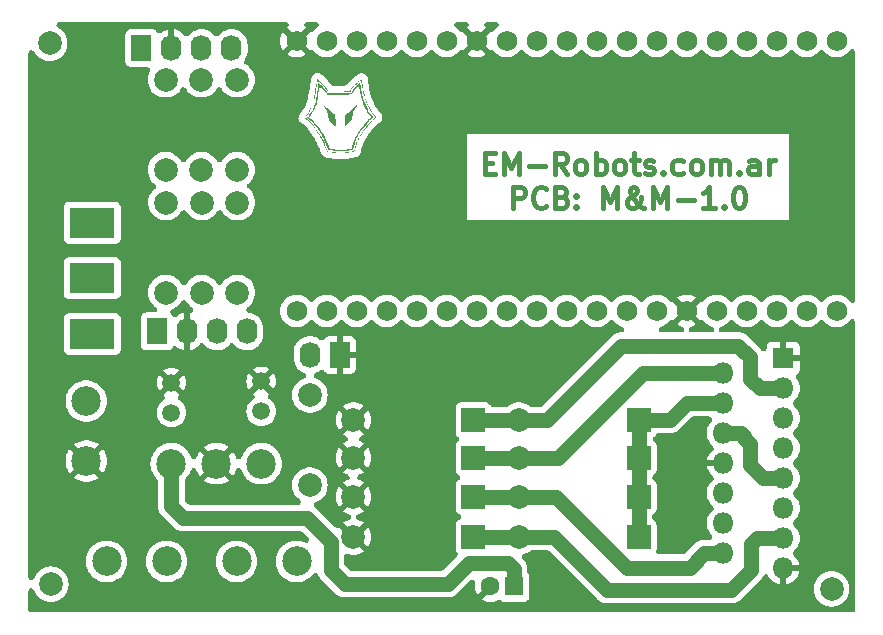
<source format=gbr>
%TF.GenerationSoftware,KiCad,Pcbnew,7.0.1*%
%TF.CreationDate,2023-05-16T08:56:37-03:00*%
%TF.ProjectId,fulbo,66756c62-6f2e-46b6-9963-61645f706362,rev?*%
%TF.SameCoordinates,Original*%
%TF.FileFunction,Copper,L1,Top*%
%TF.FilePolarity,Positive*%
%FSLAX46Y46*%
G04 Gerber Fmt 4.6, Leading zero omitted, Abs format (unit mm)*
G04 Created by KiCad (PCBNEW 7.0.1) date 2023-05-16 08:56:37*
%MOMM*%
%LPD*%
G01*
G04 APERTURE LIST*
%ADD10C,0.400000*%
%TA.AperFunction,NonConductor*%
%ADD11C,0.400000*%
%TD*%
%TA.AperFunction,ComponentPad*%
%ADD12C,1.998980*%
%TD*%
%TA.AperFunction,ComponentPad*%
%ADD13C,1.750000*%
%TD*%
%TA.AperFunction,ComponentPad*%
%ADD14R,1.998980X1.998980*%
%TD*%
%TA.AperFunction,ComponentPad*%
%ADD15R,1.750000X2.200000*%
%TD*%
%TA.AperFunction,ComponentPad*%
%ADD16O,1.750000X2.200000*%
%TD*%
%TA.AperFunction,ComponentPad*%
%ADD17C,2.499360*%
%TD*%
%TA.AperFunction,ComponentPad*%
%ADD18R,3.810000X2.540000*%
%TD*%
%TA.AperFunction,ComponentPad*%
%ADD19C,2.500000*%
%TD*%
%TA.AperFunction,ComponentPad*%
%ADD20C,1.501140*%
%TD*%
%TA.AperFunction,ComponentPad*%
%ADD21R,1.600000X1.600000*%
%TD*%
%TA.AperFunction,ComponentPad*%
%ADD22C,1.600000*%
%TD*%
%TA.AperFunction,ComponentPad*%
%ADD23R,1.800000X1.800000*%
%TD*%
%TA.AperFunction,ComponentPad*%
%ADD24O,1.800000X1.800000*%
%TD*%
%TA.AperFunction,ComponentPad*%
%ADD25R,1.750000X2.199640*%
%TD*%
%TA.AperFunction,ComponentPad*%
%ADD26O,1.750000X2.199640*%
%TD*%
%TA.AperFunction,ViaPad*%
%ADD27C,2.000000*%
%TD*%
%TA.AperFunction,Conductor*%
%ADD28C,1.250000*%
%TD*%
G04 APERTURE END LIST*
D10*
D11*
X78671430Y-41920857D02*
X79271430Y-41920857D01*
X79528573Y-42863714D02*
X78671430Y-42863714D01*
X78671430Y-42863714D02*
X78671430Y-41063714D01*
X78671430Y-41063714D02*
X79528573Y-41063714D01*
X80300001Y-42863714D02*
X80300001Y-41063714D01*
X80300001Y-41063714D02*
X80900001Y-42349428D01*
X80900001Y-42349428D02*
X81500001Y-41063714D01*
X81500001Y-41063714D02*
X81500001Y-42863714D01*
X82357144Y-42178000D02*
X83728573Y-42178000D01*
X85614286Y-42863714D02*
X85014286Y-42006571D01*
X84585715Y-42863714D02*
X84585715Y-41063714D01*
X84585715Y-41063714D02*
X85271429Y-41063714D01*
X85271429Y-41063714D02*
X85442858Y-41149428D01*
X85442858Y-41149428D02*
X85528572Y-41235142D01*
X85528572Y-41235142D02*
X85614286Y-41406571D01*
X85614286Y-41406571D02*
X85614286Y-41663714D01*
X85614286Y-41663714D02*
X85528572Y-41835142D01*
X85528572Y-41835142D02*
X85442858Y-41920857D01*
X85442858Y-41920857D02*
X85271429Y-42006571D01*
X85271429Y-42006571D02*
X84585715Y-42006571D01*
X86642858Y-42863714D02*
X86471429Y-42778000D01*
X86471429Y-42778000D02*
X86385715Y-42692285D01*
X86385715Y-42692285D02*
X86300001Y-42520857D01*
X86300001Y-42520857D02*
X86300001Y-42006571D01*
X86300001Y-42006571D02*
X86385715Y-41835142D01*
X86385715Y-41835142D02*
X86471429Y-41749428D01*
X86471429Y-41749428D02*
X86642858Y-41663714D01*
X86642858Y-41663714D02*
X86900001Y-41663714D01*
X86900001Y-41663714D02*
X87071429Y-41749428D01*
X87071429Y-41749428D02*
X87157144Y-41835142D01*
X87157144Y-41835142D02*
X87242858Y-42006571D01*
X87242858Y-42006571D02*
X87242858Y-42520857D01*
X87242858Y-42520857D02*
X87157144Y-42692285D01*
X87157144Y-42692285D02*
X87071429Y-42778000D01*
X87071429Y-42778000D02*
X86900001Y-42863714D01*
X86900001Y-42863714D02*
X86642858Y-42863714D01*
X88014286Y-42863714D02*
X88014286Y-41063714D01*
X88014286Y-41749428D02*
X88185715Y-41663714D01*
X88185715Y-41663714D02*
X88528572Y-41663714D01*
X88528572Y-41663714D02*
X88700000Y-41749428D01*
X88700000Y-41749428D02*
X88785715Y-41835142D01*
X88785715Y-41835142D02*
X88871429Y-42006571D01*
X88871429Y-42006571D02*
X88871429Y-42520857D01*
X88871429Y-42520857D02*
X88785715Y-42692285D01*
X88785715Y-42692285D02*
X88700000Y-42778000D01*
X88700000Y-42778000D02*
X88528572Y-42863714D01*
X88528572Y-42863714D02*
X88185715Y-42863714D01*
X88185715Y-42863714D02*
X88014286Y-42778000D01*
X89900000Y-42863714D02*
X89728571Y-42778000D01*
X89728571Y-42778000D02*
X89642857Y-42692285D01*
X89642857Y-42692285D02*
X89557143Y-42520857D01*
X89557143Y-42520857D02*
X89557143Y-42006571D01*
X89557143Y-42006571D02*
X89642857Y-41835142D01*
X89642857Y-41835142D02*
X89728571Y-41749428D01*
X89728571Y-41749428D02*
X89900000Y-41663714D01*
X89900000Y-41663714D02*
X90157143Y-41663714D01*
X90157143Y-41663714D02*
X90328571Y-41749428D01*
X90328571Y-41749428D02*
X90414286Y-41835142D01*
X90414286Y-41835142D02*
X90500000Y-42006571D01*
X90500000Y-42006571D02*
X90500000Y-42520857D01*
X90500000Y-42520857D02*
X90414286Y-42692285D01*
X90414286Y-42692285D02*
X90328571Y-42778000D01*
X90328571Y-42778000D02*
X90157143Y-42863714D01*
X90157143Y-42863714D02*
X89900000Y-42863714D01*
X91014285Y-41663714D02*
X91699999Y-41663714D01*
X91271428Y-41063714D02*
X91271428Y-42606571D01*
X91271428Y-42606571D02*
X91357142Y-42778000D01*
X91357142Y-42778000D02*
X91528571Y-42863714D01*
X91528571Y-42863714D02*
X91699999Y-42863714D01*
X92214285Y-42778000D02*
X92385713Y-42863714D01*
X92385713Y-42863714D02*
X92728570Y-42863714D01*
X92728570Y-42863714D02*
X92899999Y-42778000D01*
X92899999Y-42778000D02*
X92985713Y-42606571D01*
X92985713Y-42606571D02*
X92985713Y-42520857D01*
X92985713Y-42520857D02*
X92899999Y-42349428D01*
X92899999Y-42349428D02*
X92728570Y-42263714D01*
X92728570Y-42263714D02*
X92471428Y-42263714D01*
X92471428Y-42263714D02*
X92299999Y-42178000D01*
X92299999Y-42178000D02*
X92214285Y-42006571D01*
X92214285Y-42006571D02*
X92214285Y-41920857D01*
X92214285Y-41920857D02*
X92299999Y-41749428D01*
X92299999Y-41749428D02*
X92471428Y-41663714D01*
X92471428Y-41663714D02*
X92728570Y-41663714D01*
X92728570Y-41663714D02*
X92899999Y-41749428D01*
X93757142Y-42692285D02*
X93842856Y-42778000D01*
X93842856Y-42778000D02*
X93757142Y-42863714D01*
X93757142Y-42863714D02*
X93671428Y-42778000D01*
X93671428Y-42778000D02*
X93757142Y-42692285D01*
X93757142Y-42692285D02*
X93757142Y-42863714D01*
X95385714Y-42778000D02*
X95214285Y-42863714D01*
X95214285Y-42863714D02*
X94871428Y-42863714D01*
X94871428Y-42863714D02*
X94699999Y-42778000D01*
X94699999Y-42778000D02*
X94614285Y-42692285D01*
X94614285Y-42692285D02*
X94528571Y-42520857D01*
X94528571Y-42520857D02*
X94528571Y-42006571D01*
X94528571Y-42006571D02*
X94614285Y-41835142D01*
X94614285Y-41835142D02*
X94699999Y-41749428D01*
X94699999Y-41749428D02*
X94871428Y-41663714D01*
X94871428Y-41663714D02*
X95214285Y-41663714D01*
X95214285Y-41663714D02*
X95385714Y-41749428D01*
X96414285Y-42863714D02*
X96242856Y-42778000D01*
X96242856Y-42778000D02*
X96157142Y-42692285D01*
X96157142Y-42692285D02*
X96071428Y-42520857D01*
X96071428Y-42520857D02*
X96071428Y-42006571D01*
X96071428Y-42006571D02*
X96157142Y-41835142D01*
X96157142Y-41835142D02*
X96242856Y-41749428D01*
X96242856Y-41749428D02*
X96414285Y-41663714D01*
X96414285Y-41663714D02*
X96671428Y-41663714D01*
X96671428Y-41663714D02*
X96842856Y-41749428D01*
X96842856Y-41749428D02*
X96928571Y-41835142D01*
X96928571Y-41835142D02*
X97014285Y-42006571D01*
X97014285Y-42006571D02*
X97014285Y-42520857D01*
X97014285Y-42520857D02*
X96928571Y-42692285D01*
X96928571Y-42692285D02*
X96842856Y-42778000D01*
X96842856Y-42778000D02*
X96671428Y-42863714D01*
X96671428Y-42863714D02*
X96414285Y-42863714D01*
X97785713Y-42863714D02*
X97785713Y-41663714D01*
X97785713Y-41835142D02*
X97871427Y-41749428D01*
X97871427Y-41749428D02*
X98042856Y-41663714D01*
X98042856Y-41663714D02*
X98299999Y-41663714D01*
X98299999Y-41663714D02*
X98471427Y-41749428D01*
X98471427Y-41749428D02*
X98557142Y-41920857D01*
X98557142Y-41920857D02*
X98557142Y-42863714D01*
X98557142Y-41920857D02*
X98642856Y-41749428D01*
X98642856Y-41749428D02*
X98814284Y-41663714D01*
X98814284Y-41663714D02*
X99071427Y-41663714D01*
X99071427Y-41663714D02*
X99242856Y-41749428D01*
X99242856Y-41749428D02*
X99328570Y-41920857D01*
X99328570Y-41920857D02*
X99328570Y-42863714D01*
X100185713Y-42692285D02*
X100271427Y-42778000D01*
X100271427Y-42778000D02*
X100185713Y-42863714D01*
X100185713Y-42863714D02*
X100099999Y-42778000D01*
X100099999Y-42778000D02*
X100185713Y-42692285D01*
X100185713Y-42692285D02*
X100185713Y-42863714D01*
X101814285Y-42863714D02*
X101814285Y-41920857D01*
X101814285Y-41920857D02*
X101728570Y-41749428D01*
X101728570Y-41749428D02*
X101557142Y-41663714D01*
X101557142Y-41663714D02*
X101214285Y-41663714D01*
X101214285Y-41663714D02*
X101042856Y-41749428D01*
X101814285Y-42778000D02*
X101642856Y-42863714D01*
X101642856Y-42863714D02*
X101214285Y-42863714D01*
X101214285Y-42863714D02*
X101042856Y-42778000D01*
X101042856Y-42778000D02*
X100957142Y-42606571D01*
X100957142Y-42606571D02*
X100957142Y-42435142D01*
X100957142Y-42435142D02*
X101042856Y-42263714D01*
X101042856Y-42263714D02*
X101214285Y-42178000D01*
X101214285Y-42178000D02*
X101642856Y-42178000D01*
X101642856Y-42178000D02*
X101814285Y-42092285D01*
X102671427Y-42863714D02*
X102671427Y-41663714D01*
X102671427Y-42006571D02*
X102757141Y-41835142D01*
X102757141Y-41835142D02*
X102842856Y-41749428D01*
X102842856Y-41749428D02*
X103014284Y-41663714D01*
X103014284Y-41663714D02*
X103185713Y-41663714D01*
X80985714Y-45779714D02*
X80985714Y-43979714D01*
X80985714Y-43979714D02*
X81671428Y-43979714D01*
X81671428Y-43979714D02*
X81842857Y-44065428D01*
X81842857Y-44065428D02*
X81928571Y-44151142D01*
X81928571Y-44151142D02*
X82014285Y-44322571D01*
X82014285Y-44322571D02*
X82014285Y-44579714D01*
X82014285Y-44579714D02*
X81928571Y-44751142D01*
X81928571Y-44751142D02*
X81842857Y-44836857D01*
X81842857Y-44836857D02*
X81671428Y-44922571D01*
X81671428Y-44922571D02*
X80985714Y-44922571D01*
X83814285Y-45608285D02*
X83728571Y-45694000D01*
X83728571Y-45694000D02*
X83471428Y-45779714D01*
X83471428Y-45779714D02*
X83300000Y-45779714D01*
X83300000Y-45779714D02*
X83042857Y-45694000D01*
X83042857Y-45694000D02*
X82871428Y-45522571D01*
X82871428Y-45522571D02*
X82785714Y-45351142D01*
X82785714Y-45351142D02*
X82700000Y-45008285D01*
X82700000Y-45008285D02*
X82700000Y-44751142D01*
X82700000Y-44751142D02*
X82785714Y-44408285D01*
X82785714Y-44408285D02*
X82871428Y-44236857D01*
X82871428Y-44236857D02*
X83042857Y-44065428D01*
X83042857Y-44065428D02*
X83300000Y-43979714D01*
X83300000Y-43979714D02*
X83471428Y-43979714D01*
X83471428Y-43979714D02*
X83728571Y-44065428D01*
X83728571Y-44065428D02*
X83814285Y-44151142D01*
X85185714Y-44836857D02*
X85442857Y-44922571D01*
X85442857Y-44922571D02*
X85528571Y-45008285D01*
X85528571Y-45008285D02*
X85614285Y-45179714D01*
X85614285Y-45179714D02*
X85614285Y-45436857D01*
X85614285Y-45436857D02*
X85528571Y-45608285D01*
X85528571Y-45608285D02*
X85442857Y-45694000D01*
X85442857Y-45694000D02*
X85271428Y-45779714D01*
X85271428Y-45779714D02*
X84585714Y-45779714D01*
X84585714Y-45779714D02*
X84585714Y-43979714D01*
X84585714Y-43979714D02*
X85185714Y-43979714D01*
X85185714Y-43979714D02*
X85357143Y-44065428D01*
X85357143Y-44065428D02*
X85442857Y-44151142D01*
X85442857Y-44151142D02*
X85528571Y-44322571D01*
X85528571Y-44322571D02*
X85528571Y-44494000D01*
X85528571Y-44494000D02*
X85442857Y-44665428D01*
X85442857Y-44665428D02*
X85357143Y-44751142D01*
X85357143Y-44751142D02*
X85185714Y-44836857D01*
X85185714Y-44836857D02*
X84585714Y-44836857D01*
X86385714Y-45608285D02*
X86471428Y-45694000D01*
X86471428Y-45694000D02*
X86385714Y-45779714D01*
X86385714Y-45779714D02*
X86300000Y-45694000D01*
X86300000Y-45694000D02*
X86385714Y-45608285D01*
X86385714Y-45608285D02*
X86385714Y-45779714D01*
X86385714Y-44665428D02*
X86471428Y-44751142D01*
X86471428Y-44751142D02*
X86385714Y-44836857D01*
X86385714Y-44836857D02*
X86300000Y-44751142D01*
X86300000Y-44751142D02*
X86385714Y-44665428D01*
X86385714Y-44665428D02*
X86385714Y-44836857D01*
X88614286Y-45779714D02*
X88614286Y-43979714D01*
X88614286Y-43979714D02*
X89214286Y-45265428D01*
X89214286Y-45265428D02*
X89814286Y-43979714D01*
X89814286Y-43979714D02*
X89814286Y-45779714D01*
X92128572Y-45779714D02*
X92042858Y-45779714D01*
X92042858Y-45779714D02*
X91871429Y-45694000D01*
X91871429Y-45694000D02*
X91614286Y-45436857D01*
X91614286Y-45436857D02*
X91185715Y-44922571D01*
X91185715Y-44922571D02*
X91014286Y-44665428D01*
X91014286Y-44665428D02*
X90928572Y-44408285D01*
X90928572Y-44408285D02*
X90928572Y-44236857D01*
X90928572Y-44236857D02*
X91014286Y-44065428D01*
X91014286Y-44065428D02*
X91185715Y-43979714D01*
X91185715Y-43979714D02*
X91271429Y-43979714D01*
X91271429Y-43979714D02*
X91442858Y-44065428D01*
X91442858Y-44065428D02*
X91528572Y-44236857D01*
X91528572Y-44236857D02*
X91528572Y-44322571D01*
X91528572Y-44322571D02*
X91442858Y-44494000D01*
X91442858Y-44494000D02*
X91357143Y-44579714D01*
X91357143Y-44579714D02*
X90842858Y-44922571D01*
X90842858Y-44922571D02*
X90757143Y-45008285D01*
X90757143Y-45008285D02*
X90671429Y-45179714D01*
X90671429Y-45179714D02*
X90671429Y-45436857D01*
X90671429Y-45436857D02*
X90757143Y-45608285D01*
X90757143Y-45608285D02*
X90842858Y-45694000D01*
X90842858Y-45694000D02*
X91014286Y-45779714D01*
X91014286Y-45779714D02*
X91271429Y-45779714D01*
X91271429Y-45779714D02*
X91442858Y-45694000D01*
X91442858Y-45694000D02*
X91528572Y-45608285D01*
X91528572Y-45608285D02*
X91785715Y-45265428D01*
X91785715Y-45265428D02*
X91871429Y-45008285D01*
X91871429Y-45008285D02*
X91871429Y-44836857D01*
X92900000Y-45779714D02*
X92900000Y-43979714D01*
X92900000Y-43979714D02*
X93500000Y-45265428D01*
X93500000Y-45265428D02*
X94100000Y-43979714D01*
X94100000Y-43979714D02*
X94100000Y-45779714D01*
X94957143Y-45094000D02*
X96328572Y-45094000D01*
X98128571Y-45779714D02*
X97100000Y-45779714D01*
X97614285Y-45779714D02*
X97614285Y-43979714D01*
X97614285Y-43979714D02*
X97442857Y-44236857D01*
X97442857Y-44236857D02*
X97271428Y-44408285D01*
X97271428Y-44408285D02*
X97100000Y-44494000D01*
X98900000Y-45608285D02*
X98985714Y-45694000D01*
X98985714Y-45694000D02*
X98900000Y-45779714D01*
X98900000Y-45779714D02*
X98814286Y-45694000D01*
X98814286Y-45694000D02*
X98900000Y-45608285D01*
X98900000Y-45608285D02*
X98900000Y-45779714D01*
X100100000Y-43979714D02*
X100271429Y-43979714D01*
X100271429Y-43979714D02*
X100442857Y-44065428D01*
X100442857Y-44065428D02*
X100528572Y-44151142D01*
X100528572Y-44151142D02*
X100614286Y-44322571D01*
X100614286Y-44322571D02*
X100700000Y-44665428D01*
X100700000Y-44665428D02*
X100700000Y-45094000D01*
X100700000Y-45094000D02*
X100614286Y-45436857D01*
X100614286Y-45436857D02*
X100528572Y-45608285D01*
X100528572Y-45608285D02*
X100442857Y-45694000D01*
X100442857Y-45694000D02*
X100271429Y-45779714D01*
X100271429Y-45779714D02*
X100100000Y-45779714D01*
X100100000Y-45779714D02*
X99928572Y-45694000D01*
X99928572Y-45694000D02*
X99842857Y-45608285D01*
X99842857Y-45608285D02*
X99757143Y-45436857D01*
X99757143Y-45436857D02*
X99671429Y-45094000D01*
X99671429Y-45094000D02*
X99671429Y-44665428D01*
X99671429Y-44665428D02*
X99757143Y-44322571D01*
X99757143Y-44322571D02*
X99842857Y-44151142D01*
X99842857Y-44151142D02*
X99928572Y-44065428D01*
X99928572Y-44065428D02*
X100100000Y-43979714D01*
%TA.AperFunction,EtchedComponent*%
%TO.C,G\u002A\u002A\u002A*%
G36*
X67808994Y-37030352D02*
G01*
X67801309Y-37060772D01*
X67778657Y-37110869D01*
X67741267Y-37180151D01*
X67689369Y-37268123D01*
X67675457Y-37290863D01*
X67636181Y-37357644D01*
X67595880Y-37431292D01*
X67557124Y-37506573D01*
X67522481Y-37578250D01*
X67494522Y-37641089D01*
X67475817Y-37689853D01*
X67470460Y-37708529D01*
X67464013Y-37745275D01*
X67456653Y-37799703D01*
X67449391Y-37863781D01*
X67444434Y-37915408D01*
X67433654Y-38010033D01*
X67418213Y-38086549D01*
X67395529Y-38152551D01*
X67363021Y-38215634D01*
X67320449Y-38280111D01*
X67287777Y-38321933D01*
X67240984Y-38376393D01*
X67183987Y-38439428D01*
X67120703Y-38506974D01*
X67055051Y-38574970D01*
X66990949Y-38639350D01*
X66932315Y-38696053D01*
X66883066Y-38741016D01*
X66849696Y-38768312D01*
X66806219Y-38798452D01*
X66779252Y-38810500D01*
X66765692Y-38803104D01*
X66762435Y-38774912D01*
X66765641Y-38731701D01*
X66786163Y-38525533D01*
X66803341Y-38343999D01*
X66817146Y-38187420D01*
X66826452Y-38070914D01*
X66831764Y-38003162D01*
X66836937Y-37942850D01*
X66841459Y-37895553D01*
X66844821Y-37866849D01*
X66845482Y-37862919D01*
X66857199Y-37845332D01*
X66886441Y-37814519D01*
X66930418Y-37773135D01*
X66986339Y-37723836D01*
X67033336Y-37684179D01*
X67109490Y-37620183D01*
X67195410Y-37546642D01*
X67282335Y-37471133D01*
X67361503Y-37401233D01*
X67389149Y-37376438D01*
X67487084Y-37288145D01*
X67567686Y-37215639D01*
X67632728Y-37157389D01*
X67683982Y-37111861D01*
X67723222Y-37077526D01*
X67752220Y-37052849D01*
X67772748Y-37036301D01*
X67786579Y-37026349D01*
X67795485Y-37021461D01*
X67801240Y-37020104D01*
X67801483Y-37020102D01*
X67808994Y-37030352D01*
G37*
%TD.AperFunction*%
%TA.AperFunction,EtchedComponent*%
G36*
X65017024Y-37034872D02*
G01*
X65027243Y-37040812D01*
X65043117Y-37052494D01*
X65066370Y-37071409D01*
X65098726Y-37099047D01*
X65141907Y-37136898D01*
X65197638Y-37186452D01*
X65267642Y-37249200D01*
X65353642Y-37326631D01*
X65433840Y-37398996D01*
X65508439Y-37465540D01*
X65592920Y-37539583D01*
X65679129Y-37614058D01*
X65758912Y-37681898D01*
X65796193Y-37713070D01*
X65853274Y-37760645D01*
X65902788Y-37802341D01*
X65941586Y-37835475D01*
X65966523Y-37857361D01*
X65974518Y-37865252D01*
X65975706Y-37886779D01*
X65979015Y-37929780D01*
X65984064Y-37990065D01*
X65990469Y-38063443D01*
X65997851Y-38145725D01*
X66005825Y-38232718D01*
X66014012Y-38320233D01*
X66022027Y-38404080D01*
X66029491Y-38480067D01*
X66036020Y-38544003D01*
X66038506Y-38567310D01*
X66048811Y-38670585D01*
X66054587Y-38750066D01*
X66055839Y-38807345D01*
X66052569Y-38844015D01*
X66044780Y-38861666D01*
X66039074Y-38863858D01*
X66027592Y-38855164D01*
X66000408Y-38830699D01*
X65960086Y-38792893D01*
X65909192Y-38744176D01*
X65850292Y-38686977D01*
X65797365Y-38635000D01*
X65695809Y-38533247D01*
X65612066Y-38445169D01*
X65544318Y-38367719D01*
X65490746Y-38297851D01*
X65449534Y-38232518D01*
X65418863Y-38168673D01*
X65396916Y-38103270D01*
X65381874Y-38033262D01*
X65371920Y-37955603D01*
X65368536Y-37916298D01*
X65361309Y-37839949D01*
X65351061Y-37772014D01*
X65336173Y-37708299D01*
X65315030Y-37644611D01*
X65286012Y-37576756D01*
X65247502Y-37500541D01*
X65197883Y-37411774D01*
X65135538Y-37306260D01*
X65129061Y-37295491D01*
X65083298Y-37217757D01*
X65045393Y-37149911D01*
X65016941Y-37095007D01*
X64999536Y-37056102D01*
X64994619Y-37037867D01*
X65004912Y-37033447D01*
X65010736Y-37033185D01*
X65017024Y-37034872D01*
G37*
%TD.AperFunction*%
%TA.AperFunction,EtchedComponent*%
G36*
X63621087Y-38083423D02*
G01*
X63790616Y-38083423D01*
X63800195Y-38096091D01*
X63827495Y-38119594D01*
X63868557Y-38150800D01*
X63919423Y-38186580D01*
X63930628Y-38194146D01*
X64012243Y-38251502D01*
X64083817Y-38308376D01*
X64150146Y-38369467D01*
X64216028Y-38439471D01*
X64286258Y-38523088D01*
X64351133Y-38605990D01*
X64512163Y-38820658D01*
X64656008Y-39022005D01*
X64784770Y-39213829D01*
X64900551Y-39399924D01*
X65005455Y-39584087D01*
X65101582Y-39770115D01*
X65191036Y-39961802D01*
X65275918Y-40162946D01*
X65358331Y-40377341D01*
X65406999Y-40512584D01*
X65430112Y-40575438D01*
X65451879Y-40629539D01*
X65470259Y-40670173D01*
X65483216Y-40692625D01*
X65485976Y-40695253D01*
X65510766Y-40704239D01*
X65556985Y-40716440D01*
X65620586Y-40731081D01*
X65697522Y-40747389D01*
X65783745Y-40764592D01*
X65875208Y-40781915D01*
X65967864Y-40798586D01*
X66057665Y-40813831D01*
X66140564Y-40826876D01*
X66212514Y-40836950D01*
X66251726Y-40841561D01*
X66300995Y-40844214D01*
X66369548Y-40844489D01*
X66451020Y-40842665D01*
X66539047Y-40839020D01*
X66627264Y-40833834D01*
X66709305Y-40827386D01*
X66778806Y-40819954D01*
X66795069Y-40817747D01*
X66871844Y-40805968D01*
X66955004Y-40792001D01*
X67040458Y-40776662D01*
X67124118Y-40760768D01*
X67201891Y-40745136D01*
X67269690Y-40730583D01*
X67323422Y-40717925D01*
X67358999Y-40707980D01*
X67371531Y-40702617D01*
X67380836Y-40685581D01*
X67394724Y-40648298D01*
X67411608Y-40595562D01*
X67429900Y-40532163D01*
X67438197Y-40501320D01*
X67496001Y-40294598D01*
X67557007Y-40101081D01*
X67620192Y-39923549D01*
X67684536Y-39764782D01*
X67749017Y-39627560D01*
X67781749Y-39566549D01*
X67837121Y-39473873D01*
X67907330Y-39365151D01*
X67990059Y-39243587D01*
X68082990Y-39112390D01*
X68183807Y-38974766D01*
X68290193Y-38833923D01*
X68399832Y-38693066D01*
X68510407Y-38555402D01*
X68526122Y-38536212D01*
X68607349Y-38438763D01*
X68676717Y-38359208D01*
X68737336Y-38294441D01*
X68792315Y-38241361D01*
X68844766Y-38196862D01*
X68897799Y-38157842D01*
X68920516Y-38142652D01*
X68965315Y-38113305D01*
X69001190Y-38089538D01*
X69023196Y-38074641D01*
X69027637Y-38071382D01*
X69021690Y-38060271D01*
X69002589Y-38032280D01*
X68972885Y-37990981D01*
X68935127Y-37939948D01*
X68909991Y-37906568D01*
X68836361Y-37806165D01*
X68769042Y-37706888D01*
X68704879Y-37603463D01*
X68640719Y-37490620D01*
X68573406Y-37363088D01*
X68514573Y-37245736D01*
X68436958Y-37084066D01*
X68369150Y-36933170D01*
X68309848Y-36788804D01*
X68257746Y-36646726D01*
X68211544Y-36502693D01*
X68169937Y-36352461D01*
X68131623Y-36191787D01*
X68095299Y-36016427D01*
X68059661Y-35822140D01*
X68037800Y-35693108D01*
X68023327Y-35606323D01*
X68010059Y-35528353D01*
X67998612Y-35462684D01*
X67989601Y-35412805D01*
X67983641Y-35382204D01*
X67981516Y-35373970D01*
X67970245Y-35379858D01*
X67944499Y-35401324D01*
X67907486Y-35435176D01*
X67862411Y-35478221D01*
X67812482Y-35527267D01*
X67760906Y-35579122D01*
X67710889Y-35630592D01*
X67665637Y-35678487D01*
X67628359Y-35719612D01*
X67602260Y-35750777D01*
X67599859Y-35753925D01*
X67566923Y-35800384D01*
X67526630Y-35861044D01*
X67484334Y-35927671D01*
X67449165Y-35985623D01*
X67405429Y-36056588D01*
X67371475Y-36104759D01*
X67346695Y-36130946D01*
X67336154Y-36136409D01*
X67317936Y-36137708D01*
X67276668Y-36139220D01*
X67215087Y-36140886D01*
X67135930Y-36142649D01*
X67041931Y-36144451D01*
X66935828Y-36146236D01*
X66820355Y-36147946D01*
X66728782Y-36149151D01*
X66587897Y-36150981D01*
X66437317Y-36153072D01*
X66282821Y-36155335D01*
X66130189Y-36157680D01*
X65985202Y-36160019D01*
X65853640Y-36162263D01*
X65741283Y-36164322D01*
X65727567Y-36164588D01*
X65306556Y-36172801D01*
X65244065Y-36084905D01*
X65156393Y-35963455D01*
X65070913Y-35848610D01*
X64989826Y-35743159D01*
X64915331Y-35649890D01*
X64849625Y-35571590D01*
X64794909Y-35511047D01*
X64777095Y-35492921D01*
X64735495Y-35452793D01*
X64700978Y-35421088D01*
X64677352Y-35401194D01*
X64668521Y-35396221D01*
X64665233Y-35410208D01*
X64658860Y-35445568D01*
X64650093Y-35498164D01*
X64639622Y-35563859D01*
X64628812Y-35634061D01*
X64591480Y-35874675D01*
X64555161Y-36097341D01*
X64520047Y-36301065D01*
X64486335Y-36484851D01*
X64454217Y-36647704D01*
X64423890Y-36788628D01*
X64395546Y-36906629D01*
X64369381Y-37000711D01*
X64351244Y-37055139D01*
X64263982Y-37267700D01*
X64158203Y-37485056D01*
X64037969Y-37699546D01*
X63907345Y-37903510D01*
X63881767Y-37940326D01*
X63846826Y-37991027D01*
X63817989Y-38034916D01*
X63798253Y-38067288D01*
X63790616Y-38083423D01*
X63621087Y-38083423D01*
X63623100Y-38081248D01*
X63672625Y-38022796D01*
X63730473Y-37945143D01*
X63794046Y-37852450D01*
X63860744Y-37748876D01*
X63927970Y-37638580D01*
X63993124Y-37525722D01*
X64053606Y-37414460D01*
X64106819Y-37308956D01*
X64110653Y-37300953D01*
X64149018Y-37219048D01*
X64182794Y-37142916D01*
X64212735Y-37069700D01*
X64239593Y-36996544D01*
X64264119Y-36920590D01*
X64287065Y-36838982D01*
X64309183Y-36748863D01*
X64331226Y-36647375D01*
X64353945Y-36531661D01*
X64378092Y-36398865D01*
X64404420Y-36246130D01*
X64432313Y-36078884D01*
X64459656Y-35912503D01*
X64482894Y-35769496D01*
X64502321Y-35647829D01*
X64518230Y-35545466D01*
X64530913Y-35460374D01*
X64540666Y-35390516D01*
X64547781Y-35333859D01*
X64552551Y-35288367D01*
X64555271Y-35252007D01*
X64556233Y-35222742D01*
X64556244Y-35219479D01*
X64557895Y-35177564D01*
X64562219Y-35148923D01*
X64568159Y-35139814D01*
X64586204Y-35151789D01*
X64618952Y-35178638D01*
X64662840Y-35217034D01*
X64714303Y-35263651D01*
X64769778Y-35315163D01*
X64825700Y-35368243D01*
X64878505Y-35419565D01*
X64924630Y-35465802D01*
X64960510Y-35503627D01*
X64972638Y-35517339D01*
X65007276Y-35559674D01*
X65052399Y-35617371D01*
X65103641Y-35684712D01*
X65156637Y-35755979D01*
X65194638Y-35808187D01*
X65240541Y-35871661D01*
X65282364Y-35929006D01*
X65317354Y-35976484D01*
X65342756Y-36010358D01*
X65355635Y-36026686D01*
X65360721Y-36030960D01*
X65369028Y-36034563D01*
X65382396Y-36037508D01*
X65402667Y-36039806D01*
X65431682Y-36041469D01*
X65471283Y-36042511D01*
X65523310Y-36042943D01*
X65589604Y-36042777D01*
X65672009Y-36042026D01*
X65772364Y-36040701D01*
X65892510Y-36038816D01*
X66034290Y-36036381D01*
X66199545Y-36033409D01*
X66245279Y-36032574D01*
X66395349Y-36029835D01*
X66539778Y-36027212D01*
X66676179Y-36024747D01*
X66802166Y-36022483D01*
X66915354Y-36020462D01*
X67013357Y-36018728D01*
X67093788Y-36017321D01*
X67154262Y-36016286D01*
X67192393Y-36015665D01*
X67201500Y-36015533D01*
X67287415Y-36014417D01*
X67355259Y-35901599D01*
X67398454Y-35831525D01*
X67439633Y-35769276D01*
X67481856Y-35711223D01*
X67528179Y-35653734D01*
X67581663Y-35593178D01*
X67645364Y-35525925D01*
X67722341Y-35448342D01*
X67807104Y-35365121D01*
X67892042Y-35283094D01*
X67960024Y-35219063D01*
X68011854Y-35172322D01*
X68048332Y-35142168D01*
X68070263Y-35127899D01*
X68078022Y-35127662D01*
X68085991Y-35150515D01*
X68092819Y-35186426D01*
X68093970Y-35195686D01*
X68117873Y-35392457D01*
X68146081Y-35590255D01*
X68177814Y-35784951D01*
X68212290Y-35972414D01*
X68248726Y-36148515D01*
X68286342Y-36309125D01*
X68324355Y-36450113D01*
X68342899Y-36510813D01*
X68400403Y-36675867D01*
X68470833Y-36854047D01*
X68551036Y-37038318D01*
X68637860Y-37221646D01*
X68728152Y-37396997D01*
X68789634Y-37507589D01*
X68848363Y-37603462D01*
X68918462Y-37707976D01*
X68994536Y-37813699D01*
X69071190Y-37913199D01*
X69143031Y-37999045D01*
X69160294Y-38018253D01*
X69196878Y-38060771D01*
X69214345Y-38087697D01*
X69213323Y-38100028D01*
X69212194Y-38100509D01*
X69195478Y-38109589D01*
X69161842Y-38130428D01*
X69115657Y-38160234D01*
X69061293Y-38196216D01*
X69041391Y-38209585D01*
X68979229Y-38252864D01*
X68923396Y-38295284D01*
X68870829Y-38339934D01*
X68818464Y-38389905D01*
X68763235Y-38448285D01*
X68702081Y-38518164D01*
X68631935Y-38602631D01*
X68549734Y-38704775D01*
X68547666Y-38707372D01*
X68411134Y-38880464D01*
X68290689Y-39037089D01*
X68184856Y-39179664D01*
X68092161Y-39310605D01*
X68011129Y-39432328D01*
X67940286Y-39547250D01*
X67878157Y-39657788D01*
X67823269Y-39766358D01*
X67774147Y-39875376D01*
X67729318Y-39987260D01*
X67687305Y-40104425D01*
X67677392Y-40133858D01*
X67647296Y-40226577D01*
X67617639Y-40322245D01*
X67589493Y-40416991D01*
X67563928Y-40506942D01*
X67542016Y-40588224D01*
X67524827Y-40656965D01*
X67513434Y-40709293D01*
X67508908Y-40741334D01*
X67508874Y-40743071D01*
X67506622Y-40764254D01*
X67498044Y-40781970D01*
X67480302Y-40797367D01*
X67450559Y-40811587D01*
X67405980Y-40825777D01*
X67343728Y-40841080D01*
X67260967Y-40858642D01*
X67185242Y-40873688D01*
X67091955Y-40891375D01*
X66995837Y-40908619D01*
X66903769Y-40924255D01*
X66822628Y-40937119D01*
X66759295Y-40946043D01*
X66755059Y-40946570D01*
X66635487Y-40957320D01*
X66502019Y-40962731D01*
X66363982Y-40962830D01*
X66230706Y-40957648D01*
X66111521Y-40947211D01*
X66090559Y-40944544D01*
X66013594Y-40933076D01*
X65927782Y-40918478D01*
X65836936Y-40901585D01*
X65744870Y-40883232D01*
X65655399Y-40864252D01*
X65572337Y-40845480D01*
X65499497Y-40827750D01*
X65440695Y-40811895D01*
X65399744Y-40798751D01*
X65380584Y-40789279D01*
X65372492Y-40773671D01*
X65357951Y-40738572D01*
X65338889Y-40688883D01*
X65317234Y-40629502D01*
X65312926Y-40617361D01*
X65222671Y-40369849D01*
X65135553Y-40147366D01*
X65051343Y-39949375D01*
X64969810Y-39775338D01*
X64890725Y-39624718D01*
X64878835Y-39603720D01*
X64823522Y-39510473D01*
X64757773Y-39405280D01*
X64683997Y-39291572D01*
X64604604Y-39172783D01*
X64522002Y-39052345D01*
X64438601Y-38933688D01*
X64356810Y-38820246D01*
X64279039Y-38715451D01*
X64207697Y-38622735D01*
X64145194Y-38545529D01*
X64098580Y-38492241D01*
X64031569Y-38426276D01*
X63952242Y-38360654D01*
X63856810Y-38292509D01*
X63741486Y-38218973D01*
X63721396Y-38206794D01*
X63670226Y-38175573D01*
X63628278Y-38149249D01*
X63599851Y-38130571D01*
X63589240Y-38122286D01*
X63589239Y-38122261D01*
X63597171Y-38110662D01*
X63616853Y-38087997D01*
X63621087Y-38083423D01*
G37*
%TD.AperFunction*%
%TA.AperFunction,EtchedComponent*%
G36*
X63383988Y-38104225D02*
G01*
X63434518Y-38104225D01*
X63444762Y-38114582D01*
X63472208Y-38134672D01*
X63511925Y-38160998D01*
X63534442Y-38175156D01*
X63656029Y-38254558D01*
X63764868Y-38334114D01*
X63856506Y-38410448D01*
X63901053Y-38452966D01*
X63945094Y-38501479D01*
X64000917Y-38568837D01*
X64066447Y-38652135D01*
X64139613Y-38748470D01*
X64218343Y-38854937D01*
X64300563Y-38968632D01*
X64384201Y-39086650D01*
X64467184Y-39206088D01*
X64547440Y-39324040D01*
X64622896Y-39437602D01*
X64691480Y-39543871D01*
X64751118Y-39639941D01*
X64766980Y-39666381D01*
X64838335Y-39793776D01*
X64913903Y-39942256D01*
X64991898Y-40107828D01*
X65070534Y-40286500D01*
X65148024Y-40474278D01*
X65222582Y-40667168D01*
X65258690Y-40765635D01*
X65281244Y-40827268D01*
X65301262Y-40880043D01*
X65316908Y-40919257D01*
X65326345Y-40940210D01*
X65327652Y-40942192D01*
X65345693Y-40949506D01*
X65386047Y-40959174D01*
X65445393Y-40970727D01*
X65520412Y-40983693D01*
X65607785Y-40997604D01*
X65704191Y-41011988D01*
X65806312Y-41026377D01*
X65910827Y-41040299D01*
X66014417Y-41053284D01*
X66113763Y-41064862D01*
X66205545Y-41074564D01*
X66286443Y-41081919D01*
X66341980Y-41085848D01*
X66459207Y-41087698D01*
X66597911Y-41081142D01*
X66755259Y-41066374D01*
X66896396Y-41048243D01*
X66963320Y-41037935D01*
X67040731Y-41024754D01*
X67124703Y-41009499D01*
X67211309Y-40992974D01*
X67296624Y-40975979D01*
X67376721Y-40959316D01*
X67447674Y-40943786D01*
X67505556Y-40930190D01*
X67546440Y-40919330D01*
X67566402Y-40912007D01*
X67567303Y-40911310D01*
X67572962Y-40896926D01*
X67583642Y-40862310D01*
X67597958Y-40812207D01*
X67614525Y-40751363D01*
X67619700Y-40731827D01*
X67662907Y-40576488D01*
X67710701Y-40420280D01*
X67761561Y-40267373D01*
X67813969Y-40121937D01*
X67866406Y-39988140D01*
X67917350Y-39870154D01*
X67965284Y-39772146D01*
X67977856Y-39749035D01*
X68041452Y-39641780D01*
X68121252Y-39518061D01*
X68215675Y-39380088D01*
X68323141Y-39230070D01*
X68442068Y-39070214D01*
X68570876Y-38902730D01*
X68704060Y-38734702D01*
X68791281Y-38626672D01*
X68865185Y-38536509D01*
X68928279Y-38461717D01*
X68983070Y-38399802D01*
X69032063Y-38348269D01*
X69077765Y-38304623D01*
X69122682Y-38266368D01*
X69169321Y-38231010D01*
X69220188Y-38196053D01*
X69277790Y-38159004D01*
X69290228Y-38151192D01*
X69401928Y-38081234D01*
X69306407Y-37966480D01*
X69204370Y-37838853D01*
X69110524Y-37710184D01*
X69021678Y-37575446D01*
X68934636Y-37429613D01*
X68846208Y-37267659D01*
X68778525Y-37135527D01*
X68678354Y-36928147D01*
X68592919Y-36734558D01*
X68520121Y-36549018D01*
X68457862Y-36365784D01*
X68404045Y-36179112D01*
X68356572Y-35983260D01*
X68354904Y-35975736D01*
X68334463Y-35879599D01*
X68313301Y-35773537D01*
X68292042Y-35661276D01*
X68271306Y-35546545D01*
X68251715Y-35433070D01*
X68233890Y-35324578D01*
X68218452Y-35224798D01*
X68206023Y-35137456D01*
X68197224Y-35066280D01*
X68192677Y-35014997D01*
X68192183Y-34999636D01*
X68190969Y-34964105D01*
X68185290Y-34948431D01*
X68172090Y-34946722D01*
X68165524Y-34948228D01*
X68143502Y-34957813D01*
X68105908Y-34977935D01*
X68058878Y-35005214D01*
X68028266Y-35023869D01*
X67980027Y-35056391D01*
X67926279Y-35097919D01*
X67864234Y-35150853D01*
X67791104Y-35217594D01*
X67704099Y-35300543D01*
X67682638Y-35321381D01*
X67587233Y-35415794D01*
X67508754Y-35497276D01*
X67444312Y-35569404D01*
X67391020Y-35635755D01*
X67345991Y-35699904D01*
X67306339Y-35765427D01*
X67272314Y-35829619D01*
X67225928Y-35922030D01*
X67144969Y-35929104D01*
X67113894Y-35930872D01*
X67060422Y-35932845D01*
X66987944Y-35934941D01*
X66899847Y-35937079D01*
X66799521Y-35939177D01*
X66690356Y-35941155D01*
X66575740Y-35942930D01*
X66561168Y-35943134D01*
X66432756Y-35945002D01*
X66297816Y-35947131D01*
X66161986Y-35949420D01*
X66030906Y-35951769D01*
X65910212Y-35954077D01*
X65805545Y-35956245D01*
X65742437Y-35957682D01*
X65426548Y-35965275D01*
X65310508Y-35806154D01*
X65218665Y-35683364D01*
X65122648Y-35560760D01*
X65024975Y-35441209D01*
X64928165Y-35327578D01*
X64834736Y-35222734D01*
X64747208Y-35129543D01*
X64668099Y-35050875D01*
X64599927Y-34989594D01*
X64576947Y-34971103D01*
X64541466Y-34944458D01*
X64514456Y-34925529D01*
X64501917Y-34918478D01*
X64496622Y-34930053D01*
X64490310Y-34959800D01*
X64486366Y-34986168D01*
X64480176Y-35024844D01*
X64469613Y-35081315D01*
X64456111Y-35148251D01*
X64441104Y-35218323D01*
X64439791Y-35224250D01*
X64424889Y-35294280D01*
X64411653Y-35361863D01*
X64401452Y-35419657D01*
X64395651Y-35460318D01*
X64395402Y-35462778D01*
X64389986Y-35506972D01*
X64380356Y-35572742D01*
X64367174Y-35656343D01*
X64351101Y-35754029D01*
X64332797Y-35862053D01*
X64312922Y-35976670D01*
X64292139Y-36094135D01*
X64271106Y-36210701D01*
X64250485Y-36322624D01*
X64230936Y-36426156D01*
X64213121Y-36517552D01*
X64197699Y-36593067D01*
X64188947Y-36633300D01*
X64131775Y-36840924D01*
X64051554Y-37059549D01*
X63948241Y-37289279D01*
X63829449Y-37516498D01*
X63781106Y-37601018D01*
X63728666Y-37688499D01*
X63674626Y-37775140D01*
X63621485Y-37857139D01*
X63571742Y-37930694D01*
X63527896Y-37992002D01*
X63492444Y-38037262D01*
X63474117Y-38057210D01*
X63449659Y-38082565D01*
X63435739Y-38100807D01*
X63434518Y-38104225D01*
X63383988Y-38104225D01*
X63397202Y-38084104D01*
X63427178Y-38040752D01*
X63464564Y-37988240D01*
X63485826Y-37958910D01*
X63606223Y-37784098D01*
X63721594Y-37597765D01*
X63829007Y-37405458D01*
X63925533Y-37212724D01*
X64008244Y-37025108D01*
X64074209Y-36848158D01*
X64077046Y-36839594D01*
X64098934Y-36766879D01*
X64122020Y-36677748D01*
X64146532Y-36571028D01*
X64172697Y-36445542D01*
X64200744Y-36300117D01*
X64230901Y-36133578D01*
X64263394Y-35944750D01*
X64298453Y-35732459D01*
X64329701Y-35537361D01*
X64341859Y-35462011D01*
X64353625Y-35391755D01*
X64364023Y-35332229D01*
X64372077Y-35289070D01*
X64375455Y-35273046D01*
X64400193Y-35165341D01*
X64418587Y-35080087D01*
X64431105Y-35014860D01*
X64438213Y-34967241D01*
X64440379Y-34936222D01*
X64443354Y-34887034D01*
X64450959Y-34849605D01*
X64461777Y-34829861D01*
X64466205Y-34828224D01*
X64481301Y-34836223D01*
X64511378Y-34857887D01*
X64552172Y-34889714D01*
X64599419Y-34928203D01*
X64648859Y-34969853D01*
X64696226Y-35011162D01*
X64737259Y-35048630D01*
X64753029Y-35063803D01*
X64819699Y-35132661D01*
X64897665Y-35218521D01*
X64983473Y-35317231D01*
X65073670Y-35424638D01*
X65164803Y-35536593D01*
X65253420Y-35648942D01*
X65336067Y-35757535D01*
X65381807Y-35819788D01*
X65450861Y-35915261D01*
X65831953Y-35906928D01*
X65940647Y-35904614D01*
X66068452Y-35901997D01*
X66208696Y-35899206D01*
X66354708Y-35896372D01*
X66499816Y-35893627D01*
X66637348Y-35891098D01*
X66699735Y-35889982D01*
X67186424Y-35881369D01*
X67239705Y-35783502D01*
X67273137Y-35725225D01*
X67311112Y-35663717D01*
X67345821Y-35611592D01*
X67348173Y-35608274D01*
X67376510Y-35572882D01*
X67420286Y-35523570D01*
X67475972Y-35463883D01*
X67540037Y-35397369D01*
X67608951Y-35327574D01*
X67679185Y-35258044D01*
X67747209Y-35192328D01*
X67809491Y-35133970D01*
X67862503Y-35086518D01*
X67892226Y-35061673D01*
X67926053Y-35036756D01*
X67972032Y-35005692D01*
X68025354Y-34971406D01*
X68081209Y-34936824D01*
X68134789Y-34904868D01*
X68181284Y-34878464D01*
X68215886Y-34860537D01*
X68233700Y-34854011D01*
X68237274Y-34864296D01*
X68235070Y-34877995D01*
X68234199Y-34902936D01*
X68238006Y-34950885D01*
X68246182Y-35019545D01*
X68258415Y-35106626D01*
X68274394Y-35209832D01*
X68293810Y-35326872D01*
X68303445Y-35382640D01*
X68315501Y-35453043D01*
X68326177Y-35518025D01*
X68334521Y-35571605D01*
X68339583Y-35607803D01*
X68340383Y-35615043D01*
X68343874Y-35647229D01*
X68348806Y-35681868D01*
X68355949Y-35722948D01*
X68366076Y-35774457D01*
X68379960Y-35840381D01*
X68398372Y-35924710D01*
X68413976Y-35995064D01*
X68464326Y-36199049D01*
X68523867Y-36397723D01*
X68594522Y-36596245D01*
X68678214Y-36799773D01*
X68776866Y-37013465D01*
X68844207Y-37149036D01*
X68929825Y-37312761D01*
X69010866Y-37457162D01*
X69090736Y-37587436D01*
X69172842Y-37708776D01*
X69260593Y-37826380D01*
X69357396Y-37945442D01*
X69396786Y-37991596D01*
X69437361Y-38039934D01*
X69461801Y-38072820D01*
X69471974Y-38093263D01*
X69469748Y-38104271D01*
X69467699Y-38105773D01*
X69359744Y-38169832D01*
X69268582Y-38226564D01*
X69196591Y-38274461D01*
X69160124Y-38300967D01*
X69117456Y-38338411D01*
X69061529Y-38395088D01*
X68993906Y-38469130D01*
X68916151Y-38558670D01*
X68829827Y-38661842D01*
X68736498Y-38776776D01*
X68637728Y-38901607D01*
X68535080Y-39034466D01*
X68435072Y-39166853D01*
X68324334Y-39317178D01*
X68228788Y-39452069D01*
X68146384Y-39575264D01*
X68075069Y-39690501D01*
X68012791Y-39801517D01*
X67957497Y-39912051D01*
X67907135Y-40025839D01*
X67859653Y-40146620D01*
X67812999Y-40278132D01*
X67794398Y-40333706D01*
X67766004Y-40421975D01*
X67736847Y-40516592D01*
X67708388Y-40612439D01*
X67682090Y-40704401D01*
X67659414Y-40787362D01*
X67641823Y-40856205D01*
X67630780Y-40905815D01*
X67630573Y-40906912D01*
X67622288Y-40951070D01*
X67459190Y-40989724D01*
X67206824Y-41045005D01*
X66972870Y-41086546D01*
X66754103Y-41114633D01*
X66547295Y-41129554D01*
X66349223Y-41131597D01*
X66156660Y-41121048D01*
X66076604Y-41112927D01*
X66012416Y-41104975D01*
X65933197Y-41094285D01*
X65843835Y-41081605D01*
X65749221Y-41067680D01*
X65654240Y-41053256D01*
X65563783Y-41039079D01*
X65482737Y-41025893D01*
X65415990Y-41014447D01*
X65368432Y-41005484D01*
X65358569Y-41003376D01*
X65310575Y-40990134D01*
X65281764Y-40973969D01*
X65265602Y-40950042D01*
X65259223Y-40929810D01*
X65244650Y-40880855D01*
X65220964Y-40812226D01*
X65189721Y-40727727D01*
X65152474Y-40631162D01*
X65110777Y-40526334D01*
X65066184Y-40417047D01*
X65020249Y-40307105D01*
X64974526Y-40200312D01*
X64930568Y-40100471D01*
X64889931Y-40011387D01*
X64854167Y-39936863D01*
X64850940Y-39930401D01*
X64796341Y-39827805D01*
X64727671Y-39708912D01*
X64647310Y-39577282D01*
X64557642Y-39436474D01*
X64461045Y-39290050D01*
X64359901Y-39141568D01*
X64256591Y-38994589D01*
X64153495Y-38852673D01*
X64052996Y-38719380D01*
X63972337Y-38616699D01*
X63858294Y-38489832D01*
X63727567Y-38373480D01*
X63576496Y-38264540D01*
X63502208Y-38217895D01*
X63450953Y-38186158D01*
X63408962Y-38158623D01*
X63380555Y-38138232D01*
X63370051Y-38127926D01*
X63370051Y-38127905D01*
X63377279Y-38114441D01*
X63383988Y-38104225D01*
G37*
%TD.AperFunction*%
%TD*%
D12*
%TO.P,R4,1*%
%TO.N,/pin_Blue*%
X57700000Y-45290000D03*
%TO.P,R4,2*%
%TO.N,/Blue_2*%
X57700000Y-52910000D03*
%TD*%
D13*
%TO.P,U1,1,3V3*%
%TO.N,unconnected-(U1-3V3-Pad1)*%
X62700000Y-54460000D03*
%TO.P,U1,2,EN*%
%TO.N,unconnected-(U1-EN-Pad2)*%
X65240000Y-54460000D03*
%TO.P,U1,3,SVP*%
%TO.N,unconnected-(U1-SVP-Pad3)*%
X67780000Y-54460000D03*
%TO.P,U1,4,SVN*%
%TO.N,unconnected-(U1-SVN-Pad4)*%
X70320000Y-54460000D03*
%TO.P,U1,5,IO34*%
%TO.N,unconnected-(U1-IO34-Pad5)*%
X72860000Y-54460000D03*
%TO.P,U1,6,IO35*%
%TO.N,unconnected-(U1-IO35-Pad6)*%
X75400000Y-54460000D03*
%TO.P,U1,7,IO32*%
%TO.N,/IN4*%
X77940000Y-54460000D03*
%TO.P,U1,8,IO33*%
%TO.N,/IN3*%
X80480000Y-54460000D03*
%TO.P,U1,9,IO25*%
%TO.N,/IN2*%
X83020000Y-54460000D03*
%TO.P,U1,10,IO26*%
%TO.N,/IN1*%
X85560000Y-54460000D03*
%TO.P,U1,11,IO27*%
%TO.N,unconnected-(U1-IO27-Pad11)*%
X88100000Y-54460000D03*
%TO.P,U1,12,IO14*%
%TO.N,unconnected-(U1-IO14-Pad12)*%
X90640000Y-54460000D03*
%TO.P,U1,13,IO12*%
%TO.N,unconnected-(U1-IO12-Pad13)*%
X93180000Y-54460000D03*
%TO.P,U1,14,GND*%
%TO.N,GND*%
X95720000Y-54460000D03*
%TO.P,U1,15,IO13*%
%TO.N,unconnected-(U1-IO13-Pad15)*%
X98260000Y-54460000D03*
%TO.P,U1,16,SD2*%
%TO.N,unconnected-(U1-SD2-Pad16)*%
X100800000Y-54460000D03*
%TO.P,U1,17,SD3*%
%TO.N,unconnected-(U1-SD3-Pad17)*%
X103340000Y-54460000D03*
%TO.P,U1,18,CMD*%
%TO.N,unconnected-(U1-CMD-Pad18)*%
X105880000Y-54460000D03*
%TO.P,U1,19,>vin*%
%TO.N,+5V*%
X108420000Y-54460000D03*
%TO.P,U1,20,CLK*%
%TO.N,unconnected-(U1-CLK-Pad20)*%
X108420000Y-31600000D03*
%TO.P,U1,21,SD0*%
%TO.N,unconnected-(U1-SD0-Pad21)*%
X105880000Y-31600000D03*
%TO.P,U1,22,SD1*%
%TO.N,unconnected-(U1-SD1-Pad22)*%
X103340000Y-31600000D03*
%TO.P,U1,23,IO15*%
%TO.N,unconnected-(U1-IO15-Pad23)*%
X100800000Y-31600000D03*
%TO.P,U1,24,IO02*%
%TO.N,unconnected-(U1-IO02-Pad24)*%
X98260000Y-31600000D03*
%TO.P,U1,25,IO0*%
%TO.N,unconnected-(U1-IO0-Pad25)*%
X95720000Y-31600000D03*
%TO.P,U1,26,IO4*%
%TO.N,unconnected-(U1-IO4-Pad26)*%
X93180000Y-31600000D03*
%TO.P,U1,27,IO16*%
%TO.N,unconnected-(U1-IO16-Pad27)*%
X90640000Y-31600000D03*
%TO.P,U1,28,IO17*%
%TO.N,unconnected-(U1-IO17-Pad28)*%
X88100000Y-31600000D03*
%TO.P,U1,29,IO5*%
%TO.N,/pin_Red*%
X85560000Y-31600000D03*
%TO.P,U1,30,IO18*%
%TO.N,/pin_Green*%
X83020000Y-31600000D03*
%TO.P,U1,31,IO19*%
%TO.N,/pin_Blue*%
X80480000Y-31600000D03*
%TO.P,U1,32,GND*%
%TO.N,GND*%
X77940000Y-31600000D03*
%TO.P,U1,33,IO21*%
%TO.N,unconnected-(U1-IO21-Pad33)*%
X75400000Y-31600000D03*
%TO.P,U1,34,RXD0*%
%TO.N,unconnected-(U1-RXD0-Pad34)*%
X72860000Y-31600000D03*
%TO.P,U1,35,TXD0*%
%TO.N,unconnected-(U1-TXD0-Pad35)*%
X70320000Y-31600000D03*
%TO.P,U1,36,IO22*%
%TO.N,unconnected-(U1-IO22-Pad36)*%
X67780000Y-31600000D03*
%TO.P,U1,37,IO23*%
%TO.N,unconnected-(U1-IO23-Pad37)*%
X65240000Y-31600000D03*
%TO.P,U1,38,GND*%
%TO.N,GND*%
X62700000Y-31600000D03*
%TD*%
D12*
%TO.P,D2,1,A*%
%TO.N,GND*%
X67520000Y-63700000D03*
D14*
%TO.P,D2,2,K*%
%TO.N,Net-(D1-A)*%
X77680000Y-63700000D03*
%TD*%
D12*
%TO.P,hole_2mm,1*%
%TO.N,N/C*%
X41800000Y-31800000D03*
%TD*%
%TO.P,R7,1*%
%TO.N,/pin_Blue*%
X57670000Y-42510000D03*
%TO.P,R7,2*%
%TO.N,/Blue_1*%
X57670000Y-34890000D03*
%TD*%
%TO.P,hole_2mm,1*%
%TO.N,N/C*%
X41900000Y-77600000D03*
%TD*%
D15*
%TO.P,J6,1,Pin_1*%
%TO.N,/Red_2*%
X50880000Y-56200000D03*
D16*
%TO.P,J6,2,Pin_2*%
%TO.N,GND*%
X53420000Y-56200000D03*
%TO.P,J6,3,Pin_3*%
%TO.N,/Green_2*%
X55960000Y-56200000D03*
%TO.P,J6,4,Pin_4*%
%TO.N,/Blue_2*%
X58500000Y-56200000D03*
%TD*%
D17*
%TO.P,U3,1,IN*%
%TO.N,VCC*%
X52090000Y-67400000D03*
%TO.P,U3,2,GND*%
%TO.N,GND*%
X55900000Y-67400000D03*
%TO.P,U3,3,OUT*%
%TO.N,+5V*%
X59710000Y-67400000D03*
%TD*%
D18*
%TO.P,SW1,1,A*%
%TO.N,unconnected-(SW1-A-Pad1)*%
X45400000Y-47000000D03*
%TO.P,SW1,2,B*%
%TO.N,Net-(SW1-B)*%
X45400000Y-51700000D03*
%TO.P,SW1,3,C*%
%TO.N,VCC*%
X45400000Y-56400000D03*
%TD*%
D15*
%TO.P,J4,1,Pin_1*%
%TO.N,/Red_1*%
X49560000Y-32200000D03*
D16*
%TO.P,J4,2,Pin_2*%
%TO.N,GND*%
X52100000Y-32200000D03*
%TO.P,J4,3,Pin_3*%
%TO.N,/Green_1*%
X54640000Y-32200000D03*
%TO.P,J4,4,Pin_4*%
%TO.N,/Blue_1*%
X57180000Y-32200000D03*
%TD*%
D12*
%TO.P,R1,1*%
%TO.N,+5V*%
X63830000Y-69210000D03*
%TO.P,R1,2*%
%TO.N,Net-(D9-A)*%
X63830000Y-61590000D03*
%TD*%
%TO.P,R3,1*%
%TO.N,/pin_Green*%
X54668000Y-45290000D03*
%TO.P,R3,2*%
%TO.N,/Green_2*%
X54668000Y-52910000D03*
%TD*%
D19*
%TO.P,J3,1*%
%TO.N,Net-(SW1-B)*%
X44900000Y-62100000D03*
%TO.P,J3,2*%
%TO.N,GND*%
X44900000Y-67180000D03*
%TD*%
D12*
%TO.P,hole_2mm,1*%
%TO.N,N/C*%
X108000000Y-78000000D03*
%TD*%
D20*
%TO.P,C3,1*%
%TO.N,+5V*%
X59710000Y-62970000D03*
%TO.P,C3,2*%
%TO.N,GND*%
X59710000Y-60430000D03*
%TD*%
D12*
%TO.P,D6,1,A*%
%TO.N,GND*%
X67520000Y-70200000D03*
D14*
%TO.P,D6,2,K*%
%TO.N,Net-(D5-A)*%
X77680000Y-70200000D03*
%TD*%
D21*
%TO.P,C1,1*%
%TO.N,VCC*%
X81100000Y-77800000D03*
D22*
%TO.P,C1,2*%
%TO.N,GND*%
X79100000Y-77800000D03*
%TD*%
D23*
%TO.P,U4,1,SENSE_A*%
%TO.N,GND*%
X103900000Y-58460000D03*
D24*
%TO.P,U4,2,OUT1*%
%TO.N,Net-(D3-A)*%
X98820000Y-59730000D03*
%TO.P,U4,3,OUT2*%
%TO.N,Net-(D1-A)*%
X103900000Y-61000000D03*
%TO.P,U4,4,Vs*%
%TO.N,VCC*%
X98820000Y-62270000D03*
%TO.P,U4,5,IN1*%
%TO.N,/IN1*%
X103900000Y-63540000D03*
%TO.P,U4,6,EnA*%
%TO.N,+5V*%
X98820000Y-64810000D03*
%TO.P,U4,7,IN2*%
%TO.N,/IN2*%
X103900000Y-66080000D03*
%TO.P,U4,8,GND*%
%TO.N,GND*%
X98820000Y-67350000D03*
%TO.P,U4,9,Vss*%
%TO.N,+5V*%
X103900000Y-68620000D03*
%TO.P,U4,10,IN3*%
%TO.N,/IN3*%
X98820000Y-69890000D03*
%TO.P,U4,11,EnB*%
%TO.N,+5V*%
X103900000Y-71160000D03*
%TO.P,U4,12,IN4*%
%TO.N,/IN4*%
X98820000Y-72430000D03*
%TO.P,U4,13,OUT3*%
%TO.N,Net-(D7-A)*%
X103900000Y-73700000D03*
%TO.P,U4,14,OUT4*%
%TO.N,Net-(D5-A)*%
X98820000Y-74970000D03*
%TO.P,U4,15,SENSE_B*%
%TO.N,GND*%
X103900000Y-76240000D03*
%TD*%
D12*
%TO.P,D3,1,A*%
%TO.N,Net-(D3-A)*%
X81520000Y-66900000D03*
D14*
%TO.P,D3,2,K*%
%TO.N,VCC*%
X91680000Y-66900000D03*
%TD*%
D12*
%TO.P,D1,1,A*%
%TO.N,Net-(D1-A)*%
X81520000Y-63700000D03*
D14*
%TO.P,D1,2,K*%
%TO.N,VCC*%
X91680000Y-63700000D03*
%TD*%
D12*
%TO.P,D4,1,A*%
%TO.N,GND*%
X67520000Y-66900000D03*
D14*
%TO.P,D4,2,K*%
%TO.N,Net-(D3-A)*%
X77680000Y-66900000D03*
%TD*%
D19*
%TO.P,J7,1*%
%TO.N,Net-(D7-A)*%
X46620000Y-75676250D03*
%TO.P,J7,2*%
%TO.N,Net-(D5-A)*%
X51700000Y-75676250D03*
%TD*%
D12*
%TO.P,R5,1*%
%TO.N,/pin_Red*%
X51606000Y-42510000D03*
%TO.P,R5,2*%
%TO.N,/Red_1*%
X51606000Y-34890000D03*
%TD*%
%TO.P,R2,1*%
%TO.N,/pin_Red*%
X51636000Y-45290000D03*
%TO.P,R2,2*%
%TO.N,/Red_2*%
X51636000Y-52910000D03*
%TD*%
%TO.P,D8,1,A*%
%TO.N,GND*%
X67520000Y-73600000D03*
D14*
%TO.P,D8,2,K*%
%TO.N,Net-(D7-A)*%
X77680000Y-73600000D03*
%TD*%
D20*
%TO.P,C2,1*%
%TO.N,VCC*%
X52110000Y-63070000D03*
%TO.P,C2,2*%
%TO.N,GND*%
X52110000Y-60530000D03*
%TD*%
D12*
%TO.P,R6,1*%
%TO.N,/pin_Green*%
X54638000Y-42510000D03*
%TO.P,R6,2*%
%TO.N,/Green_1*%
X54638000Y-34890000D03*
%TD*%
D25*
%TO.P,D9,1,K*%
%TO.N,GND*%
X66370000Y-58182500D03*
D26*
%TO.P,D9,2,A*%
%TO.N,Net-(D9-A)*%
X63830000Y-58182500D03*
%TD*%
D12*
%TO.P,D7,1,A*%
%TO.N,Net-(D7-A)*%
X81520000Y-73600000D03*
D14*
%TO.P,D7,2,K*%
%TO.N,VCC*%
X91680000Y-73600000D03*
%TD*%
D19*
%TO.P,J5,1*%
%TO.N,Net-(D3-A)*%
X57620000Y-75676250D03*
%TO.P,J5,2*%
%TO.N,Net-(D1-A)*%
X62700000Y-75676250D03*
%TD*%
D12*
%TO.P,D5,1,A*%
%TO.N,Net-(D5-A)*%
X81520000Y-70200000D03*
D14*
%TO.P,D5,2,K*%
%TO.N,VCC*%
X91680000Y-70200000D03*
%TD*%
D27*
%TO.N,GND*%
X47000000Y-36700000D03*
%TD*%
D28*
%TO.N,VCC*%
X81100000Y-76300000D02*
X81100000Y-77800000D01*
X52090000Y-70990000D02*
X53100000Y-72000000D01*
X91680000Y-73600000D02*
X91680000Y-63700000D01*
X65600000Y-76400000D02*
X66800000Y-77600000D01*
X63600000Y-72000000D02*
X65600000Y-74000000D01*
X91680000Y-63700000D02*
X94300000Y-63700000D01*
X75500000Y-77600000D02*
X77300000Y-75800000D01*
X95730000Y-62270000D02*
X98820000Y-62270000D01*
X52090000Y-67400000D02*
X52090000Y-70990000D01*
X80600000Y-75800000D02*
X81100000Y-76300000D01*
X94300000Y-63700000D02*
X95730000Y-62270000D01*
X53100000Y-72000000D02*
X63600000Y-72000000D01*
X65600000Y-74000000D02*
X65600000Y-76400000D01*
X66800000Y-77600000D02*
X75500000Y-77600000D01*
X77300000Y-75800000D02*
X80600000Y-75800000D01*
%TO.N,Net-(D1-A)*%
X90200000Y-57400000D02*
X100100000Y-57400000D01*
X81520000Y-63700000D02*
X83900000Y-63700000D01*
X83900000Y-63700000D02*
X90200000Y-57400000D01*
X101100000Y-60200000D02*
X101900000Y-61000000D01*
X101900000Y-61000000D02*
X103900000Y-61000000D01*
X100100000Y-57400000D02*
X101100000Y-58400000D01*
X101100000Y-58400000D02*
X101100000Y-60200000D01*
X77680000Y-63700000D02*
X81520000Y-63700000D01*
%TO.N,+5V*%
X100600000Y-65100000D02*
X100310000Y-64810000D01*
X100310000Y-64810000D02*
X98820000Y-64810000D01*
X101100000Y-67500000D02*
X101100000Y-65700000D01*
X103900000Y-68620000D02*
X102220000Y-68620000D01*
X102220000Y-68620000D02*
X101100000Y-67500000D01*
X101100000Y-65700000D02*
X100600000Y-65200000D01*
X100600000Y-65200000D02*
X100600000Y-65100000D01*
%TO.N,Net-(D3-A)*%
X98820000Y-59730000D02*
X92001020Y-59730000D01*
X84831020Y-66900000D02*
X81520000Y-66900000D01*
X92001020Y-59730000D02*
X84831020Y-66900000D01*
X81520000Y-66900000D02*
X77680000Y-66900000D01*
%TO.N,Net-(D5-A)*%
X90700000Y-76200000D02*
X84700000Y-70200000D01*
X97230000Y-74970000D02*
X96000000Y-76200000D01*
X77680000Y-70200000D02*
X81520000Y-70200000D01*
X96000000Y-76200000D02*
X90700000Y-76200000D01*
X84700000Y-70200000D02*
X81520000Y-70200000D01*
X98820000Y-74970000D02*
X97230000Y-74970000D01*
%TO.N,Net-(D7-A)*%
X101700000Y-73700000D02*
X103900000Y-73700000D01*
X89000000Y-78100000D02*
X99500000Y-78100000D01*
X81520000Y-73600000D02*
X77680000Y-73600000D01*
X81520000Y-73600000D02*
X84500000Y-73600000D01*
X84500000Y-73600000D02*
X89000000Y-78100000D01*
X101200000Y-74200000D02*
X101700000Y-73700000D01*
X99500000Y-78100000D02*
X101200000Y-76400000D01*
X101200000Y-76400000D02*
X101200000Y-74200000D01*
%TD*%
%TA.AperFunction,Conductor*%
%TO.N,GND*%
G36*
X61877477Y-30015967D02*
G01*
X61953135Y-30060446D01*
X62008661Y-30128412D01*
X62037158Y-30211420D01*
X62035085Y-30299160D01*
X62002699Y-30380730D01*
X61944025Y-30445997D01*
X61919016Y-30465461D01*
X62700000Y-31246445D01*
X63480982Y-30465462D01*
X63480982Y-30465460D01*
X63455972Y-30445994D01*
X63397299Y-30380727D01*
X63364915Y-30299157D01*
X63362842Y-30211418D01*
X63391339Y-30128410D01*
X63446866Y-30060445D01*
X63522523Y-30015967D01*
X63608913Y-30000500D01*
X64330273Y-30000500D01*
X64416663Y-30015967D01*
X64492321Y-30060446D01*
X64547847Y-30128411D01*
X64576344Y-30211419D01*
X64574271Y-30299158D01*
X64541886Y-30380728D01*
X64483214Y-30445994D01*
X64460924Y-30463342D01*
X64305207Y-30584542D01*
X64150455Y-30752648D01*
X64090271Y-30800497D01*
X64018358Y-30827705D01*
X63941573Y-30831676D01*
X63833125Y-30820428D01*
X63053553Y-31600000D01*
X63833124Y-32379570D01*
X63941571Y-32368323D01*
X64018356Y-32372293D01*
X64090270Y-32399501D01*
X64150454Y-32447351D01*
X64261958Y-32568477D01*
X64305206Y-32615456D01*
X64485094Y-32755469D01*
X64485097Y-32755471D01*
X64485099Y-32755472D01*
X64685574Y-32863963D01*
X64899755Y-32937492D01*
X64901177Y-32937980D01*
X65126023Y-32975500D01*
X65353977Y-32975500D01*
X65578823Y-32937980D01*
X65794426Y-32863963D01*
X65994906Y-32755469D01*
X66174794Y-32615456D01*
X66326805Y-32450327D01*
X66391489Y-32399983D01*
X66469016Y-32373368D01*
X66550984Y-32373368D01*
X66628511Y-32399983D01*
X66693194Y-32450327D01*
X66845206Y-32615456D01*
X67025094Y-32755469D01*
X67025097Y-32755471D01*
X67025099Y-32755472D01*
X67225574Y-32863963D01*
X67439755Y-32937492D01*
X67441177Y-32937980D01*
X67666023Y-32975500D01*
X67893977Y-32975500D01*
X68118823Y-32937980D01*
X68334426Y-32863963D01*
X68534906Y-32755469D01*
X68714794Y-32615456D01*
X68866805Y-32450327D01*
X68931489Y-32399983D01*
X69009016Y-32373368D01*
X69090984Y-32373368D01*
X69168511Y-32399983D01*
X69233194Y-32450327D01*
X69385206Y-32615456D01*
X69565094Y-32755469D01*
X69565097Y-32755471D01*
X69565099Y-32755472D01*
X69765574Y-32863963D01*
X69979755Y-32937492D01*
X69981177Y-32937980D01*
X70206023Y-32975500D01*
X70433977Y-32975500D01*
X70658823Y-32937980D01*
X70874426Y-32863963D01*
X71074906Y-32755469D01*
X71254794Y-32615456D01*
X71406805Y-32450327D01*
X71471489Y-32399983D01*
X71549016Y-32373368D01*
X71630984Y-32373368D01*
X71708511Y-32399983D01*
X71773194Y-32450327D01*
X71925206Y-32615456D01*
X72105094Y-32755469D01*
X72105097Y-32755471D01*
X72105099Y-32755472D01*
X72305574Y-32863963D01*
X72519755Y-32937492D01*
X72521177Y-32937980D01*
X72746023Y-32975500D01*
X72973977Y-32975500D01*
X73198823Y-32937980D01*
X73414426Y-32863963D01*
X73614906Y-32755469D01*
X73794794Y-32615456D01*
X73946805Y-32450327D01*
X74011489Y-32399983D01*
X74089016Y-32373368D01*
X74170984Y-32373368D01*
X74248511Y-32399983D01*
X74313194Y-32450327D01*
X74465206Y-32615456D01*
X74645094Y-32755469D01*
X74645097Y-32755471D01*
X74645099Y-32755472D01*
X74845574Y-32863963D01*
X75059755Y-32937492D01*
X75061177Y-32937980D01*
X75286023Y-32975500D01*
X75513977Y-32975500D01*
X75738823Y-32937980D01*
X75954426Y-32863963D01*
X76154906Y-32755469D01*
X76181801Y-32734536D01*
X77159015Y-32734536D01*
X77185373Y-32755051D01*
X77385774Y-32863502D01*
X77601298Y-32937492D01*
X77826065Y-32975000D01*
X78053935Y-32975000D01*
X78278701Y-32937492D01*
X78494225Y-32863502D01*
X78694630Y-32755049D01*
X78720983Y-32734537D01*
X78720983Y-32734536D01*
X77940000Y-31953553D01*
X77159015Y-32734536D01*
X76181801Y-32734536D01*
X76334794Y-32615456D01*
X76489183Y-32447745D01*
X76489182Y-32447745D01*
X76489545Y-32447352D01*
X76549729Y-32399502D01*
X76621642Y-32372294D01*
X76698427Y-32368324D01*
X76806873Y-32379571D01*
X77586445Y-31600000D01*
X76806873Y-30820428D01*
X76698426Y-30831676D01*
X76621641Y-30827705D01*
X76549728Y-30800497D01*
X76489544Y-30752647D01*
X76334795Y-30584545D01*
X76245725Y-30515219D01*
X76156786Y-30445994D01*
X76098114Y-30380728D01*
X76065729Y-30299158D01*
X76063656Y-30211419D01*
X76092153Y-30128411D01*
X76147679Y-30060446D01*
X76223337Y-30015967D01*
X76309727Y-30000500D01*
X77031087Y-30000500D01*
X77117477Y-30015967D01*
X77193135Y-30060446D01*
X77248661Y-30128412D01*
X77277158Y-30211420D01*
X77275085Y-30299160D01*
X77242699Y-30380730D01*
X77184025Y-30445997D01*
X77159016Y-30465461D01*
X77940000Y-31246445D01*
X78720982Y-30465462D01*
X78720982Y-30465460D01*
X78695972Y-30445994D01*
X78637299Y-30380727D01*
X78604915Y-30299157D01*
X78602842Y-30211418D01*
X78631339Y-30128410D01*
X78686866Y-30060445D01*
X78762523Y-30015967D01*
X78848913Y-30000500D01*
X79570273Y-30000500D01*
X79656663Y-30015967D01*
X79732321Y-30060446D01*
X79787847Y-30128411D01*
X79816344Y-30211419D01*
X79814271Y-30299158D01*
X79781886Y-30380728D01*
X79723214Y-30445994D01*
X79700924Y-30463342D01*
X79545207Y-30584542D01*
X79390455Y-30752648D01*
X79330271Y-30800497D01*
X79258358Y-30827705D01*
X79181573Y-30831676D01*
X79073125Y-30820428D01*
X78293553Y-31600000D01*
X79073124Y-32379570D01*
X79181571Y-32368323D01*
X79258356Y-32372293D01*
X79330270Y-32399501D01*
X79390454Y-32447351D01*
X79501958Y-32568477D01*
X79545206Y-32615456D01*
X79725094Y-32755469D01*
X79725097Y-32755471D01*
X79725099Y-32755472D01*
X79925574Y-32863963D01*
X80139755Y-32937492D01*
X80141177Y-32937980D01*
X80366023Y-32975500D01*
X80593977Y-32975500D01*
X80818823Y-32937980D01*
X81034426Y-32863963D01*
X81234906Y-32755469D01*
X81414794Y-32615456D01*
X81566805Y-32450327D01*
X81631489Y-32399983D01*
X81709016Y-32373368D01*
X81790984Y-32373368D01*
X81868511Y-32399983D01*
X81933194Y-32450327D01*
X82085206Y-32615456D01*
X82265094Y-32755469D01*
X82265097Y-32755471D01*
X82265099Y-32755472D01*
X82465574Y-32863963D01*
X82679755Y-32937492D01*
X82681177Y-32937980D01*
X82906023Y-32975500D01*
X83133977Y-32975500D01*
X83358823Y-32937980D01*
X83574426Y-32863963D01*
X83774906Y-32755469D01*
X83954794Y-32615456D01*
X84106805Y-32450327D01*
X84171489Y-32399983D01*
X84249016Y-32373368D01*
X84330984Y-32373368D01*
X84408511Y-32399983D01*
X84473194Y-32450327D01*
X84625206Y-32615456D01*
X84805094Y-32755469D01*
X84805097Y-32755471D01*
X84805099Y-32755472D01*
X85005574Y-32863963D01*
X85219755Y-32937492D01*
X85221177Y-32937980D01*
X85446023Y-32975500D01*
X85673977Y-32975500D01*
X85898823Y-32937980D01*
X86114426Y-32863963D01*
X86314906Y-32755469D01*
X86494794Y-32615456D01*
X86646805Y-32450327D01*
X86711489Y-32399983D01*
X86789016Y-32373368D01*
X86870984Y-32373368D01*
X86948511Y-32399983D01*
X87013194Y-32450327D01*
X87165206Y-32615456D01*
X87345094Y-32755469D01*
X87345097Y-32755471D01*
X87345099Y-32755472D01*
X87545574Y-32863963D01*
X87759755Y-32937492D01*
X87761177Y-32937980D01*
X87986023Y-32975500D01*
X88213977Y-32975500D01*
X88438823Y-32937980D01*
X88654426Y-32863963D01*
X88854906Y-32755469D01*
X89034794Y-32615456D01*
X89186805Y-32450327D01*
X89251489Y-32399983D01*
X89329016Y-32373368D01*
X89410984Y-32373368D01*
X89488511Y-32399983D01*
X89553194Y-32450327D01*
X89705206Y-32615456D01*
X89885094Y-32755469D01*
X89885097Y-32755471D01*
X89885099Y-32755472D01*
X90085574Y-32863963D01*
X90299755Y-32937492D01*
X90301177Y-32937980D01*
X90526023Y-32975500D01*
X90753977Y-32975500D01*
X90978823Y-32937980D01*
X91194426Y-32863963D01*
X91394906Y-32755469D01*
X91574794Y-32615456D01*
X91726805Y-32450327D01*
X91791489Y-32399983D01*
X91869016Y-32373368D01*
X91950984Y-32373368D01*
X92028511Y-32399983D01*
X92093194Y-32450327D01*
X92245206Y-32615456D01*
X92425094Y-32755469D01*
X92425097Y-32755471D01*
X92425099Y-32755472D01*
X92625574Y-32863963D01*
X92839755Y-32937492D01*
X92841177Y-32937980D01*
X93066023Y-32975500D01*
X93293977Y-32975500D01*
X93518823Y-32937980D01*
X93734426Y-32863963D01*
X93934906Y-32755469D01*
X94114794Y-32615456D01*
X94266805Y-32450327D01*
X94331489Y-32399983D01*
X94409016Y-32373368D01*
X94490984Y-32373368D01*
X94568511Y-32399983D01*
X94633194Y-32450327D01*
X94785206Y-32615456D01*
X94965094Y-32755469D01*
X94965097Y-32755471D01*
X94965099Y-32755472D01*
X95165574Y-32863963D01*
X95379755Y-32937492D01*
X95381177Y-32937980D01*
X95606023Y-32975500D01*
X95833977Y-32975500D01*
X96058823Y-32937980D01*
X96274426Y-32863963D01*
X96474906Y-32755469D01*
X96654794Y-32615456D01*
X96806805Y-32450327D01*
X96871489Y-32399983D01*
X96949016Y-32373368D01*
X97030984Y-32373368D01*
X97108511Y-32399983D01*
X97173194Y-32450327D01*
X97325206Y-32615456D01*
X97505094Y-32755469D01*
X97505097Y-32755471D01*
X97505099Y-32755472D01*
X97705574Y-32863963D01*
X97919755Y-32937492D01*
X97921177Y-32937980D01*
X98146023Y-32975500D01*
X98373977Y-32975500D01*
X98598823Y-32937980D01*
X98814426Y-32863963D01*
X99014906Y-32755469D01*
X99194794Y-32615456D01*
X99346805Y-32450327D01*
X99411489Y-32399983D01*
X99489016Y-32373368D01*
X99570984Y-32373368D01*
X99648511Y-32399983D01*
X99713194Y-32450327D01*
X99865206Y-32615456D01*
X100045094Y-32755469D01*
X100045097Y-32755471D01*
X100045099Y-32755472D01*
X100245574Y-32863963D01*
X100459755Y-32937492D01*
X100461177Y-32937980D01*
X100686023Y-32975500D01*
X100913977Y-32975500D01*
X101138823Y-32937980D01*
X101354426Y-32863963D01*
X101554906Y-32755469D01*
X101734794Y-32615456D01*
X101886805Y-32450327D01*
X101951489Y-32399983D01*
X102029016Y-32373368D01*
X102110984Y-32373368D01*
X102188511Y-32399983D01*
X102253194Y-32450327D01*
X102405206Y-32615456D01*
X102585094Y-32755469D01*
X102585097Y-32755471D01*
X102585099Y-32755472D01*
X102785574Y-32863963D01*
X102999755Y-32937492D01*
X103001177Y-32937980D01*
X103226023Y-32975500D01*
X103453977Y-32975500D01*
X103678823Y-32937980D01*
X103894426Y-32863963D01*
X104094906Y-32755469D01*
X104274794Y-32615456D01*
X104426805Y-32450327D01*
X104491489Y-32399983D01*
X104569016Y-32373368D01*
X104650984Y-32373368D01*
X104728511Y-32399983D01*
X104793194Y-32450327D01*
X104945206Y-32615456D01*
X105125094Y-32755469D01*
X105125097Y-32755471D01*
X105125099Y-32755472D01*
X105325574Y-32863963D01*
X105539755Y-32937492D01*
X105541177Y-32937980D01*
X105766023Y-32975500D01*
X105993977Y-32975500D01*
X106218823Y-32937980D01*
X106434426Y-32863963D01*
X106634906Y-32755469D01*
X106814794Y-32615456D01*
X106966805Y-32450327D01*
X107031489Y-32399983D01*
X107109016Y-32373368D01*
X107190984Y-32373368D01*
X107268511Y-32399983D01*
X107333194Y-32450327D01*
X107485206Y-32615456D01*
X107665094Y-32755469D01*
X107665097Y-32755471D01*
X107665099Y-32755472D01*
X107865574Y-32863963D01*
X108079755Y-32937492D01*
X108081177Y-32937980D01*
X108306023Y-32975500D01*
X108533977Y-32975500D01*
X108758823Y-32937980D01*
X108974426Y-32863963D01*
X109174906Y-32755469D01*
X109354794Y-32615456D01*
X109509183Y-32447745D01*
X109520093Y-32431046D01*
X109542046Y-32397446D01*
X109604618Y-32331846D01*
X109686528Y-32292994D01*
X109776918Y-32286041D01*
X109863806Y-32311909D01*
X109935674Y-32367168D01*
X109982997Y-32444494D01*
X109999500Y-32533636D01*
X109999500Y-53526364D01*
X109982997Y-53615506D01*
X109935674Y-53692832D01*
X109863806Y-53748091D01*
X109776918Y-53773959D01*
X109686528Y-53767006D01*
X109604618Y-53728154D01*
X109542046Y-53662554D01*
X109509186Y-53612259D01*
X109509184Y-53612257D01*
X109509183Y-53612255D01*
X109354794Y-53444544D01*
X109174906Y-53304531D01*
X109174903Y-53304529D01*
X109174900Y-53304527D01*
X108974425Y-53196036D01*
X108758825Y-53122020D01*
X108533977Y-53084500D01*
X108306023Y-53084500D01*
X108081174Y-53122020D01*
X107865574Y-53196036D01*
X107665099Y-53304527D01*
X107638203Y-53325461D01*
X107524714Y-53413794D01*
X107485201Y-53444548D01*
X107333194Y-53609671D01*
X107268510Y-53660016D01*
X107190984Y-53686631D01*
X107109016Y-53686631D01*
X107031490Y-53660016D01*
X106966806Y-53609671D01*
X106814798Y-53444548D01*
X106814796Y-53444547D01*
X106814794Y-53444544D01*
X106634906Y-53304531D01*
X106634903Y-53304529D01*
X106634900Y-53304527D01*
X106434425Y-53196036D01*
X106218825Y-53122020D01*
X105993977Y-53084500D01*
X105766023Y-53084500D01*
X105541174Y-53122020D01*
X105325574Y-53196036D01*
X105125099Y-53304527D01*
X105098203Y-53325461D01*
X104984714Y-53413794D01*
X104945201Y-53444548D01*
X104793194Y-53609671D01*
X104728510Y-53660016D01*
X104650984Y-53686631D01*
X104569016Y-53686631D01*
X104491490Y-53660016D01*
X104426806Y-53609671D01*
X104274798Y-53444548D01*
X104274796Y-53444547D01*
X104274794Y-53444544D01*
X104094906Y-53304531D01*
X104094903Y-53304529D01*
X104094900Y-53304527D01*
X103894425Y-53196036D01*
X103678825Y-53122020D01*
X103453977Y-53084500D01*
X103226023Y-53084500D01*
X103001174Y-53122020D01*
X102785574Y-53196036D01*
X102585099Y-53304527D01*
X102558203Y-53325461D01*
X102444714Y-53413794D01*
X102405201Y-53444548D01*
X102253194Y-53609671D01*
X102188510Y-53660016D01*
X102110984Y-53686631D01*
X102029016Y-53686631D01*
X101951490Y-53660016D01*
X101886806Y-53609671D01*
X101734798Y-53444548D01*
X101734796Y-53444547D01*
X101734794Y-53444544D01*
X101554906Y-53304531D01*
X101554903Y-53304529D01*
X101554900Y-53304527D01*
X101354425Y-53196036D01*
X101138825Y-53122020D01*
X100913977Y-53084500D01*
X100686023Y-53084500D01*
X100461174Y-53122020D01*
X100245574Y-53196036D01*
X100045099Y-53304527D01*
X100018203Y-53325461D01*
X99904714Y-53413794D01*
X99865201Y-53444548D01*
X99713194Y-53609671D01*
X99648510Y-53660016D01*
X99570984Y-53686631D01*
X99489016Y-53686631D01*
X99411490Y-53660016D01*
X99346806Y-53609671D01*
X99194798Y-53444548D01*
X99194796Y-53444547D01*
X99194794Y-53444544D01*
X99014906Y-53304531D01*
X99014903Y-53304529D01*
X99014900Y-53304527D01*
X98814425Y-53196036D01*
X98598825Y-53122020D01*
X98373977Y-53084500D01*
X98146023Y-53084500D01*
X97921174Y-53122020D01*
X97705574Y-53196036D01*
X97505099Y-53304527D01*
X97478203Y-53325461D01*
X97364714Y-53413794D01*
X97325205Y-53444545D01*
X97170455Y-53612648D01*
X97110271Y-53660497D01*
X97038358Y-53687705D01*
X96961573Y-53691676D01*
X96853124Y-53680428D01*
X96073553Y-54459998D01*
X96853125Y-55239570D01*
X96961571Y-55228323D01*
X97038356Y-55232293D01*
X97110270Y-55259501D01*
X97170454Y-55307351D01*
X97170816Y-55307744D01*
X97170817Y-55307745D01*
X97325206Y-55475456D01*
X97505094Y-55615469D01*
X97505097Y-55615471D01*
X97505099Y-55615472D01*
X97705574Y-55723963D01*
X97897908Y-55789992D01*
X97974025Y-55832207D01*
X98030962Y-55898041D01*
X98061763Y-55979449D01*
X98062662Y-56066484D01*
X98033551Y-56148511D01*
X97977986Y-56215508D01*
X97902758Y-56259287D01*
X97817058Y-56274500D01*
X96161401Y-56274500D01*
X96075701Y-56259287D01*
X96000473Y-56215508D01*
X95944908Y-56148512D01*
X95915797Y-56066484D01*
X95916696Y-55979449D01*
X95947496Y-55898041D01*
X96004433Y-55832207D01*
X96080550Y-55789992D01*
X96274225Y-55723502D01*
X96474630Y-55615049D01*
X96500983Y-55594537D01*
X96500983Y-55594536D01*
X95720000Y-54813553D01*
X94939015Y-55594536D01*
X94965373Y-55615051D01*
X95165774Y-55723502D01*
X95359450Y-55789992D01*
X95435567Y-55832207D01*
X95492504Y-55898041D01*
X95523304Y-55979449D01*
X95524203Y-56066484D01*
X95495092Y-56148512D01*
X95439527Y-56215508D01*
X95364299Y-56259287D01*
X95278599Y-56274500D01*
X93622942Y-56274500D01*
X93537242Y-56259287D01*
X93462014Y-56215508D01*
X93406449Y-56148511D01*
X93377338Y-56066484D01*
X93378237Y-55979449D01*
X93409038Y-55898041D01*
X93465975Y-55832207D01*
X93542092Y-55789992D01*
X93682763Y-55741699D01*
X93734426Y-55723963D01*
X93934906Y-55615469D01*
X94114794Y-55475456D01*
X94269183Y-55307745D01*
X94269184Y-55307744D01*
X94269545Y-55307352D01*
X94329729Y-55259502D01*
X94401642Y-55232294D01*
X94478427Y-55228324D01*
X94586872Y-55239571D01*
X95366445Y-54459998D01*
X94586874Y-53680428D01*
X94478426Y-53691676D01*
X94401641Y-53687705D01*
X94329728Y-53660497D01*
X94269544Y-53612647D01*
X94114797Y-53444547D01*
X94114796Y-53444546D01*
X94114794Y-53444544D01*
X93961797Y-53325461D01*
X94939016Y-53325461D01*
X95720000Y-54106445D01*
X96500982Y-53325462D01*
X96500982Y-53325460D01*
X96474635Y-53304953D01*
X96274220Y-53196495D01*
X96058701Y-53122507D01*
X95833935Y-53085000D01*
X95606065Y-53085000D01*
X95381298Y-53122507D01*
X95165779Y-53196495D01*
X94965367Y-53304951D01*
X94939016Y-53325461D01*
X93961797Y-53325461D01*
X93934906Y-53304531D01*
X93934903Y-53304529D01*
X93934900Y-53304527D01*
X93734425Y-53196036D01*
X93518825Y-53122020D01*
X93293977Y-53084500D01*
X93066023Y-53084500D01*
X92841174Y-53122020D01*
X92625574Y-53196036D01*
X92425099Y-53304527D01*
X92398203Y-53325461D01*
X92284714Y-53413794D01*
X92245201Y-53444548D01*
X92093194Y-53609671D01*
X92028510Y-53660016D01*
X91950984Y-53686631D01*
X91869016Y-53686631D01*
X91791490Y-53660016D01*
X91726806Y-53609671D01*
X91574798Y-53444548D01*
X91574796Y-53444547D01*
X91574794Y-53444544D01*
X91394906Y-53304531D01*
X91394903Y-53304529D01*
X91394900Y-53304527D01*
X91194425Y-53196036D01*
X90978825Y-53122020D01*
X90753977Y-53084500D01*
X90526023Y-53084500D01*
X90301174Y-53122020D01*
X90085574Y-53196036D01*
X89885099Y-53304527D01*
X89858203Y-53325461D01*
X89744714Y-53413794D01*
X89705201Y-53444548D01*
X89553194Y-53609671D01*
X89488510Y-53660016D01*
X89410984Y-53686631D01*
X89329016Y-53686631D01*
X89251490Y-53660016D01*
X89186806Y-53609671D01*
X89034798Y-53444548D01*
X89034796Y-53444547D01*
X89034794Y-53444544D01*
X88854906Y-53304531D01*
X88854903Y-53304529D01*
X88854900Y-53304527D01*
X88654425Y-53196036D01*
X88438825Y-53122020D01*
X88213977Y-53084500D01*
X87986023Y-53084500D01*
X87761174Y-53122020D01*
X87545574Y-53196036D01*
X87345099Y-53304527D01*
X87318203Y-53325461D01*
X87204714Y-53413794D01*
X87165201Y-53444548D01*
X87013194Y-53609671D01*
X86948510Y-53660016D01*
X86870984Y-53686631D01*
X86789016Y-53686631D01*
X86711490Y-53660016D01*
X86646806Y-53609671D01*
X86494798Y-53444548D01*
X86494796Y-53444547D01*
X86494794Y-53444544D01*
X86314906Y-53304531D01*
X86314903Y-53304529D01*
X86314900Y-53304527D01*
X86114425Y-53196036D01*
X85898825Y-53122020D01*
X85673977Y-53084500D01*
X85446023Y-53084500D01*
X85221174Y-53122020D01*
X85005574Y-53196036D01*
X84805099Y-53304527D01*
X84778203Y-53325461D01*
X84664714Y-53413794D01*
X84625201Y-53444548D01*
X84473194Y-53609671D01*
X84408510Y-53660016D01*
X84330984Y-53686631D01*
X84249016Y-53686631D01*
X84171490Y-53660016D01*
X84106806Y-53609671D01*
X83954798Y-53444548D01*
X83954796Y-53444547D01*
X83954794Y-53444544D01*
X83774906Y-53304531D01*
X83774903Y-53304529D01*
X83774900Y-53304527D01*
X83574425Y-53196036D01*
X83358825Y-53122020D01*
X83133977Y-53084500D01*
X82906023Y-53084500D01*
X82681174Y-53122020D01*
X82465574Y-53196036D01*
X82265099Y-53304527D01*
X82238203Y-53325461D01*
X82124714Y-53413794D01*
X82085201Y-53444548D01*
X81933194Y-53609671D01*
X81868510Y-53660016D01*
X81790984Y-53686631D01*
X81709016Y-53686631D01*
X81631490Y-53660016D01*
X81566806Y-53609671D01*
X81414798Y-53444548D01*
X81414796Y-53444547D01*
X81414794Y-53444544D01*
X81234906Y-53304531D01*
X81234903Y-53304529D01*
X81234900Y-53304527D01*
X81034425Y-53196036D01*
X80818825Y-53122020D01*
X80593977Y-53084500D01*
X80366023Y-53084500D01*
X80141174Y-53122020D01*
X79925574Y-53196036D01*
X79725099Y-53304527D01*
X79698203Y-53325461D01*
X79584714Y-53413794D01*
X79545201Y-53444548D01*
X79393194Y-53609671D01*
X79328510Y-53660016D01*
X79250984Y-53686631D01*
X79169016Y-53686631D01*
X79091490Y-53660016D01*
X79026806Y-53609671D01*
X78874798Y-53444548D01*
X78874796Y-53444547D01*
X78874794Y-53444544D01*
X78694906Y-53304531D01*
X78694903Y-53304529D01*
X78694900Y-53304527D01*
X78494425Y-53196036D01*
X78278825Y-53122020D01*
X78053977Y-53084500D01*
X77826023Y-53084500D01*
X77601174Y-53122020D01*
X77385574Y-53196036D01*
X77185099Y-53304527D01*
X77158203Y-53325461D01*
X77044714Y-53413794D01*
X77005201Y-53444548D01*
X76853194Y-53609671D01*
X76788510Y-53660016D01*
X76710984Y-53686631D01*
X76629016Y-53686631D01*
X76551490Y-53660016D01*
X76486806Y-53609671D01*
X76334798Y-53444548D01*
X76334796Y-53444547D01*
X76334794Y-53444544D01*
X76154906Y-53304531D01*
X76154903Y-53304529D01*
X76154900Y-53304527D01*
X75954425Y-53196036D01*
X75738825Y-53122020D01*
X75513977Y-53084500D01*
X75286023Y-53084500D01*
X75061174Y-53122020D01*
X74845574Y-53196036D01*
X74645099Y-53304527D01*
X74618203Y-53325461D01*
X74504714Y-53413794D01*
X74465201Y-53444548D01*
X74313194Y-53609671D01*
X74248510Y-53660016D01*
X74170984Y-53686631D01*
X74089016Y-53686631D01*
X74011490Y-53660016D01*
X73946806Y-53609671D01*
X73794798Y-53444548D01*
X73794796Y-53444547D01*
X73794794Y-53444544D01*
X73614906Y-53304531D01*
X73614903Y-53304529D01*
X73614900Y-53304527D01*
X73414425Y-53196036D01*
X73198825Y-53122020D01*
X72973977Y-53084500D01*
X72746023Y-53084500D01*
X72521174Y-53122020D01*
X72305574Y-53196036D01*
X72105099Y-53304527D01*
X72078203Y-53325461D01*
X71964714Y-53413794D01*
X71925201Y-53444548D01*
X71773194Y-53609671D01*
X71708510Y-53660016D01*
X71630984Y-53686631D01*
X71549016Y-53686631D01*
X71471490Y-53660016D01*
X71406806Y-53609671D01*
X71254798Y-53444548D01*
X71254796Y-53444547D01*
X71254794Y-53444544D01*
X71074906Y-53304531D01*
X71074903Y-53304529D01*
X71074900Y-53304527D01*
X70874425Y-53196036D01*
X70658825Y-53122020D01*
X70433977Y-53084500D01*
X70206023Y-53084500D01*
X69981174Y-53122020D01*
X69765574Y-53196036D01*
X69565099Y-53304527D01*
X69538203Y-53325461D01*
X69424714Y-53413794D01*
X69385201Y-53444548D01*
X69233194Y-53609671D01*
X69168510Y-53660016D01*
X69090984Y-53686631D01*
X69009016Y-53686631D01*
X68931490Y-53660016D01*
X68866806Y-53609671D01*
X68714798Y-53444548D01*
X68714796Y-53444547D01*
X68714794Y-53444544D01*
X68534906Y-53304531D01*
X68534903Y-53304529D01*
X68534900Y-53304527D01*
X68334425Y-53196036D01*
X68118825Y-53122020D01*
X67893977Y-53084500D01*
X67666023Y-53084500D01*
X67441174Y-53122020D01*
X67225574Y-53196036D01*
X67025099Y-53304527D01*
X66998203Y-53325461D01*
X66884714Y-53413794D01*
X66845201Y-53444548D01*
X66693194Y-53609671D01*
X66628510Y-53660016D01*
X66550984Y-53686631D01*
X66469016Y-53686631D01*
X66391490Y-53660016D01*
X66326806Y-53609671D01*
X66174798Y-53444548D01*
X66174796Y-53444547D01*
X66174794Y-53444544D01*
X65994906Y-53304531D01*
X65994903Y-53304529D01*
X65994900Y-53304527D01*
X65794425Y-53196036D01*
X65578825Y-53122020D01*
X65353977Y-53084500D01*
X65126023Y-53084500D01*
X64901174Y-53122020D01*
X64685574Y-53196036D01*
X64485099Y-53304527D01*
X64458203Y-53325461D01*
X64344714Y-53413794D01*
X64305201Y-53444548D01*
X64153194Y-53609671D01*
X64088510Y-53660016D01*
X64010984Y-53686631D01*
X63929016Y-53686631D01*
X63851490Y-53660016D01*
X63786806Y-53609671D01*
X63634798Y-53444548D01*
X63634796Y-53444547D01*
X63634794Y-53444544D01*
X63454906Y-53304531D01*
X63454903Y-53304529D01*
X63454900Y-53304527D01*
X63254425Y-53196036D01*
X63038825Y-53122020D01*
X62813977Y-53084500D01*
X62586023Y-53084500D01*
X62361174Y-53122020D01*
X62145574Y-53196036D01*
X61945099Y-53304527D01*
X61918203Y-53325461D01*
X61804714Y-53413794D01*
X61765205Y-53444545D01*
X61610816Y-53612255D01*
X61486134Y-53803096D01*
X61394571Y-54011839D01*
X61338610Y-54232823D01*
X61319786Y-54460000D01*
X61338610Y-54687176D01*
X61394571Y-54908160D01*
X61486134Y-55116903D01*
X61610813Y-55307740D01*
X61610817Y-55307745D01*
X61765206Y-55475456D01*
X61945094Y-55615469D01*
X61945097Y-55615471D01*
X61945099Y-55615472D01*
X62144722Y-55723502D01*
X62145574Y-55723963D01*
X62361177Y-55797980D01*
X62586023Y-55835500D01*
X62813977Y-55835500D01*
X63038823Y-55797980D01*
X63254426Y-55723963D01*
X63454906Y-55615469D01*
X63634794Y-55475456D01*
X63786805Y-55310327D01*
X63851489Y-55259983D01*
X63929016Y-55233368D01*
X64010984Y-55233368D01*
X64088511Y-55259983D01*
X64153194Y-55310327D01*
X64305206Y-55475456D01*
X64485094Y-55615469D01*
X64485097Y-55615471D01*
X64485099Y-55615472D01*
X64684722Y-55723502D01*
X64685574Y-55723963D01*
X64901177Y-55797980D01*
X65126023Y-55835500D01*
X65353977Y-55835500D01*
X65578823Y-55797980D01*
X65794426Y-55723963D01*
X65994906Y-55615469D01*
X66174794Y-55475456D01*
X66326805Y-55310327D01*
X66391489Y-55259983D01*
X66469016Y-55233368D01*
X66550984Y-55233368D01*
X66628511Y-55259983D01*
X66693194Y-55310327D01*
X66845206Y-55475456D01*
X67025094Y-55615469D01*
X67025097Y-55615471D01*
X67025099Y-55615472D01*
X67224722Y-55723502D01*
X67225574Y-55723963D01*
X67441177Y-55797980D01*
X67666023Y-55835500D01*
X67893977Y-55835500D01*
X68118823Y-55797980D01*
X68334426Y-55723963D01*
X68534906Y-55615469D01*
X68714794Y-55475456D01*
X68866805Y-55310327D01*
X68931489Y-55259983D01*
X69009016Y-55233368D01*
X69090984Y-55233368D01*
X69168511Y-55259983D01*
X69233194Y-55310327D01*
X69385206Y-55475456D01*
X69565094Y-55615469D01*
X69565097Y-55615471D01*
X69565099Y-55615472D01*
X69764722Y-55723502D01*
X69765574Y-55723963D01*
X69981177Y-55797980D01*
X70206023Y-55835500D01*
X70433977Y-55835500D01*
X70658823Y-55797980D01*
X70874426Y-55723963D01*
X71074906Y-55615469D01*
X71254794Y-55475456D01*
X71406805Y-55310327D01*
X71471489Y-55259983D01*
X71549016Y-55233368D01*
X71630984Y-55233368D01*
X71708511Y-55259983D01*
X71773194Y-55310327D01*
X71925206Y-55475456D01*
X72105094Y-55615469D01*
X72105097Y-55615471D01*
X72105099Y-55615472D01*
X72304722Y-55723502D01*
X72305574Y-55723963D01*
X72521177Y-55797980D01*
X72746023Y-55835500D01*
X72973977Y-55835500D01*
X73198823Y-55797980D01*
X73414426Y-55723963D01*
X73614906Y-55615469D01*
X73794794Y-55475456D01*
X73946805Y-55310327D01*
X74011489Y-55259983D01*
X74089016Y-55233368D01*
X74170984Y-55233368D01*
X74248511Y-55259983D01*
X74313194Y-55310327D01*
X74465206Y-55475456D01*
X74645094Y-55615469D01*
X74645097Y-55615471D01*
X74645099Y-55615472D01*
X74844722Y-55723502D01*
X74845574Y-55723963D01*
X75061177Y-55797980D01*
X75286023Y-55835500D01*
X75513977Y-55835500D01*
X75738823Y-55797980D01*
X75954426Y-55723963D01*
X76154906Y-55615469D01*
X76334794Y-55475456D01*
X76486805Y-55310327D01*
X76551489Y-55259983D01*
X76629016Y-55233368D01*
X76710984Y-55233368D01*
X76788511Y-55259983D01*
X76853194Y-55310327D01*
X77005206Y-55475456D01*
X77185094Y-55615469D01*
X77185097Y-55615471D01*
X77185099Y-55615472D01*
X77384722Y-55723502D01*
X77385574Y-55723963D01*
X77601177Y-55797980D01*
X77826023Y-55835500D01*
X78053977Y-55835500D01*
X78278823Y-55797980D01*
X78494426Y-55723963D01*
X78694906Y-55615469D01*
X78874794Y-55475456D01*
X79026805Y-55310327D01*
X79091489Y-55259983D01*
X79169016Y-55233368D01*
X79250984Y-55233368D01*
X79328511Y-55259983D01*
X79393194Y-55310327D01*
X79545206Y-55475456D01*
X79725094Y-55615469D01*
X79725097Y-55615471D01*
X79725099Y-55615472D01*
X79924722Y-55723502D01*
X79925574Y-55723963D01*
X80141177Y-55797980D01*
X80366023Y-55835500D01*
X80593977Y-55835500D01*
X80818823Y-55797980D01*
X81034426Y-55723963D01*
X81234906Y-55615469D01*
X81414794Y-55475456D01*
X81566805Y-55310327D01*
X81631489Y-55259983D01*
X81709016Y-55233368D01*
X81790984Y-55233368D01*
X81868511Y-55259983D01*
X81933194Y-55310327D01*
X82085206Y-55475456D01*
X82265094Y-55615469D01*
X82265097Y-55615471D01*
X82265099Y-55615472D01*
X82464722Y-55723502D01*
X82465574Y-55723963D01*
X82681177Y-55797980D01*
X82906023Y-55835500D01*
X83133977Y-55835500D01*
X83358823Y-55797980D01*
X83574426Y-55723963D01*
X83774906Y-55615469D01*
X83954794Y-55475456D01*
X84106805Y-55310327D01*
X84171489Y-55259983D01*
X84249016Y-55233368D01*
X84330984Y-55233368D01*
X84408511Y-55259983D01*
X84473194Y-55310327D01*
X84625206Y-55475456D01*
X84805094Y-55615469D01*
X84805097Y-55615471D01*
X84805099Y-55615472D01*
X85004722Y-55723502D01*
X85005574Y-55723963D01*
X85221177Y-55797980D01*
X85446023Y-55835500D01*
X85673977Y-55835500D01*
X85898823Y-55797980D01*
X86114426Y-55723963D01*
X86314906Y-55615469D01*
X86494794Y-55475456D01*
X86646805Y-55310327D01*
X86711489Y-55259983D01*
X86789016Y-55233368D01*
X86870984Y-55233368D01*
X86948511Y-55259983D01*
X87013194Y-55310327D01*
X87165206Y-55475456D01*
X87345094Y-55615469D01*
X87345097Y-55615471D01*
X87345099Y-55615472D01*
X87544722Y-55723502D01*
X87545574Y-55723963D01*
X87761177Y-55797980D01*
X87986023Y-55835500D01*
X88213977Y-55835500D01*
X88438823Y-55797980D01*
X88654426Y-55723963D01*
X88854906Y-55615469D01*
X89034794Y-55475456D01*
X89186805Y-55310327D01*
X89251489Y-55259983D01*
X89329016Y-55233368D01*
X89410984Y-55233368D01*
X89488511Y-55259983D01*
X89553194Y-55310327D01*
X89705206Y-55475456D01*
X89885094Y-55615469D01*
X89885097Y-55615471D01*
X89885099Y-55615472D01*
X90084722Y-55723502D01*
X90085574Y-55723963D01*
X90277042Y-55789694D01*
X90352575Y-55831439D01*
X90409325Y-55896465D01*
X90440468Y-55976959D01*
X90442262Y-56063248D01*
X90414491Y-56144966D01*
X90360492Y-56212295D01*
X90286753Y-56257145D01*
X90202132Y-56274129D01*
X90195251Y-56274293D01*
X90189535Y-56274429D01*
X90183627Y-56274500D01*
X90146371Y-56274500D01*
X90141852Y-56274931D01*
X90124143Y-56275985D01*
X90065774Y-56277375D01*
X90040759Y-56282817D01*
X90011505Y-56287379D01*
X89986029Y-56289811D01*
X89930012Y-56306259D01*
X89912798Y-56310653D01*
X89855738Y-56323066D01*
X89832215Y-56333140D01*
X89804354Y-56343156D01*
X89779791Y-56350369D01*
X89779789Y-56350369D01*
X89779789Y-56350370D01*
X89727889Y-56377125D01*
X89711817Y-56384697D01*
X89658148Y-56407679D01*
X89636943Y-56422031D01*
X89611490Y-56437133D01*
X89588739Y-56448862D01*
X89542843Y-56484954D01*
X89528499Y-56495429D01*
X89505088Y-56511275D01*
X89480141Y-56528160D01*
X89462038Y-56546262D01*
X89439904Y-56565907D01*
X89419784Y-56581730D01*
X89381548Y-56625855D01*
X89369441Y-56638859D01*
X83506733Y-62501570D01*
X83455163Y-62541140D01*
X83395109Y-62566016D01*
X83330663Y-62574500D01*
X82601574Y-62574500D01*
X82520724Y-62561008D01*
X82448635Y-62521996D01*
X82343229Y-62439954D01*
X82124606Y-62321642D01*
X82124605Y-62321641D01*
X82124604Y-62321641D01*
X81889488Y-62240926D01*
X81889487Y-62240925D01*
X81889485Y-62240925D01*
X81644293Y-62200010D01*
X81395707Y-62200010D01*
X81150514Y-62240925D01*
X80915393Y-62321642D01*
X80696770Y-62439954D01*
X80591365Y-62521996D01*
X80519276Y-62561008D01*
X80438426Y-62574500D01*
X79335003Y-62574500D01*
X79259186Y-62562677D01*
X79190569Y-62528330D01*
X79135669Y-62474721D01*
X79109958Y-62440376D01*
X79037036Y-62342964D01*
X78921821Y-62256714D01*
X78786973Y-62206419D01*
X78786972Y-62206418D01*
X78786970Y-62206418D01*
X78727364Y-62200010D01*
X76632640Y-62200010D01*
X76573036Y-62206418D01*
X76573027Y-62206419D01*
X76438179Y-62256714D01*
X76438177Y-62256715D01*
X76438178Y-62256715D01*
X76322963Y-62342963D01*
X76250357Y-62439954D01*
X76236714Y-62458179D01*
X76206020Y-62540473D01*
X76186418Y-62593029D01*
X76180010Y-62652635D01*
X76180010Y-64747359D01*
X76182107Y-64766862D01*
X76186419Y-64806973D01*
X76236714Y-64941821D01*
X76301596Y-65028492D01*
X76322964Y-65057036D01*
X76381246Y-65100666D01*
X76443399Y-65168386D01*
X76476747Y-65254041D01*
X76476747Y-65345959D01*
X76443399Y-65431614D01*
X76381246Y-65499334D01*
X76322964Y-65542963D01*
X76262525Y-65623700D01*
X76236714Y-65658179D01*
X76205772Y-65741140D01*
X76186418Y-65793029D01*
X76180010Y-65852635D01*
X76180010Y-67947359D01*
X76181479Y-67961020D01*
X76186419Y-68006973D01*
X76236714Y-68141821D01*
X76322964Y-68257036D01*
X76438179Y-68343286D01*
X76438180Y-68343286D01*
X76448038Y-68350666D01*
X76510190Y-68418386D01*
X76543539Y-68504041D01*
X76543539Y-68595959D01*
X76510190Y-68681614D01*
X76448038Y-68749334D01*
X76322964Y-68842963D01*
X76287074Y-68890907D01*
X76236714Y-68958179D01*
X76208523Y-69033763D01*
X76186418Y-69093029D01*
X76180010Y-69152635D01*
X76180010Y-71247359D01*
X76182509Y-71270604D01*
X76186419Y-71306973D01*
X76236714Y-71441821D01*
X76257813Y-71470005D01*
X76322963Y-71557036D01*
X76372288Y-71593960D01*
X76438179Y-71643286D01*
X76500955Y-71666700D01*
X76575069Y-71710162D01*
X76629999Y-71776231D01*
X76659204Y-71857036D01*
X76659204Y-71942957D01*
X76630001Y-72023763D01*
X76575072Y-72089833D01*
X76500956Y-72133299D01*
X76438179Y-72156713D01*
X76322963Y-72242963D01*
X76256041Y-72332361D01*
X76236714Y-72358179D01*
X76209927Y-72430000D01*
X76186418Y-72493029D01*
X76180010Y-72552635D01*
X76180010Y-74647359D01*
X76180011Y-74647364D01*
X76186419Y-74706973D01*
X76236714Y-74841821D01*
X76291202Y-74914608D01*
X76291401Y-74914873D01*
X76330981Y-74993942D01*
X76340433Y-75081857D01*
X76318566Y-75167532D01*
X76268137Y-75240163D01*
X75106734Y-76401569D01*
X75055164Y-76441140D01*
X74995110Y-76466016D01*
X74930664Y-76474500D01*
X67369337Y-76474500D01*
X67274049Y-76455546D01*
X67193268Y-76401570D01*
X66798431Y-76006734D01*
X66758860Y-75955164D01*
X66733984Y-75895110D01*
X66725500Y-75830664D01*
X66725500Y-75261385D01*
X66743290Y-75168957D01*
X66794118Y-75089736D01*
X66870721Y-75035042D01*
X66962154Y-75012691D01*
X67055350Y-75025877D01*
X67150632Y-75058587D01*
X67395749Y-75099490D01*
X67644251Y-75099490D01*
X67889367Y-75058587D01*
X68124399Y-74977900D01*
X68342953Y-74859625D01*
X68389691Y-74823246D01*
X68389692Y-74823246D01*
X67520000Y-73953554D01*
X67519995Y-73953547D01*
X67166446Y-73599999D01*
X67873554Y-73599999D01*
X68743067Y-74469512D01*
X68843283Y-74316119D01*
X68943102Y-74088556D01*
X69004107Y-73847654D01*
X69024628Y-73599999D01*
X69004107Y-73352345D01*
X68943102Y-73111443D01*
X68843284Y-72883881D01*
X68743066Y-72730486D01*
X67873554Y-73599999D01*
X67166446Y-73599999D01*
X66296931Y-72730485D01*
X66287261Y-72731488D01*
X66256116Y-72764490D01*
X66177171Y-72803489D01*
X66089588Y-72812572D01*
X66004320Y-72790603D01*
X65932029Y-72740331D01*
X65568450Y-72376752D01*
X66650307Y-72376752D01*
X67519999Y-73246444D01*
X68389691Y-72376752D01*
X68342950Y-72340373D01*
X68124399Y-72222099D01*
X67872168Y-72135508D01*
X67795481Y-72092829D01*
X67738365Y-72026194D01*
X67707915Y-71943882D01*
X67707915Y-71856118D01*
X67738365Y-71773806D01*
X67795481Y-71707171D01*
X67872168Y-71664492D01*
X68124399Y-71577900D01*
X68342953Y-71459625D01*
X68389691Y-71423246D01*
X68389692Y-71423246D01*
X67520000Y-70553554D01*
X66650307Y-71423246D01*
X66697044Y-71459623D01*
X66915598Y-71577899D01*
X67167832Y-71664492D01*
X67244519Y-71707171D01*
X67301634Y-71773806D01*
X67332084Y-71856118D01*
X67332084Y-71943882D01*
X67301634Y-72026194D01*
X67244519Y-72092829D01*
X67167832Y-72135508D01*
X66915598Y-72222100D01*
X66697043Y-72340376D01*
X66650307Y-72376752D01*
X65568450Y-72376752D01*
X64476998Y-71285301D01*
X64458573Y-71263518D01*
X64454468Y-71259604D01*
X64454466Y-71259601D01*
X64388480Y-71196684D01*
X64384281Y-71192583D01*
X64357933Y-71166236D01*
X64354449Y-71163359D01*
X64341162Y-71151566D01*
X64298905Y-71111275D01*
X64298903Y-71111273D01*
X64277365Y-71097430D01*
X64253461Y-71079976D01*
X64229011Y-71059789D01*
X64172348Y-70993045D01*
X64142291Y-70910814D01*
X64142556Y-70823261D01*
X64173109Y-70741213D01*
X64230174Y-70674812D01*
X64306690Y-70632271D01*
X64434604Y-70588359D01*
X64653229Y-70470045D01*
X64849397Y-70317361D01*
X64957436Y-70200000D01*
X66015371Y-70200000D01*
X66035892Y-70447654D01*
X66096895Y-70688551D01*
X66196719Y-70916128D01*
X66296931Y-71069512D01*
X67166445Y-70199999D01*
X67873554Y-70199999D01*
X68743067Y-71069512D01*
X68843283Y-70916119D01*
X68943102Y-70688556D01*
X69004107Y-70447654D01*
X69024628Y-70200000D01*
X69004107Y-69952345D01*
X68943102Y-69711443D01*
X68843284Y-69483881D01*
X68743066Y-69330486D01*
X67873554Y-70199999D01*
X67166445Y-70199999D01*
X66296931Y-69330486D01*
X66196717Y-69483876D01*
X66096895Y-69711448D01*
X66035892Y-69952345D01*
X66015371Y-70200000D01*
X64957436Y-70200000D01*
X65017760Y-70134471D01*
X65153723Y-69926363D01*
X65253579Y-69698715D01*
X65314603Y-69457736D01*
X65335131Y-69210000D01*
X65315804Y-68976752D01*
X66650307Y-68976752D01*
X67519999Y-69846444D01*
X68389691Y-68976752D01*
X68342950Y-68940373D01*
X68124399Y-68822099D01*
X68017813Y-68785508D01*
X67941126Y-68742829D01*
X67884010Y-68676194D01*
X67853560Y-68593882D01*
X67853560Y-68506118D01*
X67884010Y-68423806D01*
X67941126Y-68357171D01*
X68017813Y-68314492D01*
X68124399Y-68277900D01*
X68342953Y-68159625D01*
X68389691Y-68123246D01*
X68389692Y-68123246D01*
X67520000Y-67253554D01*
X66650307Y-68123246D01*
X66697044Y-68159623D01*
X66915598Y-68277899D01*
X67022187Y-68314492D01*
X67098874Y-68357171D01*
X67155990Y-68423806D01*
X67186439Y-68506118D01*
X67186439Y-68593882D01*
X67155990Y-68676194D01*
X67098874Y-68742829D01*
X67022187Y-68785508D01*
X66915598Y-68822100D01*
X66697043Y-68940376D01*
X66650307Y-68976752D01*
X65315804Y-68976752D01*
X65314603Y-68962264D01*
X65253579Y-68721285D01*
X65153723Y-68493637D01*
X65153722Y-68493635D01*
X65153721Y-68493633D01*
X65017760Y-68285529D01*
X64849398Y-68102640D01*
X64653229Y-67949954D01*
X64434606Y-67831642D01*
X64434605Y-67831641D01*
X64434604Y-67831641D01*
X64199488Y-67750926D01*
X64199487Y-67750925D01*
X64199485Y-67750925D01*
X63954293Y-67710010D01*
X63705707Y-67710010D01*
X63460514Y-67750925D01*
X63225393Y-67831642D01*
X63006770Y-67949954D01*
X62810601Y-68102640D01*
X62642239Y-68285529D01*
X62506278Y-68493633D01*
X62406421Y-68721285D01*
X62345397Y-68962263D01*
X62326106Y-69195065D01*
X62324869Y-69210000D01*
X62345397Y-69457736D01*
X62406421Y-69698715D01*
X62457876Y-69816021D01*
X62506278Y-69926366D01*
X62642239Y-70134470D01*
X62791717Y-70296846D01*
X62810603Y-70317361D01*
X62954042Y-70429004D01*
X63012716Y-70494271D01*
X63045101Y-70575841D01*
X63047174Y-70663581D01*
X63018677Y-70746589D01*
X62963151Y-70814554D01*
X62887493Y-70859033D01*
X62801103Y-70874500D01*
X53669337Y-70874500D01*
X53574049Y-70855546D01*
X53493267Y-70801570D01*
X53288430Y-70596733D01*
X53234454Y-70515951D01*
X53215500Y-70420663D01*
X53215500Y-68851852D01*
X53222312Y-68802490D01*
X54851063Y-68802490D01*
X55022711Y-68919518D01*
X55258978Y-69033298D01*
X55509565Y-69110594D01*
X55768880Y-69149680D01*
X56031120Y-69149680D01*
X56290434Y-69110594D01*
X56541021Y-69033298D01*
X56777288Y-68919518D01*
X56948936Y-68802491D01*
X55899999Y-67753554D01*
X54851063Y-68802490D01*
X53222312Y-68802490D01*
X53224807Y-68784412D01*
X53252031Y-68722014D01*
X53295138Y-68669321D01*
X53300097Y-68664720D01*
X53376571Y-68593763D01*
X53540122Y-68388676D01*
X53671280Y-68161504D01*
X53763481Y-67926576D01*
X53807403Y-67854123D01*
X53873079Y-67800590D01*
X53952902Y-67772179D01*
X54037632Y-67772178D01*
X54117456Y-67800589D01*
X54183132Y-67854121D01*
X54227055Y-67926577D01*
X54319172Y-68161284D01*
X54450293Y-68388393D01*
X54498101Y-68448343D01*
X55546445Y-67399999D01*
X56253553Y-67399999D01*
X57301897Y-68448343D01*
X57349705Y-68388395D01*
X57480828Y-68161282D01*
X57572944Y-67926578D01*
X57616867Y-67854122D01*
X57682543Y-67800589D01*
X57762367Y-67772178D01*
X57847096Y-67772178D01*
X57926920Y-67800590D01*
X57992595Y-67854122D01*
X58036519Y-67926578D01*
X58044677Y-67947364D01*
X58128147Y-68160045D01*
X58128722Y-68161508D01*
X58259879Y-68388678D01*
X58423425Y-68593759D01*
X58423428Y-68593761D01*
X58423429Y-68593763D01*
X58537704Y-68699794D01*
X58615722Y-68772184D01*
X58738785Y-68856087D01*
X58832456Y-68919951D01*
X59068794Y-69033765D01*
X59319456Y-69111084D01*
X59578842Y-69150180D01*
X59841158Y-69150180D01*
X60100544Y-69111084D01*
X60351206Y-69033765D01*
X60587544Y-68919951D01*
X60804279Y-68772183D01*
X60996571Y-68593763D01*
X61160122Y-68388676D01*
X61291280Y-68161504D01*
X61387114Y-67917321D01*
X61445485Y-67661582D01*
X61465088Y-67400000D01*
X61445485Y-67138418D01*
X61391067Y-66899999D01*
X66015371Y-66899999D01*
X66035892Y-67147654D01*
X66096895Y-67388551D01*
X66196718Y-67616124D01*
X66296931Y-67769512D01*
X67166444Y-66899999D01*
X67873554Y-66899999D01*
X68743067Y-67769512D01*
X68843283Y-67616119D01*
X68943102Y-67388556D01*
X69004107Y-67147654D01*
X69024628Y-66900000D01*
X69004107Y-66652345D01*
X68943102Y-66411443D01*
X68843284Y-66183881D01*
X68743066Y-66030486D01*
X67873554Y-66899999D01*
X67166444Y-66899999D01*
X66296931Y-66030486D01*
X66196717Y-66183876D01*
X66096895Y-66411448D01*
X66035892Y-66652345D01*
X66015371Y-66899999D01*
X61391067Y-66899999D01*
X61387114Y-66882679D01*
X61291280Y-66638496D01*
X61160122Y-66411324D01*
X61112537Y-66351654D01*
X60996574Y-66206240D01*
X60980610Y-66191428D01*
X60804279Y-66027817D01*
X60804277Y-66027815D01*
X60587543Y-65880048D01*
X60351209Y-65766236D01*
X60100542Y-65688915D01*
X60019844Y-65676752D01*
X66650307Y-65676752D01*
X67519999Y-66546444D01*
X68389691Y-65676752D01*
X68342950Y-65640373D01*
X68118652Y-65518989D01*
X68049391Y-65463531D01*
X68003972Y-65387309D01*
X67988163Y-65300000D01*
X68003972Y-65212691D01*
X68049391Y-65136469D01*
X68118652Y-65081011D01*
X68342953Y-64959625D01*
X68389691Y-64923246D01*
X68389692Y-64923246D01*
X67520000Y-64053554D01*
X66650307Y-64923246D01*
X66697044Y-64959624D01*
X66921347Y-65081011D01*
X66990609Y-65136469D01*
X67036027Y-65212691D01*
X67051836Y-65300000D01*
X67036027Y-65387309D01*
X66990609Y-65463531D01*
X66921347Y-65518989D01*
X66697043Y-65640376D01*
X66650307Y-65676752D01*
X60019844Y-65676752D01*
X59841158Y-65649820D01*
X59578842Y-65649820D01*
X59319457Y-65688915D01*
X59068790Y-65766236D01*
X58832456Y-65880048D01*
X58615722Y-66027815D01*
X58423425Y-66206240D01*
X58259879Y-66411321D01*
X58128719Y-66638497D01*
X58036518Y-66873421D01*
X57992595Y-66945877D01*
X57926920Y-66999409D01*
X57847096Y-67027821D01*
X57762367Y-67027821D01*
X57682543Y-66999410D01*
X57616867Y-66945877D01*
X57572944Y-66873422D01*
X57480826Y-66638713D01*
X57349708Y-66411608D01*
X57301896Y-66351654D01*
X56253553Y-67399999D01*
X55546445Y-67399999D01*
X54498101Y-66351655D01*
X54450294Y-66411605D01*
X54319172Y-66638716D01*
X54227055Y-66873423D01*
X54183131Y-66945878D01*
X54117455Y-66999410D01*
X54037632Y-67027821D01*
X53952902Y-67027820D01*
X53873079Y-66999409D01*
X53807403Y-66945876D01*
X53763481Y-66873422D01*
X53671280Y-66638496D01*
X53540122Y-66411324D01*
X53492537Y-66351654D01*
X53376574Y-66206240D01*
X53360610Y-66191428D01*
X53184279Y-66027817D01*
X53184277Y-66027815D01*
X53139823Y-65997507D01*
X54851061Y-65997507D01*
X55899999Y-67046445D01*
X56948936Y-65997507D01*
X56777291Y-65880483D01*
X56541021Y-65766701D01*
X56290434Y-65689405D01*
X56031120Y-65650320D01*
X55768880Y-65650320D01*
X55509565Y-65689405D01*
X55258978Y-65766701D01*
X55022705Y-65880484D01*
X54851061Y-65997507D01*
X53139823Y-65997507D01*
X52967543Y-65880048D01*
X52731209Y-65766236D01*
X52480542Y-65688915D01*
X52221158Y-65649820D01*
X51958842Y-65649820D01*
X51699457Y-65688915D01*
X51448790Y-65766236D01*
X51212456Y-65880048D01*
X50995722Y-66027815D01*
X50803425Y-66206240D01*
X50639879Y-66411321D01*
X50508722Y-66638491D01*
X50412885Y-66882681D01*
X50354515Y-67138415D01*
X50334912Y-67400000D01*
X50354515Y-67661584D01*
X50412885Y-67917318D01*
X50412886Y-67917321D01*
X50508147Y-68160045D01*
X50508722Y-68161508D01*
X50639879Y-68388678D01*
X50803425Y-68593759D01*
X50803428Y-68593761D01*
X50803429Y-68593763D01*
X50805796Y-68595959D01*
X50884862Y-68669321D01*
X50927969Y-68722014D01*
X50955193Y-68784412D01*
X50964500Y-68851852D01*
X50964500Y-70875233D01*
X50962125Y-70903675D01*
X50964429Y-71000445D01*
X50964500Y-71006372D01*
X50964500Y-71043627D01*
X50964931Y-71048146D01*
X50965985Y-71065857D01*
X50967375Y-71124225D01*
X50972817Y-71149240D01*
X50977379Y-71178495D01*
X50979811Y-71203969D01*
X50996261Y-71259994D01*
X51000655Y-71277209D01*
X51013066Y-71334259D01*
X51023140Y-71357784D01*
X51033156Y-71385645D01*
X51040369Y-71410209D01*
X51040370Y-71410212D01*
X51067120Y-71462100D01*
X51074696Y-71478179D01*
X51097679Y-71531851D01*
X51112024Y-71553045D01*
X51127134Y-71578511D01*
X51138862Y-71601260D01*
X51174951Y-71647152D01*
X51185429Y-71661501D01*
X51202465Y-71686671D01*
X51216340Y-71707171D01*
X51218158Y-71709856D01*
X51236259Y-71727958D01*
X51255909Y-71750097D01*
X51271732Y-71770217D01*
X51315846Y-71808442D01*
X51328855Y-71820553D01*
X52223003Y-72714701D01*
X52241433Y-72736489D01*
X52311457Y-72803256D01*
X52315696Y-72807395D01*
X52342066Y-72833764D01*
X52345549Y-72836640D01*
X52358843Y-72848439D01*
X52377168Y-72865911D01*
X52401097Y-72888727D01*
X52419440Y-72900515D01*
X52422623Y-72902561D01*
X52446534Y-72920019D01*
X52453609Y-72925861D01*
X52466280Y-72936323D01*
X52517518Y-72964300D01*
X52532800Y-72973367D01*
X52581920Y-73004935D01*
X52605683Y-73014448D01*
X52632458Y-73027062D01*
X52654932Y-73039334D01*
X52686712Y-73049493D01*
X52710530Y-73057107D01*
X52727256Y-73063119D01*
X52745448Y-73070402D01*
X52781468Y-73084822D01*
X52806600Y-73089665D01*
X52835274Y-73096983D01*
X52859669Y-73104782D01*
X52917640Y-73111712D01*
X52935192Y-73114449D01*
X52992528Y-73125500D01*
X53018115Y-73125500D01*
X53047676Y-73127260D01*
X53073094Y-73130300D01*
X53131342Y-73126133D01*
X53149105Y-73125500D01*
X63030662Y-73125500D01*
X63125950Y-73144454D01*
X63206732Y-73198430D01*
X63672973Y-73664671D01*
X63722737Y-73735861D01*
X63745022Y-73819813D01*
X63737115Y-73906311D01*
X63699977Y-73984830D01*
X63638130Y-74045817D01*
X63559097Y-74081849D01*
X63472496Y-74088542D01*
X63388865Y-74065082D01*
X63341323Y-74042187D01*
X63090613Y-73964853D01*
X62868036Y-73931305D01*
X62831182Y-73925750D01*
X62568818Y-73925750D01*
X62531964Y-73931305D01*
X62309386Y-73964853D01*
X62058673Y-74042188D01*
X61822296Y-74156021D01*
X61605522Y-74303815D01*
X61413194Y-74482269D01*
X61249613Y-74687394D01*
X61118431Y-74914608D01*
X61022580Y-75158830D01*
X60964198Y-75414618D01*
X60956317Y-75519783D01*
X60944592Y-75676250D01*
X60950730Y-75758153D01*
X60964198Y-75937881D01*
X61022580Y-76193669D01*
X61114120Y-76426906D01*
X61118432Y-76437893D01*
X61249614Y-76665107D01*
X61341646Y-76780511D01*
X61413194Y-76870230D01*
X61605522Y-77048684D01*
X61809710Y-77187897D01*
X61822296Y-77196478D01*
X62058677Y-77310313D01*
X62309385Y-77387646D01*
X62568818Y-77426750D01*
X62831181Y-77426750D01*
X62831182Y-77426750D01*
X63090615Y-77387646D01*
X63341323Y-77310313D01*
X63577704Y-77196478D01*
X63794479Y-77048683D01*
X63986805Y-76870231D01*
X64110802Y-76714743D01*
X64178781Y-76655636D01*
X64263347Y-76624585D01*
X64353428Y-76625656D01*
X64437232Y-76658711D01*
X64503790Y-76719422D01*
X64544388Y-76799843D01*
X64550367Y-76820208D01*
X64577120Y-76872100D01*
X64584696Y-76888179D01*
X64607679Y-76941851D01*
X64622024Y-76963045D01*
X64637134Y-76988511D01*
X64648862Y-77011260D01*
X64684951Y-77057152D01*
X64695429Y-77071501D01*
X64713974Y-77098900D01*
X64727593Y-77119022D01*
X64728158Y-77119856D01*
X64746259Y-77137958D01*
X64765909Y-77160097D01*
X64781732Y-77180217D01*
X64811747Y-77206225D01*
X64825846Y-77218442D01*
X64838855Y-77230553D01*
X65383827Y-77775525D01*
X65922999Y-78314696D01*
X65941436Y-78336492D01*
X66011477Y-78403275D01*
X66015719Y-78407416D01*
X66042067Y-78433764D01*
X66045550Y-78436640D01*
X66058841Y-78448437D01*
X66075403Y-78464228D01*
X66101097Y-78488727D01*
X66122635Y-78502569D01*
X66146534Y-78520019D01*
X66166279Y-78536322D01*
X66201326Y-78555459D01*
X66217518Y-78564300D01*
X66232805Y-78573370D01*
X66281920Y-78604935D01*
X66305681Y-78614447D01*
X66332461Y-78627064D01*
X66354931Y-78639334D01*
X66410560Y-78657116D01*
X66427248Y-78663115D01*
X66481468Y-78684822D01*
X66506598Y-78689665D01*
X66535288Y-78696988D01*
X66559665Y-78704780D01*
X66559666Y-78704780D01*
X66559669Y-78704781D01*
X66617636Y-78711711D01*
X66635195Y-78714450D01*
X66692527Y-78725500D01*
X66692528Y-78725500D01*
X66718124Y-78725500D01*
X66747683Y-78727260D01*
X66773094Y-78730299D01*
X66831331Y-78726134D01*
X66849094Y-78725500D01*
X75385233Y-78725500D01*
X75413675Y-78727874D01*
X75419337Y-78727739D01*
X75419342Y-78727740D01*
X75510444Y-78725571D01*
X75516372Y-78725500D01*
X75553614Y-78725500D01*
X75553618Y-78725500D01*
X75558127Y-78725069D01*
X75575842Y-78724013D01*
X75634226Y-78722624D01*
X75659244Y-78717181D01*
X75688490Y-78712620D01*
X75713971Y-78710188D01*
X75769990Y-78693739D01*
X75787195Y-78689347D01*
X75844258Y-78676934D01*
X75867789Y-78666856D01*
X75895647Y-78656842D01*
X75920209Y-78649631D01*
X75972116Y-78622869D01*
X75988156Y-78615312D01*
X76041849Y-78592321D01*
X76063056Y-78577966D01*
X76088495Y-78562872D01*
X76111259Y-78551138D01*
X76157166Y-78515034D01*
X76171482Y-78504581D01*
X76219855Y-78471843D01*
X76237961Y-78453736D01*
X76260101Y-78434086D01*
X76280217Y-78418268D01*
X76318445Y-78374149D01*
X76330543Y-78361153D01*
X77412718Y-77278978D01*
X77489212Y-77226827D01*
X77579474Y-77206225D01*
X77671024Y-77220024D01*
X77751204Y-77266316D01*
X77808929Y-77338700D01*
X77836219Y-77427171D01*
X77829301Y-77519496D01*
X77814859Y-77573393D01*
X77795034Y-77799999D01*
X77814859Y-78026609D01*
X77873731Y-78246319D01*
X77969867Y-78452485D01*
X78020973Y-78525471D01*
X78923930Y-77622516D01*
X79004711Y-77568540D01*
X79099999Y-77549586D01*
X79195287Y-77568540D01*
X79276069Y-77622516D01*
X79277483Y-77623930D01*
X79331459Y-77704712D01*
X79350413Y-77800000D01*
X79331459Y-77895288D01*
X79277483Y-77976069D01*
X78374527Y-78879025D01*
X78374527Y-78879026D01*
X78447514Y-78930132D01*
X78653680Y-79026268D01*
X78873390Y-79085140D01*
X79100000Y-79104965D01*
X79326609Y-79085140D01*
X79546322Y-79026267D01*
X79711864Y-78949074D01*
X79798020Y-78926476D01*
X79886617Y-78935646D01*
X79966315Y-78975408D01*
X80057669Y-79043796D01*
X80192517Y-79094091D01*
X80252127Y-79100500D01*
X81947872Y-79100499D01*
X82007483Y-79094091D01*
X82142331Y-79043796D01*
X82257546Y-78957546D01*
X82343796Y-78842331D01*
X82394091Y-78707483D01*
X82400500Y-78647873D01*
X82400499Y-76952128D01*
X82394091Y-76892517D01*
X82343796Y-76757669D01*
X82275166Y-76665991D01*
X82238242Y-76595404D01*
X82225500Y-76516770D01*
X82225500Y-76414767D01*
X82227874Y-76386324D01*
X82227739Y-76380662D01*
X82227740Y-76380658D01*
X82225571Y-76289555D01*
X82225500Y-76283628D01*
X82225500Y-76246385D01*
X82225070Y-76241883D01*
X82224013Y-76224158D01*
X82222624Y-76165774D01*
X82217183Y-76140767D01*
X82212619Y-76111496D01*
X82210188Y-76086030D01*
X82210188Y-76086029D01*
X82193732Y-76029984D01*
X82189348Y-76012807D01*
X82176934Y-75955742D01*
X82166859Y-75932216D01*
X82156842Y-75904350D01*
X82154129Y-75895110D01*
X82149631Y-75879791D01*
X82122876Y-75827895D01*
X82115304Y-75811823D01*
X82092321Y-75758151D01*
X82077969Y-75736947D01*
X82062861Y-75711482D01*
X82051138Y-75688741D01*
X82036207Y-75669755D01*
X82015045Y-75642844D01*
X82004565Y-75628492D01*
X81971845Y-75580149D01*
X81971843Y-75580146D01*
X81953735Y-75562038D01*
X81934094Y-75539908D01*
X81918268Y-75519783D01*
X81874144Y-75481549D01*
X81861135Y-75469438D01*
X81844950Y-75453253D01*
X81796572Y-75384999D01*
X81773531Y-75304575D01*
X81778428Y-75221058D01*
X81810709Y-75143878D01*
X81866731Y-75081745D01*
X81940168Y-75041675D01*
X82124604Y-74978359D01*
X82343229Y-74860045D01*
X82448635Y-74778003D01*
X82520724Y-74738992D01*
X82601574Y-74725500D01*
X83930662Y-74725500D01*
X84025950Y-74744454D01*
X84106732Y-74798430D01*
X88122999Y-78814696D01*
X88141436Y-78836492D01*
X88211477Y-78903275D01*
X88215719Y-78907416D01*
X88242067Y-78933764D01*
X88245550Y-78936640D01*
X88258841Y-78948437D01*
X88268395Y-78957546D01*
X88301097Y-78988727D01*
X88322635Y-79002569D01*
X88346534Y-79020019D01*
X88366279Y-79036322D01*
X88393407Y-79051135D01*
X88417518Y-79064300D01*
X88432805Y-79073370D01*
X88481920Y-79104935D01*
X88505681Y-79114447D01*
X88532461Y-79127064D01*
X88554931Y-79139334D01*
X88610560Y-79157116D01*
X88627248Y-79163115D01*
X88681468Y-79184822D01*
X88706610Y-79189667D01*
X88735283Y-79196985D01*
X88759669Y-79204781D01*
X88817655Y-79211714D01*
X88835171Y-79214445D01*
X88892528Y-79225500D01*
X88918116Y-79225500D01*
X88947676Y-79227260D01*
X88973094Y-79230300D01*
X89031342Y-79226133D01*
X89049105Y-79225500D01*
X99385233Y-79225500D01*
X99413675Y-79227874D01*
X99419337Y-79227739D01*
X99419342Y-79227740D01*
X99510444Y-79225571D01*
X99516372Y-79225500D01*
X99553614Y-79225500D01*
X99553618Y-79225500D01*
X99558127Y-79225069D01*
X99575842Y-79224013D01*
X99634226Y-79222624D01*
X99659244Y-79217181D01*
X99688490Y-79212620D01*
X99713971Y-79210188D01*
X99769990Y-79193739D01*
X99787195Y-79189347D01*
X99844258Y-79176934D01*
X99867789Y-79166856D01*
X99895647Y-79156842D01*
X99920209Y-79149631D01*
X99972116Y-79122869D01*
X99988156Y-79115312D01*
X100041849Y-79092321D01*
X100063056Y-79077966D01*
X100088495Y-79062872D01*
X100111259Y-79051138D01*
X100157166Y-79015034D01*
X100171482Y-79004581D01*
X100219855Y-78971843D01*
X100237961Y-78953736D01*
X100260101Y-78934086D01*
X100280217Y-78918268D01*
X100318445Y-78874149D01*
X100330543Y-78861153D01*
X101191695Y-78000000D01*
X106494869Y-78000000D01*
X106499160Y-78051786D01*
X106500010Y-78072346D01*
X106500010Y-78124295D01*
X106508560Y-78175533D01*
X106511105Y-78195952D01*
X106515396Y-78247735D01*
X106528153Y-78298116D01*
X106532374Y-78318246D01*
X106540926Y-78369491D01*
X106557794Y-78418626D01*
X106563666Y-78438347D01*
X106576421Y-78488715D01*
X106597290Y-78536293D01*
X106604768Y-78555459D01*
X106621640Y-78604603D01*
X106646366Y-78650293D01*
X106655403Y-78668778D01*
X106676276Y-78716362D01*
X106704695Y-78759861D01*
X106715229Y-78777539D01*
X106739955Y-78823229D01*
X106750278Y-78836492D01*
X106771862Y-78864223D01*
X106783817Y-78880968D01*
X106812239Y-78924471D01*
X106847431Y-78962699D01*
X106860733Y-78978404D01*
X106892639Y-79019397D01*
X106930866Y-79054589D01*
X106945409Y-79069132D01*
X106961602Y-79086721D01*
X106980603Y-79107361D01*
X107021596Y-79139267D01*
X107037299Y-79152567D01*
X107075524Y-79187756D01*
X107075526Y-79187757D01*
X107075529Y-79187760D01*
X107119039Y-79216186D01*
X107135763Y-79228127D01*
X107176771Y-79260045D01*
X107222482Y-79284781D01*
X107240131Y-79295299D01*
X107283637Y-79323723D01*
X107331198Y-79344585D01*
X107331212Y-79344591D01*
X107349697Y-79353628D01*
X107395396Y-79378359D01*
X107444551Y-79395234D01*
X107463695Y-79402704D01*
X107511285Y-79423579D01*
X107561663Y-79436335D01*
X107581369Y-79442203D01*
X107595777Y-79447149D01*
X107630511Y-79459074D01*
X107681754Y-79467625D01*
X107701890Y-79471846D01*
X107752264Y-79484603D01*
X107804054Y-79488893D01*
X107824449Y-79491435D01*
X107875707Y-79499990D01*
X107937957Y-79499990D01*
X108124291Y-79499990D01*
X108124293Y-79499990D01*
X108175547Y-79491436D01*
X108195946Y-79488893D01*
X108247736Y-79484603D01*
X108298118Y-79471844D01*
X108318247Y-79467624D01*
X108337255Y-79464452D01*
X108369483Y-79459075D01*
X108369483Y-79459074D01*
X108369488Y-79459074D01*
X108418631Y-79442202D01*
X108438342Y-79436335D01*
X108473514Y-79427428D01*
X108488715Y-79423579D01*
X108536311Y-79402700D01*
X108555454Y-79395231D01*
X108604604Y-79378359D01*
X108650309Y-79353623D01*
X108668769Y-79344599D01*
X108716363Y-79323723D01*
X108759851Y-79295310D01*
X108759853Y-79295309D01*
X108777529Y-79284775D01*
X108823229Y-79260045D01*
X108843714Y-79244099D01*
X108864228Y-79228134D01*
X108880985Y-79216170D01*
X108890143Y-79210187D01*
X108924471Y-79187760D01*
X108947172Y-79166862D01*
X108962694Y-79152573D01*
X108978404Y-79139267D01*
X109019393Y-79107364D01*
X109019392Y-79107364D01*
X109019397Y-79107361D01*
X109054594Y-79069126D01*
X109069132Y-79054589D01*
X109107361Y-79019397D01*
X109114221Y-79010583D01*
X109139267Y-78978404D01*
X109152573Y-78962694D01*
X109187759Y-78924472D01*
X109188249Y-78923723D01*
X109216169Y-78880985D01*
X109228134Y-78864228D01*
X109246681Y-78840399D01*
X109260045Y-78823229D01*
X109284775Y-78777529D01*
X109295309Y-78759853D01*
X109323720Y-78716367D01*
X109323723Y-78716363D01*
X109344599Y-78668769D01*
X109353628Y-78650301D01*
X109378359Y-78604604D01*
X109395231Y-78555454D01*
X109402700Y-78536311D01*
X109423579Y-78488715D01*
X109432753Y-78452485D01*
X109436335Y-78438342D01*
X109442204Y-78418626D01*
X109459074Y-78369488D01*
X109460681Y-78359861D01*
X109467624Y-78318250D01*
X109471845Y-78298116D01*
X109484603Y-78247736D01*
X109488893Y-78195946D01*
X109491436Y-78175547D01*
X109499990Y-78124293D01*
X109499990Y-78072346D01*
X109500840Y-78051786D01*
X109502350Y-78033561D01*
X109511777Y-78000000D01*
X109502350Y-77966439D01*
X109500840Y-77948214D01*
X109499990Y-77927654D01*
X109499990Y-77875709D01*
X109499990Y-77875707D01*
X109491435Y-77824449D01*
X109488893Y-77804048D01*
X109484603Y-77752264D01*
X109471845Y-77701883D01*
X109467625Y-77681754D01*
X109459074Y-77630511D01*
X109442204Y-77581373D01*
X109436335Y-77561663D01*
X109423579Y-77511285D01*
X109402704Y-77463695D01*
X109395231Y-77444544D01*
X109378359Y-77395396D01*
X109353630Y-77349701D01*
X109344591Y-77331212D01*
X109331732Y-77301896D01*
X109323723Y-77283637D01*
X109295299Y-77240131D01*
X109284781Y-77222482D01*
X109260045Y-77176771D01*
X109228127Y-77135763D01*
X109216180Y-77119030D01*
X109187760Y-77075529D01*
X109187757Y-77075526D01*
X109187756Y-77075524D01*
X109152567Y-77037299D01*
X109139265Y-77021594D01*
X109131221Y-77011259D01*
X109107361Y-76980603D01*
X109073796Y-76949703D01*
X109069132Y-76945409D01*
X109054589Y-76930866D01*
X109019397Y-76892639D01*
X109007835Y-76883640D01*
X108978399Y-76860729D01*
X108962699Y-76847431D01*
X108924471Y-76812239D01*
X108880968Y-76783817D01*
X108864223Y-76771862D01*
X108845988Y-76757669D01*
X108823229Y-76739955D01*
X108777540Y-76715229D01*
X108759861Y-76704695D01*
X108716362Y-76676276D01*
X108668778Y-76655403D01*
X108650293Y-76646366D01*
X108604603Y-76621640D01*
X108555459Y-76604768D01*
X108536293Y-76597290D01*
X108488715Y-76576421D01*
X108438347Y-76563666D01*
X108418626Y-76557794D01*
X108369491Y-76540926D01*
X108318246Y-76532374D01*
X108298116Y-76528153D01*
X108247735Y-76515396D01*
X108195952Y-76511105D01*
X108175533Y-76508560D01*
X108124295Y-76500010D01*
X108124293Y-76500010D01*
X107875707Y-76500010D01*
X107875705Y-76500010D01*
X107824467Y-76508560D01*
X107804048Y-76511105D01*
X107752265Y-76515396D01*
X107701883Y-76528153D01*
X107681759Y-76532373D01*
X107630506Y-76540927D01*
X107581371Y-76557795D01*
X107561659Y-76563664D01*
X107544157Y-76568096D01*
X107511282Y-76576421D01*
X107463696Y-76597294D01*
X107444533Y-76604771D01*
X107395395Y-76621640D01*
X107349698Y-76646370D01*
X107331218Y-76655404D01*
X107283640Y-76676274D01*
X107240146Y-76704690D01*
X107222476Y-76715219D01*
X107176770Y-76739955D01*
X107135773Y-76771864D01*
X107119030Y-76783818D01*
X107075530Y-76812238D01*
X107037297Y-76847434D01*
X107021599Y-76860729D01*
X106980606Y-76892635D01*
X106945405Y-76930871D01*
X106930871Y-76945405D01*
X106892635Y-76980606D01*
X106860729Y-77021599D01*
X106847434Y-77037297D01*
X106812238Y-77075530D01*
X106783818Y-77119030D01*
X106771864Y-77135773D01*
X106739955Y-77176770D01*
X106715219Y-77222476D01*
X106704690Y-77240146D01*
X106676274Y-77283640D01*
X106655404Y-77331218D01*
X106646370Y-77349698D01*
X106621640Y-77395395D01*
X106604771Y-77444533D01*
X106597294Y-77463696D01*
X106576421Y-77511282D01*
X106568096Y-77544157D01*
X106563670Y-77561640D01*
X106563667Y-77561650D01*
X106557795Y-77581371D01*
X106540927Y-77630506D01*
X106532373Y-77681759D01*
X106528153Y-77701883D01*
X106515396Y-77752265D01*
X106511105Y-77804048D01*
X106508560Y-77824467D01*
X106500010Y-77875705D01*
X106500010Y-77927654D01*
X106499160Y-77948214D01*
X106494869Y-78000000D01*
X101191695Y-78000000D01*
X101914698Y-77276997D01*
X101936485Y-77258570D01*
X101940396Y-77254467D01*
X101940399Y-77254466D01*
X102003320Y-77188474D01*
X102007377Y-77184318D01*
X102033762Y-77157935D01*
X102036637Y-77154452D01*
X102048419Y-77141176D01*
X102088727Y-77098903D01*
X102102561Y-77077377D01*
X102120021Y-77053462D01*
X102136322Y-77033721D01*
X102164307Y-76982468D01*
X102173354Y-76967218D01*
X102204935Y-76918080D01*
X102205535Y-76916580D01*
X102258287Y-76835422D01*
X102338005Y-76780511D01*
X102432639Y-76760149D01*
X102527887Y-76777413D01*
X102609354Y-76829695D01*
X102652621Y-76891733D01*
X102653231Y-76891336D01*
X102791418Y-77102846D01*
X102948555Y-77273542D01*
X103131647Y-77416049D01*
X103335702Y-77526478D01*
X103555139Y-77601811D01*
X103649999Y-77617641D01*
X103650000Y-77617641D01*
X104150000Y-77617641D01*
X104244860Y-77601811D01*
X104464297Y-77526478D01*
X104668352Y-77416049D01*
X104851444Y-77273542D01*
X105008581Y-77102846D01*
X105135482Y-76908610D01*
X105228682Y-76696135D01*
X105280883Y-76490000D01*
X104150001Y-76490000D01*
X104150000Y-76490001D01*
X104150000Y-77617641D01*
X103650000Y-77617641D01*
X103650000Y-76239000D01*
X103668954Y-76143712D01*
X103722930Y-76062930D01*
X103803712Y-76008954D01*
X103899000Y-75990000D01*
X105280882Y-75990000D01*
X105228682Y-75783864D01*
X105135482Y-75571389D01*
X105008581Y-75377153D01*
X104851446Y-75206459D01*
X104800507Y-75166811D01*
X104740603Y-75099537D01*
X104708555Y-75015352D01*
X104708556Y-74925274D01*
X104740606Y-74841090D01*
X104800507Y-74773822D01*
X104851784Y-74733913D01*
X105008979Y-74563153D01*
X105135924Y-74368849D01*
X105229157Y-74156300D01*
X105286134Y-73931305D01*
X105305300Y-73700000D01*
X105286134Y-73468695D01*
X105279390Y-73442065D01*
X105246033Y-73310340D01*
X105229157Y-73243700D01*
X105135924Y-73031151D01*
X105008979Y-72836847D01*
X104851784Y-72666087D01*
X104800916Y-72626495D01*
X104741012Y-72559225D01*
X104708962Y-72475040D01*
X104708962Y-72384960D01*
X104741012Y-72300775D01*
X104800916Y-72233504D01*
X104851784Y-72193913D01*
X105008979Y-72023153D01*
X105135924Y-71828849D01*
X105229157Y-71616300D01*
X105286134Y-71391305D01*
X105305300Y-71160000D01*
X105286134Y-70928695D01*
X105282949Y-70916119D01*
X105229157Y-70703701D01*
X105216485Y-70674812D01*
X105135924Y-70491151D01*
X105008979Y-70296847D01*
X104851784Y-70126087D01*
X104800916Y-70086495D01*
X104741012Y-70019225D01*
X104708962Y-69935040D01*
X104708962Y-69844960D01*
X104741012Y-69760775D01*
X104800916Y-69693504D01*
X104851784Y-69653913D01*
X105008979Y-69483153D01*
X105135924Y-69288849D01*
X105229157Y-69076300D01*
X105286134Y-68851305D01*
X105305300Y-68620000D01*
X105286134Y-68388695D01*
X105285621Y-68386671D01*
X105251568Y-68252199D01*
X105229157Y-68163700D01*
X105135924Y-67951151D01*
X105008979Y-67756847D01*
X104851784Y-67586087D01*
X104800916Y-67546495D01*
X104741012Y-67479225D01*
X104708962Y-67395040D01*
X104708962Y-67304960D01*
X104741012Y-67220775D01*
X104800916Y-67153504D01*
X104851784Y-67113913D01*
X105008979Y-66943153D01*
X105135924Y-66748849D01*
X105229157Y-66536300D01*
X105286134Y-66311305D01*
X105305300Y-66080000D01*
X105286134Y-65848695D01*
X105229157Y-65623700D01*
X105135924Y-65411151D01*
X105008979Y-65216847D01*
X104851784Y-65046087D01*
X104800916Y-65006495D01*
X104741012Y-64939225D01*
X104708962Y-64855040D01*
X104708962Y-64764960D01*
X104741012Y-64680775D01*
X104800916Y-64613504D01*
X104851784Y-64573913D01*
X105008979Y-64403153D01*
X105135924Y-64208849D01*
X105229157Y-63996300D01*
X105286134Y-63771305D01*
X105305300Y-63540000D01*
X105286134Y-63308695D01*
X105261507Y-63211448D01*
X105244100Y-63142707D01*
X105229157Y-63083700D01*
X105135924Y-62871151D01*
X105008979Y-62676847D01*
X104851784Y-62506087D01*
X104800916Y-62466495D01*
X104741012Y-62399225D01*
X104708962Y-62315040D01*
X104708962Y-62224960D01*
X104741012Y-62140775D01*
X104800916Y-62073504D01*
X104851784Y-62033913D01*
X105008979Y-61863153D01*
X105135924Y-61668849D01*
X105229157Y-61456300D01*
X105286134Y-61231305D01*
X105305300Y-61000000D01*
X105286134Y-60768695D01*
X105280890Y-60747989D01*
X105238292Y-60579772D01*
X105229157Y-60543700D01*
X105135924Y-60331151D01*
X105008979Y-60136847D01*
X105008977Y-60136845D01*
X105001289Y-60125077D01*
X104965806Y-60038840D01*
X104964536Y-59945598D01*
X104997657Y-59858427D01*
X105060523Y-59789553D01*
X105157189Y-59717188D01*
X105243352Y-59602090D01*
X105293598Y-59467373D01*
X105300000Y-59407831D01*
X105300000Y-58710001D01*
X105299999Y-58710000D01*
X103899000Y-58710000D01*
X103803712Y-58691046D01*
X103722930Y-58637070D01*
X103668954Y-58556288D01*
X103650000Y-58461000D01*
X103650000Y-58209999D01*
X104150000Y-58209999D01*
X104150001Y-58210000D01*
X105299999Y-58210000D01*
X105300000Y-58209999D01*
X105300000Y-57512169D01*
X105293598Y-57452626D01*
X105243352Y-57317909D01*
X105157189Y-57202810D01*
X105042090Y-57116647D01*
X104907373Y-57066401D01*
X104847831Y-57060000D01*
X104150001Y-57060000D01*
X104150000Y-57060001D01*
X104150000Y-58209999D01*
X103650000Y-58209999D01*
X103650000Y-57060001D01*
X103649999Y-57060000D01*
X102952169Y-57060000D01*
X102892626Y-57066401D01*
X102757909Y-57116647D01*
X102642810Y-57202810D01*
X102556647Y-57317909D01*
X102506401Y-57452626D01*
X102500000Y-57512169D01*
X102500000Y-57640078D01*
X102484595Y-57726301D01*
X102440286Y-57801856D01*
X102372555Y-57857392D01*
X102289783Y-57886039D01*
X102202213Y-57884252D01*
X102120679Y-57852251D01*
X102055271Y-57793997D01*
X102015044Y-57742843D01*
X102004565Y-57728492D01*
X101971845Y-57680149D01*
X101971843Y-57680146D01*
X101953735Y-57662038D01*
X101934094Y-57639908D01*
X101918268Y-57619783D01*
X101896029Y-57600513D01*
X101874144Y-57581549D01*
X101861135Y-57569438D01*
X100976998Y-56685301D01*
X100958573Y-56663518D01*
X100954468Y-56659604D01*
X100954466Y-56659601D01*
X100888480Y-56596684D01*
X100884281Y-56592583D01*
X100857933Y-56566236D01*
X100854449Y-56563359D01*
X100841162Y-56551566D01*
X100798905Y-56511275D01*
X100798903Y-56511273D01*
X100777365Y-56497430D01*
X100753465Y-56479979D01*
X100733721Y-56463678D01*
X100733719Y-56463677D01*
X100733718Y-56463676D01*
X100682480Y-56435698D01*
X100667195Y-56426629D01*
X100618083Y-56395067D01*
X100618080Y-56395065D01*
X100594310Y-56385548D01*
X100567533Y-56372932D01*
X100545068Y-56360665D01*
X100489454Y-56342887D01*
X100472730Y-56336875D01*
X100418530Y-56315177D01*
X100393407Y-56310335D01*
X100364715Y-56303012D01*
X100340334Y-56295218D01*
X100291195Y-56289343D01*
X100282344Y-56288284D01*
X100264791Y-56285547D01*
X100207472Y-56274500D01*
X100181885Y-56274500D01*
X100152323Y-56272739D01*
X100126906Y-56269700D01*
X100091113Y-56272260D01*
X100068658Y-56273866D01*
X100050895Y-56274500D01*
X98702942Y-56274500D01*
X98617242Y-56259287D01*
X98542014Y-56215508D01*
X98486449Y-56148511D01*
X98457338Y-56066484D01*
X98458237Y-55979449D01*
X98489038Y-55898041D01*
X98545975Y-55832207D01*
X98622092Y-55789992D01*
X98762763Y-55741699D01*
X98814426Y-55723963D01*
X99014906Y-55615469D01*
X99194794Y-55475456D01*
X99346805Y-55310327D01*
X99411489Y-55259983D01*
X99489016Y-55233368D01*
X99570984Y-55233368D01*
X99648511Y-55259983D01*
X99713194Y-55310327D01*
X99865206Y-55475456D01*
X100045094Y-55615469D01*
X100045097Y-55615471D01*
X100045099Y-55615472D01*
X100244722Y-55723502D01*
X100245574Y-55723963D01*
X100461177Y-55797980D01*
X100686023Y-55835500D01*
X100913977Y-55835500D01*
X101138823Y-55797980D01*
X101354426Y-55723963D01*
X101554906Y-55615469D01*
X101734794Y-55475456D01*
X101886805Y-55310327D01*
X101951489Y-55259983D01*
X102029016Y-55233368D01*
X102110984Y-55233368D01*
X102188511Y-55259983D01*
X102253194Y-55310327D01*
X102405206Y-55475456D01*
X102585094Y-55615469D01*
X102585097Y-55615471D01*
X102585099Y-55615472D01*
X102784722Y-55723502D01*
X102785574Y-55723963D01*
X103001177Y-55797980D01*
X103226023Y-55835500D01*
X103453977Y-55835500D01*
X103678823Y-55797980D01*
X103894426Y-55723963D01*
X104094906Y-55615469D01*
X104274794Y-55475456D01*
X104426805Y-55310327D01*
X104491489Y-55259983D01*
X104569016Y-55233368D01*
X104650984Y-55233368D01*
X104728511Y-55259983D01*
X104793194Y-55310327D01*
X104945206Y-55475456D01*
X105125094Y-55615469D01*
X105125097Y-55615471D01*
X105125099Y-55615472D01*
X105324722Y-55723502D01*
X105325574Y-55723963D01*
X105541177Y-55797980D01*
X105766023Y-55835500D01*
X105993977Y-55835500D01*
X106218823Y-55797980D01*
X106434426Y-55723963D01*
X106634906Y-55615469D01*
X106814794Y-55475456D01*
X106966805Y-55310327D01*
X107031489Y-55259983D01*
X107109016Y-55233368D01*
X107190984Y-55233368D01*
X107268511Y-55259983D01*
X107333194Y-55310327D01*
X107485206Y-55475456D01*
X107665094Y-55615469D01*
X107665097Y-55615471D01*
X107665099Y-55615472D01*
X107864722Y-55723502D01*
X107865574Y-55723963D01*
X108081177Y-55797980D01*
X108306023Y-55835500D01*
X108533977Y-55835500D01*
X108758823Y-55797980D01*
X108974426Y-55723963D01*
X109174906Y-55615469D01*
X109354794Y-55475456D01*
X109509183Y-55307745D01*
X109515488Y-55298094D01*
X109542046Y-55257446D01*
X109604618Y-55191846D01*
X109686528Y-55152994D01*
X109776918Y-55146041D01*
X109863806Y-55171909D01*
X109935674Y-55227168D01*
X109982997Y-55304494D01*
X109999500Y-55393636D01*
X109999500Y-77945879D01*
X109989024Y-78000000D01*
X109999500Y-78054121D01*
X109999500Y-79750500D01*
X109980546Y-79845788D01*
X109926570Y-79926570D01*
X109845788Y-79980546D01*
X109750500Y-79999500D01*
X40249500Y-79999500D01*
X40154212Y-79980546D01*
X40073430Y-79926570D01*
X40019454Y-79845788D01*
X40000500Y-79750500D01*
X40000500Y-78191261D01*
X40019174Y-78096652D01*
X40072394Y-78016234D01*
X40152179Y-77962068D01*
X40246561Y-77942278D01*
X40341384Y-77959834D01*
X40422425Y-78012102D01*
X40477529Y-78091242D01*
X40497290Y-78136294D01*
X40504768Y-78155459D01*
X40521640Y-78204603D01*
X40546366Y-78250293D01*
X40555403Y-78268778D01*
X40576276Y-78316362D01*
X40604695Y-78359861D01*
X40615229Y-78377539D01*
X40639955Y-78423229D01*
X40651718Y-78438342D01*
X40671862Y-78464223D01*
X40683817Y-78480968D01*
X40712239Y-78524471D01*
X40747431Y-78562699D01*
X40760733Y-78578404D01*
X40792639Y-78619397D01*
X40830866Y-78654589D01*
X40845409Y-78669132D01*
X40845413Y-78669136D01*
X40880603Y-78707361D01*
X40921596Y-78739267D01*
X40937299Y-78752567D01*
X40975524Y-78787756D01*
X40975526Y-78787757D01*
X40975529Y-78787760D01*
X41019039Y-78816186D01*
X41035763Y-78828127D01*
X41076771Y-78860045D01*
X41122482Y-78884781D01*
X41140131Y-78895299D01*
X41183637Y-78923723D01*
X41231198Y-78944585D01*
X41231212Y-78944591D01*
X41249703Y-78953631D01*
X41289946Y-78975410D01*
X41295396Y-78978359D01*
X41344551Y-78995234D01*
X41363695Y-79002704D01*
X41411285Y-79023579D01*
X41461663Y-79036335D01*
X41481369Y-79042203D01*
X41486004Y-79043794D01*
X41530511Y-79059074D01*
X41581754Y-79067625D01*
X41601890Y-79071846D01*
X41652264Y-79084603D01*
X41704054Y-79088893D01*
X41724449Y-79091435D01*
X41775707Y-79099990D01*
X41837957Y-79099990D01*
X42024291Y-79099990D01*
X42024293Y-79099990D01*
X42075547Y-79091436D01*
X42095946Y-79088893D01*
X42147736Y-79084603D01*
X42198118Y-79071844D01*
X42218247Y-79067624D01*
X42246806Y-79062859D01*
X42269483Y-79059075D01*
X42269483Y-79059074D01*
X42269488Y-79059074D01*
X42318631Y-79042202D01*
X42338342Y-79036335D01*
X42373514Y-79027428D01*
X42388715Y-79023579D01*
X42436311Y-79002700D01*
X42455454Y-78995231D01*
X42504604Y-78978359D01*
X42550309Y-78953623D01*
X42568769Y-78944599D01*
X42616363Y-78923723D01*
X42659851Y-78895310D01*
X42659853Y-78895309D01*
X42677529Y-78884775D01*
X42723229Y-78860045D01*
X42745987Y-78842331D01*
X42764228Y-78828134D01*
X42780985Y-78816170D01*
X42786251Y-78812729D01*
X42824471Y-78787760D01*
X42835574Y-78777539D01*
X42862694Y-78752573D01*
X42878404Y-78739267D01*
X42919393Y-78707364D01*
X42919392Y-78707364D01*
X42919397Y-78707361D01*
X42954594Y-78669126D01*
X42969132Y-78654589D01*
X43007361Y-78619397D01*
X43018875Y-78604604D01*
X43039267Y-78578404D01*
X43052573Y-78562694D01*
X43087759Y-78524472D01*
X43116170Y-78480985D01*
X43128134Y-78464228D01*
X43148282Y-78438342D01*
X43160045Y-78423229D01*
X43184775Y-78377529D01*
X43195309Y-78359853D01*
X43222490Y-78318250D01*
X43223723Y-78316363D01*
X43244599Y-78268769D01*
X43253628Y-78250301D01*
X43278359Y-78204604D01*
X43295231Y-78155454D01*
X43302708Y-78136294D01*
X43323579Y-78088715D01*
X43332930Y-78051786D01*
X43336335Y-78038342D01*
X43342202Y-78018631D01*
X43359074Y-77969488D01*
X43367624Y-77918247D01*
X43371844Y-77898118D01*
X43384603Y-77847736D01*
X43388893Y-77795946D01*
X43391436Y-77775547D01*
X43399990Y-77724293D01*
X43399990Y-77672346D01*
X43400840Y-77651786D01*
X43401178Y-77647701D01*
X43405131Y-77600000D01*
X43400840Y-77548214D01*
X43399990Y-77527654D01*
X43399990Y-77475709D01*
X43397989Y-77463718D01*
X43391435Y-77424449D01*
X43388893Y-77404054D01*
X43384603Y-77352264D01*
X43371846Y-77301890D01*
X43367625Y-77281754D01*
X43359074Y-77230511D01*
X43342204Y-77181373D01*
X43336335Y-77161663D01*
X43323579Y-77111285D01*
X43302704Y-77063694D01*
X43295231Y-77044544D01*
X43278359Y-76995396D01*
X43253630Y-76949701D01*
X43244591Y-76931212D01*
X43223723Y-76883637D01*
X43195299Y-76840131D01*
X43184781Y-76822482D01*
X43160045Y-76776771D01*
X43128127Y-76735763D01*
X43116180Y-76719030D01*
X43087760Y-76675529D01*
X43087757Y-76675526D01*
X43087756Y-76675524D01*
X43052567Y-76637299D01*
X43039265Y-76621594D01*
X43033332Y-76613971D01*
X43007361Y-76580603D01*
X42982585Y-76557794D01*
X42969132Y-76545409D01*
X42954589Y-76530866D01*
X42919397Y-76492639D01*
X42878404Y-76460733D01*
X42862699Y-76447431D01*
X42824471Y-76412239D01*
X42780968Y-76383817D01*
X42764223Y-76371862D01*
X42746254Y-76357876D01*
X42723229Y-76339955D01*
X42677540Y-76315229D01*
X42659861Y-76304695D01*
X42616362Y-76276276D01*
X42568778Y-76255403D01*
X42550293Y-76246366D01*
X42504603Y-76221640D01*
X42455459Y-76204768D01*
X42436293Y-76197290D01*
X42388715Y-76176421D01*
X42338347Y-76163666D01*
X42318626Y-76157794D01*
X42269491Y-76140926D01*
X42218246Y-76132374D01*
X42198116Y-76128153D01*
X42147735Y-76115396D01*
X42095952Y-76111105D01*
X42075533Y-76108560D01*
X42024295Y-76100010D01*
X42024293Y-76100010D01*
X41775707Y-76100010D01*
X41775705Y-76100010D01*
X41724467Y-76108560D01*
X41704048Y-76111105D01*
X41652265Y-76115396D01*
X41601883Y-76128153D01*
X41581759Y-76132373D01*
X41530506Y-76140927D01*
X41481371Y-76157795D01*
X41461659Y-76163664D01*
X41444157Y-76168096D01*
X41411282Y-76176421D01*
X41363696Y-76197294D01*
X41344533Y-76204771D01*
X41295395Y-76221640D01*
X41249698Y-76246370D01*
X41231218Y-76255404D01*
X41183640Y-76276274D01*
X41140146Y-76304690D01*
X41122476Y-76315219D01*
X41076770Y-76339955D01*
X41035773Y-76371864D01*
X41019030Y-76383818D01*
X40975530Y-76412238D01*
X40937297Y-76447434D01*
X40921599Y-76460729D01*
X40880606Y-76492635D01*
X40845405Y-76530871D01*
X40830871Y-76545405D01*
X40792635Y-76580606D01*
X40760729Y-76621599D01*
X40747434Y-76637297D01*
X40712238Y-76675530D01*
X40683818Y-76719030D01*
X40671864Y-76735773D01*
X40639955Y-76776770D01*
X40615219Y-76822476D01*
X40604690Y-76840146D01*
X40576274Y-76883640D01*
X40555404Y-76931218D01*
X40546370Y-76949698D01*
X40521640Y-76995395D01*
X40504771Y-77044533D01*
X40497295Y-77063694D01*
X40477531Y-77108755D01*
X40422427Y-77187897D01*
X40341387Y-77240166D01*
X40246563Y-77257723D01*
X40152181Y-77237934D01*
X40072395Y-77183768D01*
X40019174Y-77103349D01*
X40000500Y-77008740D01*
X40000500Y-75676250D01*
X44864592Y-75676250D01*
X44870730Y-75758153D01*
X44884198Y-75937881D01*
X44942580Y-76193669D01*
X45034120Y-76426906D01*
X45038432Y-76437893D01*
X45169614Y-76665107D01*
X45261646Y-76780511D01*
X45333194Y-76870230D01*
X45525522Y-77048684D01*
X45729710Y-77187897D01*
X45742296Y-77196478D01*
X45978677Y-77310313D01*
X46229385Y-77387646D01*
X46488818Y-77426750D01*
X46751181Y-77426750D01*
X46751182Y-77426750D01*
X47010615Y-77387646D01*
X47261323Y-77310313D01*
X47497704Y-77196478D01*
X47714479Y-77048683D01*
X47906805Y-76870231D01*
X48070386Y-76665107D01*
X48201568Y-76437893D01*
X48297420Y-76193666D01*
X48355802Y-75937880D01*
X48375408Y-75676250D01*
X49944592Y-75676250D01*
X49950730Y-75758153D01*
X49964198Y-75937881D01*
X50022580Y-76193669D01*
X50114120Y-76426906D01*
X50118432Y-76437893D01*
X50249614Y-76665107D01*
X50341646Y-76780511D01*
X50413194Y-76870230D01*
X50605522Y-77048684D01*
X50809710Y-77187897D01*
X50822296Y-77196478D01*
X51058677Y-77310313D01*
X51309385Y-77387646D01*
X51568818Y-77426750D01*
X51831181Y-77426750D01*
X51831182Y-77426750D01*
X52090615Y-77387646D01*
X52341323Y-77310313D01*
X52577704Y-77196478D01*
X52794479Y-77048683D01*
X52986805Y-76870231D01*
X53150386Y-76665107D01*
X53281568Y-76437893D01*
X53377420Y-76193666D01*
X53435802Y-75937880D01*
X53455408Y-75676250D01*
X55864592Y-75676250D01*
X55870730Y-75758153D01*
X55884198Y-75937881D01*
X55942580Y-76193669D01*
X56034120Y-76426906D01*
X56038432Y-76437893D01*
X56169614Y-76665107D01*
X56261646Y-76780511D01*
X56333194Y-76870230D01*
X56525522Y-77048684D01*
X56729710Y-77187897D01*
X56742296Y-77196478D01*
X56978677Y-77310313D01*
X57229385Y-77387646D01*
X57488818Y-77426750D01*
X57751181Y-77426750D01*
X57751182Y-77426750D01*
X58010615Y-77387646D01*
X58261323Y-77310313D01*
X58497704Y-77196478D01*
X58714479Y-77048683D01*
X58906805Y-76870231D01*
X59070386Y-76665107D01*
X59201568Y-76437893D01*
X59297420Y-76193666D01*
X59355802Y-75937880D01*
X59375408Y-75676250D01*
X59355802Y-75414620D01*
X59297420Y-75158834D01*
X59297419Y-75158833D01*
X59297419Y-75158830D01*
X59201568Y-74914608D01*
X59201568Y-74914607D01*
X59070386Y-74687393D01*
X58906805Y-74482269D01*
X58757247Y-74343500D01*
X58714477Y-74303815D01*
X58497703Y-74156021D01*
X58261326Y-74042188D01*
X58010613Y-73964853D01*
X57788036Y-73931305D01*
X57751182Y-73925750D01*
X57488818Y-73925750D01*
X57451964Y-73931305D01*
X57229386Y-73964853D01*
X56978673Y-74042188D01*
X56742296Y-74156021D01*
X56525522Y-74303815D01*
X56333194Y-74482269D01*
X56169613Y-74687394D01*
X56038431Y-74914608D01*
X55942580Y-75158830D01*
X55884198Y-75414618D01*
X55876317Y-75519783D01*
X55864592Y-75676250D01*
X53455408Y-75676250D01*
X53435802Y-75414620D01*
X53377420Y-75158834D01*
X53377419Y-75158833D01*
X53377419Y-75158830D01*
X53281568Y-74914608D01*
X53281568Y-74914607D01*
X53150386Y-74687393D01*
X52986805Y-74482269D01*
X52837247Y-74343500D01*
X52794477Y-74303815D01*
X52577703Y-74156021D01*
X52341326Y-74042188D01*
X52090613Y-73964853D01*
X51868036Y-73931305D01*
X51831182Y-73925750D01*
X51568818Y-73925750D01*
X51531964Y-73931305D01*
X51309386Y-73964853D01*
X51058673Y-74042188D01*
X50822296Y-74156021D01*
X50605522Y-74303815D01*
X50413194Y-74482269D01*
X50249613Y-74687394D01*
X50118431Y-74914608D01*
X50022580Y-75158830D01*
X49964198Y-75414618D01*
X49956317Y-75519783D01*
X49944592Y-75676250D01*
X48375408Y-75676250D01*
X48355802Y-75414620D01*
X48297420Y-75158834D01*
X48297419Y-75158833D01*
X48297419Y-75158830D01*
X48201568Y-74914608D01*
X48201568Y-74914607D01*
X48070386Y-74687393D01*
X47906805Y-74482269D01*
X47757247Y-74343500D01*
X47714477Y-74303815D01*
X47497703Y-74156021D01*
X47261326Y-74042188D01*
X47010613Y-73964853D01*
X46788036Y-73931305D01*
X46751182Y-73925750D01*
X46488818Y-73925750D01*
X46451964Y-73931305D01*
X46229386Y-73964853D01*
X45978673Y-74042188D01*
X45742296Y-74156021D01*
X45525522Y-74303815D01*
X45333194Y-74482269D01*
X45169613Y-74687394D01*
X45038431Y-74914608D01*
X44942580Y-75158830D01*
X44884198Y-75414618D01*
X44876317Y-75519783D01*
X44864592Y-75676250D01*
X40000500Y-75676250D01*
X40000500Y-68582721D01*
X43850832Y-68582721D01*
X44022547Y-68699794D01*
X44258860Y-68813597D01*
X44509493Y-68890907D01*
X44768856Y-68930000D01*
X45031144Y-68930000D01*
X45290506Y-68890907D01*
X45541139Y-68813596D01*
X45777450Y-68699796D01*
X45949166Y-68582721D01*
X44899999Y-67533554D01*
X43850832Y-68582721D01*
X40000500Y-68582721D01*
X40000500Y-67180000D01*
X43145093Y-67180000D01*
X43164694Y-67441557D01*
X43223058Y-67697265D01*
X43318884Y-67941426D01*
X43450028Y-68168574D01*
X43497873Y-68228570D01*
X44546444Y-67179999D01*
X45253554Y-67179999D01*
X46302125Y-68228570D01*
X46349969Y-68168576D01*
X46481115Y-67941426D01*
X46576941Y-67697265D01*
X46635305Y-67441557D01*
X46654906Y-67180000D01*
X46635305Y-66918442D01*
X46576941Y-66662734D01*
X46481114Y-66418569D01*
X46349972Y-66191426D01*
X46302124Y-66131428D01*
X45253554Y-67179999D01*
X44546444Y-67179999D01*
X43497873Y-66131428D01*
X43450025Y-66191428D01*
X43318885Y-66418569D01*
X43223058Y-66662734D01*
X43164694Y-66918442D01*
X43145093Y-67180000D01*
X40000500Y-67180000D01*
X40000500Y-65777278D01*
X43850832Y-65777278D01*
X44899999Y-66826445D01*
X45949166Y-65777277D01*
X45777448Y-65660203D01*
X45541139Y-65546402D01*
X45290506Y-65469092D01*
X45031144Y-65430000D01*
X44768856Y-65430000D01*
X44509493Y-65469092D01*
X44258860Y-65546402D01*
X44022548Y-65660205D01*
X43850832Y-65777278D01*
X40000500Y-65777278D01*
X40000500Y-62100000D01*
X43144592Y-62100000D01*
X43164198Y-62361631D01*
X43222580Y-62617419D01*
X43318431Y-62861641D01*
X43318432Y-62861643D01*
X43449614Y-63088857D01*
X43450518Y-63089990D01*
X43613194Y-63293980D01*
X43805522Y-63472434D01*
X43845253Y-63499522D01*
X44022296Y-63620228D01*
X44258677Y-63734063D01*
X44509385Y-63811396D01*
X44768818Y-63850500D01*
X45031181Y-63850500D01*
X45031182Y-63850500D01*
X45290615Y-63811396D01*
X45541323Y-63734063D01*
X45777704Y-63620228D01*
X45994479Y-63472433D01*
X46186805Y-63293981D01*
X46350386Y-63088857D01*
X46361273Y-63070000D01*
X50854151Y-63070000D01*
X50873230Y-63288080D01*
X50917246Y-63452345D01*
X50929888Y-63499526D01*
X50992375Y-63633530D01*
X51022403Y-63697925D01*
X51145465Y-63873676D01*
X51147964Y-63877244D01*
X51302756Y-64032036D01*
X51482075Y-64157597D01*
X51680474Y-64250112D01*
X51829102Y-64289936D01*
X51891919Y-64306769D01*
X51891920Y-64306769D01*
X51891924Y-64306770D01*
X52110000Y-64325849D01*
X52328076Y-64306770D01*
X52539526Y-64250112D01*
X52737925Y-64157597D01*
X52917244Y-64032036D01*
X53072036Y-63877244D01*
X53197597Y-63697925D01*
X53290112Y-63499526D01*
X53346770Y-63288076D01*
X53365849Y-63070000D01*
X53357100Y-62970000D01*
X58454151Y-62970000D01*
X58473230Y-63188080D01*
X58516133Y-63348192D01*
X58529888Y-63399526D01*
X58576517Y-63499522D01*
X58622403Y-63597925D01*
X58729013Y-63750180D01*
X58747964Y-63777244D01*
X58902756Y-63932036D01*
X59082075Y-64057597D01*
X59280474Y-64150112D01*
X59423930Y-64188551D01*
X59491919Y-64206769D01*
X59491920Y-64206769D01*
X59491924Y-64206770D01*
X59710000Y-64225849D01*
X59928076Y-64206770D01*
X60139526Y-64150112D01*
X60337925Y-64057597D01*
X60517244Y-63932036D01*
X60672036Y-63777244D01*
X60726124Y-63699999D01*
X66015371Y-63699999D01*
X66035892Y-63947654D01*
X66096895Y-64188551D01*
X66196718Y-64416124D01*
X66296931Y-64569512D01*
X67166444Y-63699999D01*
X67873554Y-63699999D01*
X68743067Y-64569512D01*
X68843283Y-64416119D01*
X68943102Y-64188556D01*
X69004107Y-63947654D01*
X69024628Y-63700000D01*
X69004107Y-63452345D01*
X68943102Y-63211443D01*
X68843284Y-62983881D01*
X68743066Y-62830486D01*
X67873554Y-63699999D01*
X67166444Y-63699999D01*
X66296931Y-62830486D01*
X66196717Y-62983876D01*
X66096895Y-63211448D01*
X66035892Y-63452345D01*
X66015371Y-63699999D01*
X60726124Y-63699999D01*
X60797597Y-63597925D01*
X60890112Y-63399526D01*
X60946770Y-63188076D01*
X60965849Y-62970000D01*
X60946770Y-62751924D01*
X60946769Y-62751921D01*
X60946769Y-62751918D01*
X60890112Y-62540473D01*
X60797599Y-62342080D01*
X60797598Y-62342079D01*
X60797597Y-62342076D01*
X60672036Y-62162756D01*
X60598940Y-62089660D01*
X60517246Y-62007965D01*
X60368287Y-61903663D01*
X60302279Y-61835309D01*
X60266683Y-61747205D01*
X60266683Y-61652182D01*
X60291806Y-61590000D01*
X62324869Y-61590000D01*
X62345397Y-61837736D01*
X62406421Y-62078715D01*
X62453497Y-62186037D01*
X62506278Y-62306366D01*
X62642239Y-62514470D01*
X62791717Y-62676846D01*
X62810603Y-62697361D01*
X62847781Y-62726298D01*
X63006770Y-62850045D01*
X63045771Y-62871151D01*
X63225396Y-62968359D01*
X63460512Y-63049074D01*
X63705707Y-63089990D01*
X63954293Y-63089990D01*
X64199488Y-63049074D01*
X64434604Y-62968359D01*
X64653229Y-62850045D01*
X64849397Y-62697361D01*
X65017760Y-62514471D01*
X65042403Y-62476752D01*
X66650307Y-62476752D01*
X67519999Y-63346444D01*
X68389691Y-62476752D01*
X68342950Y-62440373D01*
X68124399Y-62322099D01*
X67889367Y-62241412D01*
X67644251Y-62200510D01*
X67395749Y-62200510D01*
X67150632Y-62241412D01*
X66915600Y-62322099D01*
X66697043Y-62440376D01*
X66650307Y-62476752D01*
X65042403Y-62476752D01*
X65153723Y-62306363D01*
X65253579Y-62078715D01*
X65314603Y-61837736D01*
X65335131Y-61590000D01*
X65314603Y-61342264D01*
X65253579Y-61101285D01*
X65153723Y-60873637D01*
X65153722Y-60873635D01*
X65153721Y-60873633D01*
X65017760Y-60665529D01*
X64849398Y-60482640D01*
X64827939Y-60465938D01*
X64781767Y-60430000D01*
X64653229Y-60329954D01*
X64434600Y-60211639D01*
X64309118Y-60168561D01*
X64233850Y-60127033D01*
X64177190Y-60062385D01*
X64145891Y-59982322D01*
X64143682Y-59896386D01*
X64170828Y-59814821D01*
X64224093Y-59747348D01*
X64297122Y-59702011D01*
X64451494Y-59639980D01*
X64650875Y-59517216D01*
X64686901Y-59485508D01*
X64756342Y-59442288D01*
X64836042Y-59423900D01*
X64917400Y-59432328D01*
X64991637Y-59466664D01*
X65050743Y-59523203D01*
X65137809Y-59639508D01*
X65252909Y-59725672D01*
X65387626Y-59775918D01*
X65447169Y-59782320D01*
X66119999Y-59782320D01*
X66120000Y-59782319D01*
X66620000Y-59782319D01*
X66620001Y-59782320D01*
X67292831Y-59782320D01*
X67352373Y-59775918D01*
X67487090Y-59725672D01*
X67602189Y-59639509D01*
X67688352Y-59524410D01*
X67738598Y-59389693D01*
X67745000Y-59330151D01*
X67745000Y-58432501D01*
X67744999Y-58432500D01*
X66620001Y-58432500D01*
X66620000Y-58432501D01*
X66620000Y-59782319D01*
X66120000Y-59782319D01*
X66120000Y-57932499D01*
X66620000Y-57932499D01*
X66620001Y-57932500D01*
X67744999Y-57932500D01*
X67745000Y-57932499D01*
X67745000Y-57034849D01*
X67738598Y-56975306D01*
X67688352Y-56840589D01*
X67602189Y-56725490D01*
X67487090Y-56639327D01*
X67352373Y-56589081D01*
X67292831Y-56582680D01*
X66620001Y-56582680D01*
X66620000Y-56582681D01*
X66620000Y-57932499D01*
X66120000Y-57932499D01*
X66120000Y-56582681D01*
X66119999Y-56582680D01*
X65447169Y-56582680D01*
X65387626Y-56589081D01*
X65252909Y-56639327D01*
X65137809Y-56725491D01*
X65050740Y-56841801D01*
X64978773Y-56906539D01*
X64887556Y-56938941D01*
X64790876Y-56934110D01*
X64703344Y-56892775D01*
X64642512Y-56847784D01*
X64553792Y-56782167D01*
X64535311Y-56772849D01*
X64344722Y-56676755D01*
X64217252Y-56637718D01*
X64120837Y-56608191D01*
X64120835Y-56608190D01*
X64120833Y-56608190D01*
X63888592Y-56578451D01*
X63888589Y-56578451D01*
X63789008Y-56582681D01*
X63654652Y-56588388D01*
X63425763Y-56637718D01*
X63208507Y-56725019D01*
X63009127Y-56847782D01*
X62833358Y-57002478D01*
X62686265Y-57184648D01*
X62630524Y-57284430D01*
X62577023Y-57380203D01*
X62572072Y-57389065D01*
X62494070Y-57609830D01*
X62454500Y-57840606D01*
X62454500Y-58465748D01*
X62469383Y-58640622D01*
X62528381Y-58867206D01*
X62571490Y-58962574D01*
X62624828Y-59080570D01*
X62755943Y-59274561D01*
X62917956Y-59443603D01*
X63106208Y-59582833D01*
X63144402Y-59602090D01*
X63315278Y-59688245D01*
X63340249Y-59695892D01*
X63419270Y-59736703D01*
X63478908Y-59802681D01*
X63511554Y-59885410D01*
X63513045Y-59974334D01*
X63483189Y-60058110D01*
X63425796Y-60126050D01*
X63348188Y-60169486D01*
X63225397Y-60211640D01*
X63006770Y-60329954D01*
X62810601Y-60482640D01*
X62642239Y-60665529D01*
X62506278Y-60873633D01*
X62406421Y-61101285D01*
X62345397Y-61342263D01*
X62336326Y-61451730D01*
X62324869Y-61590000D01*
X60291806Y-61590000D01*
X60302279Y-61564078D01*
X60368288Y-61495725D01*
X60399980Y-61473534D01*
X59709999Y-60783553D01*
X59020018Y-61473533D01*
X59051710Y-61495724D01*
X59117719Y-61564077D01*
X59153316Y-61652181D01*
X59153317Y-61747204D01*
X59117721Y-61835308D01*
X59051713Y-61903662D01*
X58902759Y-62007961D01*
X58747963Y-62162757D01*
X58622400Y-62342080D01*
X58529887Y-62540473D01*
X58473230Y-62751918D01*
X58454151Y-62970000D01*
X53357100Y-62970000D01*
X53346770Y-62851924D01*
X53346769Y-62851921D01*
X53346769Y-62851918D01*
X53290112Y-62640473D01*
X53197599Y-62442080D01*
X53197598Y-62442079D01*
X53197597Y-62442076D01*
X53072036Y-62262756D01*
X52995317Y-62186037D01*
X52917246Y-62107965D01*
X52774431Y-62007965D01*
X52768286Y-62003662D01*
X52702279Y-61935309D01*
X52666683Y-61847205D01*
X52666683Y-61752182D01*
X52702279Y-61664078D01*
X52768288Y-61595725D01*
X52799980Y-61573534D01*
X52109999Y-60883553D01*
X51420018Y-61573533D01*
X51451710Y-61595724D01*
X51517719Y-61664077D01*
X51553316Y-61752181D01*
X51553317Y-61847204D01*
X51517721Y-61935308D01*
X51451713Y-62003662D01*
X51302759Y-62107961D01*
X51147963Y-62262757D01*
X51022400Y-62442080D01*
X50929887Y-62640473D01*
X50873230Y-62851918D01*
X50854151Y-63070000D01*
X46361273Y-63070000D01*
X46481568Y-62861643D01*
X46577420Y-62617416D01*
X46635802Y-62361630D01*
X46655408Y-62100000D01*
X46635802Y-61838370D01*
X46577420Y-61582584D01*
X46577419Y-61582583D01*
X46577419Y-61582580D01*
X46492193Y-61365429D01*
X46481568Y-61338357D01*
X46350386Y-61111143D01*
X46186805Y-60906019D01*
X46016489Y-60747989D01*
X45994477Y-60727565D01*
X45777703Y-60579771D01*
X45674352Y-60530000D01*
X50854652Y-60530000D01*
X50873724Y-60747989D01*
X50930359Y-60959351D01*
X51022837Y-61157672D01*
X51066465Y-61219980D01*
X51756446Y-60530000D01*
X51756445Y-60529999D01*
X52463553Y-60529999D01*
X53153534Y-61219980D01*
X53197161Y-61157676D01*
X53289640Y-60959351D01*
X53346275Y-60747989D01*
X53365347Y-60530000D01*
X53356598Y-60429999D01*
X58454652Y-60429999D01*
X58473724Y-60647989D01*
X58530359Y-60859351D01*
X58622837Y-61057672D01*
X58666465Y-61119980D01*
X59356446Y-60430000D01*
X59356445Y-60429999D01*
X60063553Y-60429999D01*
X60753534Y-61119980D01*
X60797161Y-61057676D01*
X60889640Y-60859351D01*
X60946275Y-60647989D01*
X60965347Y-60429999D01*
X60946275Y-60212010D01*
X60889641Y-60000651D01*
X60797159Y-59802323D01*
X60753534Y-59740019D01*
X60753532Y-59740019D01*
X60063553Y-60429999D01*
X59356445Y-60429999D01*
X58666465Y-59740019D01*
X58622839Y-59802325D01*
X58530358Y-60000651D01*
X58473724Y-60212010D01*
X58454652Y-60429999D01*
X53356598Y-60429999D01*
X53346275Y-60312010D01*
X53289641Y-60100651D01*
X53197159Y-59902323D01*
X53153534Y-59840019D01*
X53153532Y-59840019D01*
X52463553Y-60529999D01*
X51756445Y-60529999D01*
X51066465Y-59840019D01*
X51022839Y-59902325D01*
X50930358Y-60100651D01*
X50873724Y-60312010D01*
X50854652Y-60530000D01*
X45674352Y-60530000D01*
X45541326Y-60465938D01*
X45290613Y-60388603D01*
X45077225Y-60356440D01*
X45031182Y-60349500D01*
X44768818Y-60349500D01*
X44729715Y-60355393D01*
X44509386Y-60388603D01*
X44258673Y-60465938D01*
X44022296Y-60579771D01*
X43805522Y-60727565D01*
X43613194Y-60906019D01*
X43449613Y-61111144D01*
X43318431Y-61338358D01*
X43222580Y-61582580D01*
X43164198Y-61838368D01*
X43144592Y-62100000D01*
X40000500Y-62100000D01*
X40000500Y-59486465D01*
X51420019Y-59486465D01*
X52110000Y-60176446D01*
X52799980Y-59486465D01*
X52737672Y-59442837D01*
X52616781Y-59386465D01*
X59020019Y-59386465D01*
X59710000Y-60076446D01*
X60399980Y-59386465D01*
X60337672Y-59342837D01*
X60139351Y-59250359D01*
X59927989Y-59193724D01*
X59710000Y-59174652D01*
X59492010Y-59193724D01*
X59280651Y-59250358D01*
X59082325Y-59342839D01*
X59020019Y-59386465D01*
X52616781Y-59386465D01*
X52539351Y-59350359D01*
X52327989Y-59293724D01*
X52110000Y-59274652D01*
X51892010Y-59293724D01*
X51680651Y-59350358D01*
X51482325Y-59442839D01*
X51420019Y-59486465D01*
X40000500Y-59486465D01*
X40000500Y-57717869D01*
X42994500Y-57717869D01*
X42997361Y-57744482D01*
X43000909Y-57777483D01*
X43051204Y-57912331D01*
X43056944Y-57919998D01*
X43137453Y-58027546D01*
X43175119Y-58055742D01*
X43252669Y-58113796D01*
X43387517Y-58164091D01*
X43447127Y-58170500D01*
X47352872Y-58170499D01*
X47412483Y-58164091D01*
X47547331Y-58113796D01*
X47662546Y-58027546D01*
X47748796Y-57912331D01*
X47799091Y-57777483D01*
X47805500Y-57717873D01*
X47805500Y-57347869D01*
X49504500Y-57347869D01*
X49507939Y-57379855D01*
X49510909Y-57407483D01*
X49561204Y-57542331D01*
X49586200Y-57575721D01*
X49647453Y-57657546D01*
X49690577Y-57689828D01*
X49762669Y-57743796D01*
X49897517Y-57794091D01*
X49957127Y-57800500D01*
X51802872Y-57800499D01*
X51862483Y-57794091D01*
X51997331Y-57743796D01*
X52112546Y-57657546D01*
X52198796Y-57542331D01*
X52198798Y-57542325D01*
X52199958Y-57540776D01*
X52271926Y-57476037D01*
X52363143Y-57443634D01*
X52459825Y-57448466D01*
X52547357Y-57489801D01*
X52696468Y-57600083D01*
X52905470Y-57705460D01*
X53129270Y-57773998D01*
X53169999Y-57779213D01*
X53170000Y-57779213D01*
X53170000Y-54622309D01*
X53015913Y-54655517D01*
X52798733Y-54742786D01*
X52599422Y-54865507D01*
X52563772Y-54896884D01*
X52494330Y-54940103D01*
X52414631Y-54958490D01*
X52333273Y-54950061D01*
X52259036Y-54915724D01*
X52199931Y-54859186D01*
X52198796Y-54857670D01*
X52198796Y-54857669D01*
X52112546Y-54742454D01*
X52112545Y-54742453D01*
X52111093Y-54740513D01*
X52052839Y-54677666D01*
X52019135Y-54594759D01*
X52016922Y-54505291D01*
X52046485Y-54420819D01*
X52104006Y-54352256D01*
X52182046Y-54308461D01*
X52240604Y-54288359D01*
X52459229Y-54170045D01*
X52655397Y-54017361D01*
X52823760Y-53834471D01*
X52916297Y-53692832D01*
X52943546Y-53651125D01*
X52999061Y-53590819D01*
X53071150Y-53551807D01*
X53152000Y-53538315D01*
X53232850Y-53551807D01*
X53304939Y-53590819D01*
X53360454Y-53651125D01*
X53480239Y-53834470D01*
X53643519Y-54011839D01*
X53648603Y-54017361D01*
X53763058Y-54106445D01*
X53854009Y-54177235D01*
X53915036Y-54246374D01*
X53946713Y-54332982D01*
X53944697Y-54425180D01*
X53909263Y-54510320D01*
X53845273Y-54576725D01*
X53761502Y-54615286D01*
X53670128Y-54620673D01*
X53670000Y-54620787D01*
X53670000Y-57777691D01*
X53824086Y-57744482D01*
X54041266Y-57657213D01*
X54240576Y-57534492D01*
X54416276Y-57379855D01*
X54492669Y-57285245D01*
X54563123Y-57225330D01*
X54650584Y-57195261D01*
X54742986Y-57199186D01*
X54827581Y-57236563D01*
X54869401Y-57278740D01*
X54871280Y-57276941D01*
X54885941Y-57292238D01*
X54885943Y-57292241D01*
X55047956Y-57461283D01*
X55236208Y-57600513D01*
X55337460Y-57651563D01*
X55445277Y-57705924D01*
X55445279Y-57705924D01*
X55445282Y-57705926D01*
X55669163Y-57774489D01*
X55901411Y-57804229D01*
X56135345Y-57794292D01*
X56364234Y-57744962D01*
X56581494Y-57657660D01*
X56780875Y-57534896D01*
X56956641Y-57380203D01*
X57032964Y-57285677D01*
X57103414Y-57225765D01*
X57190873Y-57195695D01*
X57283274Y-57199618D01*
X57367869Y-57236994D01*
X57409332Y-57278807D01*
X57411280Y-57276941D01*
X57425941Y-57292238D01*
X57425943Y-57292241D01*
X57587956Y-57461283D01*
X57776208Y-57600513D01*
X57877460Y-57651563D01*
X57985277Y-57705924D01*
X57985279Y-57705924D01*
X57985282Y-57705926D01*
X58209163Y-57774489D01*
X58441411Y-57804229D01*
X58675345Y-57794292D01*
X58904234Y-57744962D01*
X59121494Y-57657660D01*
X59320875Y-57534896D01*
X59496641Y-57380203D01*
X59643735Y-57198030D01*
X59757926Y-56993619D01*
X59835929Y-56772849D01*
X59854676Y-56663518D01*
X59875500Y-56542074D01*
X59875500Y-55916572D01*
X59860616Y-55741697D01*
X59801618Y-55515113D01*
X59746707Y-55393636D01*
X59705172Y-55301750D01*
X59574057Y-55107759D01*
X59412044Y-54938717D01*
X59223792Y-54799487D01*
X59220397Y-54797775D01*
X59014722Y-54694075D01*
X58891060Y-54656204D01*
X58790837Y-54625511D01*
X58790835Y-54625510D01*
X58790833Y-54625510D01*
X58651983Y-54607730D01*
X58559995Y-54576895D01*
X58486774Y-54513246D01*
X58443435Y-54426446D01*
X58436558Y-54329671D01*
X58467187Y-54237614D01*
X58530669Y-54164253D01*
X58719397Y-54017361D01*
X58887760Y-53834471D01*
X59023723Y-53626363D01*
X59123579Y-53398715D01*
X59184603Y-53157736D01*
X59205131Y-52910000D01*
X59184603Y-52662264D01*
X59123579Y-52421285D01*
X59023723Y-52193637D01*
X59023722Y-52193635D01*
X59023721Y-52193633D01*
X58887760Y-51985529D01*
X58719398Y-51802640D01*
X58523229Y-51649954D01*
X58304606Y-51531642D01*
X58304605Y-51531641D01*
X58304604Y-51531641D01*
X58069488Y-51450926D01*
X58069487Y-51450925D01*
X58069485Y-51450925D01*
X57824293Y-51410010D01*
X57575707Y-51410010D01*
X57330514Y-51450925D01*
X57095393Y-51531642D01*
X56876770Y-51649954D01*
X56680601Y-51802640D01*
X56512241Y-51985527D01*
X56392453Y-52168875D01*
X56336937Y-52229181D01*
X56264848Y-52268193D01*
X56183998Y-52281684D01*
X56103148Y-52268192D01*
X56031060Y-52229180D01*
X55975545Y-52168875D01*
X55855760Y-51985529D01*
X55687397Y-51802639D01*
X55651803Y-51774935D01*
X55491229Y-51649954D01*
X55272606Y-51531642D01*
X55272605Y-51531641D01*
X55272604Y-51531641D01*
X55037488Y-51450926D01*
X55037487Y-51450925D01*
X55037485Y-51450925D01*
X54792293Y-51410010D01*
X54543707Y-51410010D01*
X54298514Y-51450925D01*
X54063393Y-51531642D01*
X53844770Y-51649954D01*
X53648601Y-51802640D01*
X53480241Y-51985527D01*
X53360453Y-52168875D01*
X53304937Y-52229181D01*
X53232848Y-52268193D01*
X53151998Y-52281684D01*
X53071148Y-52268192D01*
X52999060Y-52229180D01*
X52943545Y-52168875D01*
X52823760Y-51985529D01*
X52655397Y-51802639D01*
X52619803Y-51774935D01*
X52459229Y-51649954D01*
X52240606Y-51531642D01*
X52240605Y-51531641D01*
X52240604Y-51531641D01*
X52005488Y-51450926D01*
X52005487Y-51450925D01*
X52005485Y-51450925D01*
X51760293Y-51410010D01*
X51511707Y-51410010D01*
X51266514Y-51450925D01*
X51031393Y-51531642D01*
X50812770Y-51649954D01*
X50616601Y-51802640D01*
X50448239Y-51985529D01*
X50312278Y-52193633D01*
X50212421Y-52421284D01*
X50212421Y-52421285D01*
X50151397Y-52662264D01*
X50130869Y-52910000D01*
X50151397Y-53157736D01*
X50212421Y-53398715D01*
X50243909Y-53470500D01*
X50312278Y-53626366D01*
X50448239Y-53834470D01*
X50611519Y-54011839D01*
X50616603Y-54017361D01*
X50731058Y-54106445D01*
X50792162Y-54154004D01*
X50850836Y-54219271D01*
X50883221Y-54300841D01*
X50885294Y-54388580D01*
X50856797Y-54471589D01*
X50801271Y-54539554D01*
X50725613Y-54584033D01*
X50639223Y-54599500D01*
X49957130Y-54599500D01*
X49899387Y-54605708D01*
X49897517Y-54605909D01*
X49762669Y-54656204D01*
X49762667Y-54656205D01*
X49762668Y-54656205D01*
X49647453Y-54742453D01*
X49594229Y-54813553D01*
X49561204Y-54857669D01*
X49550015Y-54887669D01*
X49510908Y-54992519D01*
X49504500Y-55052125D01*
X49504500Y-57347869D01*
X47805500Y-57347869D01*
X47805499Y-55082128D01*
X47799091Y-55022517D01*
X47748796Y-54887669D01*
X47682783Y-54799487D01*
X47662546Y-54772453D01*
X47604938Y-54729329D01*
X47547331Y-54686204D01*
X47412483Y-54635909D01*
X47412482Y-54635908D01*
X47412480Y-54635908D01*
X47352874Y-54629500D01*
X43447130Y-54629500D01*
X43387517Y-54635908D01*
X43387517Y-54635909D01*
X43252669Y-54686204D01*
X43252667Y-54686205D01*
X43252668Y-54686205D01*
X43137453Y-54772453D01*
X43073662Y-54857669D01*
X43051204Y-54887669D01*
X43024790Y-54958490D01*
X43000908Y-55022519D01*
X42994500Y-55082125D01*
X42994500Y-57717869D01*
X40000500Y-57717869D01*
X40000500Y-53017869D01*
X42994500Y-53017869D01*
X42994501Y-53017874D01*
X43000909Y-53077483D01*
X43051204Y-53212331D01*
X43094328Y-53269938D01*
X43137453Y-53327546D01*
X43180578Y-53359828D01*
X43252669Y-53413796D01*
X43387517Y-53464091D01*
X43447127Y-53470500D01*
X47352872Y-53470499D01*
X47412483Y-53464091D01*
X47547331Y-53413796D01*
X47662546Y-53327546D01*
X47748796Y-53212331D01*
X47799091Y-53077483D01*
X47805500Y-53017873D01*
X47805499Y-50382128D01*
X47799091Y-50322517D01*
X47748796Y-50187669D01*
X47694828Y-50115578D01*
X47662546Y-50072453D01*
X47604938Y-50029329D01*
X47547331Y-49986204D01*
X47412483Y-49935909D01*
X47412482Y-49935908D01*
X47412480Y-49935908D01*
X47352874Y-49929500D01*
X43447130Y-49929500D01*
X43387517Y-49935908D01*
X43387517Y-49935909D01*
X43252669Y-49986204D01*
X43252667Y-49986205D01*
X43252668Y-49986205D01*
X43137453Y-50072453D01*
X43062046Y-50173185D01*
X43051204Y-50187669D01*
X43015410Y-50283636D01*
X43000908Y-50322519D01*
X42994500Y-50382125D01*
X42994500Y-53017869D01*
X40000500Y-53017869D01*
X40000500Y-48317869D01*
X42994500Y-48317869D01*
X42994501Y-48317874D01*
X43000909Y-48377483D01*
X43051204Y-48512331D01*
X43094328Y-48569938D01*
X43137453Y-48627546D01*
X43180578Y-48659828D01*
X43252669Y-48713796D01*
X43387517Y-48764091D01*
X43447127Y-48770500D01*
X47352872Y-48770499D01*
X47412483Y-48764091D01*
X47547331Y-48713796D01*
X47662546Y-48627546D01*
X47748796Y-48512331D01*
X47799091Y-48377483D01*
X47805500Y-48317873D01*
X47805499Y-45682128D01*
X47799091Y-45622517D01*
X47748796Y-45487669D01*
X47694828Y-45415577D01*
X47662546Y-45372453D01*
X47604938Y-45329329D01*
X47547331Y-45286204D01*
X47412483Y-45235909D01*
X47412482Y-45235908D01*
X47412480Y-45235908D01*
X47352874Y-45229500D01*
X43447130Y-45229500D01*
X43387526Y-45235908D01*
X43387517Y-45235909D01*
X43252669Y-45286204D01*
X43252667Y-45286205D01*
X43252668Y-45286205D01*
X43137453Y-45372453D01*
X43062046Y-45473185D01*
X43051204Y-45487669D01*
X43015410Y-45583636D01*
X43000908Y-45622519D01*
X42994500Y-45682125D01*
X42994500Y-48317869D01*
X40000500Y-48317869D01*
X40000500Y-42510000D01*
X50100869Y-42510000D01*
X50121397Y-42757736D01*
X50182421Y-42998714D01*
X50282278Y-43226366D01*
X50418239Y-43434470D01*
X50418240Y-43434471D01*
X50586603Y-43617361D01*
X50712281Y-43715180D01*
X50772184Y-43782452D01*
X50804233Y-43866636D01*
X50804233Y-43956714D01*
X50772184Y-44040898D01*
X50712280Y-44108170D01*
X50616602Y-44182639D01*
X50448239Y-44365529D01*
X50312278Y-44573633D01*
X50212421Y-44801285D01*
X50151397Y-45042263D01*
X50131183Y-45286204D01*
X50130869Y-45290000D01*
X50151397Y-45537736D01*
X50187962Y-45682130D01*
X50212421Y-45778714D01*
X50312278Y-46006366D01*
X50328455Y-46031126D01*
X50448240Y-46214471D01*
X50616603Y-46397361D01*
X50687789Y-46452767D01*
X50812770Y-46550045D01*
X50941699Y-46619817D01*
X51031396Y-46668359D01*
X51266512Y-46749074D01*
X51511707Y-46789990D01*
X51760293Y-46789990D01*
X52005488Y-46749074D01*
X52240604Y-46668359D01*
X52459229Y-46550045D01*
X52655397Y-46397361D01*
X52823760Y-46214471D01*
X52943546Y-46031123D01*
X52999059Y-45970820D01*
X53071148Y-45931807D01*
X53151998Y-45918315D01*
X53232848Y-45931806D01*
X53304937Y-45970818D01*
X53360453Y-46031124D01*
X53451141Y-46169931D01*
X53480240Y-46214471D01*
X53648603Y-46397361D01*
X53719789Y-46452767D01*
X53844770Y-46550045D01*
X53973699Y-46619817D01*
X54063396Y-46668359D01*
X54298512Y-46749074D01*
X54543707Y-46789990D01*
X54792293Y-46789990D01*
X55037488Y-46749074D01*
X55272604Y-46668359D01*
X55491229Y-46550045D01*
X55687397Y-46397361D01*
X55855760Y-46214471D01*
X55975546Y-46031123D01*
X56031059Y-45970820D01*
X56103148Y-45931807D01*
X56183998Y-45918315D01*
X56264848Y-45931806D01*
X56336937Y-45970818D01*
X56392453Y-46031124D01*
X56483141Y-46169931D01*
X56512240Y-46214471D01*
X56680603Y-46397361D01*
X56751789Y-46452767D01*
X56876770Y-46550045D01*
X57005699Y-46619817D01*
X57095396Y-46668359D01*
X57330512Y-46749074D01*
X57575707Y-46789990D01*
X57824293Y-46789990D01*
X58069488Y-46749074D01*
X58304604Y-46668359D01*
X58523229Y-46550045D01*
X58719397Y-46397361D01*
X58887760Y-46214471D01*
X59023723Y-46006363D01*
X59123579Y-45778715D01*
X59184603Y-45537736D01*
X59205131Y-45290000D01*
X59184603Y-45042264D01*
X59123579Y-44801285D01*
X59023723Y-44573637D01*
X59023722Y-44573635D01*
X59023721Y-44573633D01*
X58887760Y-44365529D01*
X58719397Y-44182639D01*
X58593719Y-44084819D01*
X58533815Y-44017546D01*
X58501766Y-43933362D01*
X58501766Y-43843283D01*
X58533816Y-43759099D01*
X58593715Y-43691832D01*
X58689397Y-43617361D01*
X58857760Y-43434471D01*
X58993723Y-43226363D01*
X59093579Y-42998715D01*
X59154603Y-42757736D01*
X59175131Y-42510000D01*
X59154603Y-42262264D01*
X59093579Y-42021285D01*
X58993723Y-41793637D01*
X58993722Y-41793635D01*
X58993721Y-41793633D01*
X58857760Y-41585529D01*
X58689398Y-41402640D01*
X58673551Y-41390306D01*
X58596135Y-41330050D01*
X58493229Y-41249954D01*
X58274606Y-41131642D01*
X58274605Y-41131641D01*
X58274604Y-41131641D01*
X58039488Y-41050926D01*
X58039487Y-41050925D01*
X58039485Y-41050925D01*
X57794293Y-41010010D01*
X57545707Y-41010010D01*
X57300514Y-41050925D01*
X57065393Y-41131642D01*
X56846770Y-41249954D01*
X56650601Y-41402640D01*
X56482241Y-41585527D01*
X56362454Y-41768875D01*
X56306939Y-41829180D01*
X56234850Y-41868193D01*
X56154000Y-41881684D01*
X56073150Y-41868193D01*
X56001061Y-41829180D01*
X55945546Y-41768875D01*
X55856973Y-41633305D01*
X55825760Y-41585529D01*
X55697076Y-41445742D01*
X55657398Y-41402640D01*
X55641551Y-41390306D01*
X55564135Y-41330050D01*
X55461229Y-41249954D01*
X55242606Y-41131642D01*
X55242605Y-41131641D01*
X55242604Y-41131641D01*
X55007488Y-41050926D01*
X55007487Y-41050925D01*
X55007485Y-41050925D01*
X54762293Y-41010010D01*
X54513707Y-41010010D01*
X54268514Y-41050925D01*
X54033393Y-41131642D01*
X53814770Y-41249954D01*
X53618601Y-41402640D01*
X53450241Y-41585527D01*
X53330454Y-41768875D01*
X53274939Y-41829180D01*
X53202850Y-41868193D01*
X53122000Y-41881684D01*
X53041150Y-41868193D01*
X52969061Y-41829180D01*
X52913546Y-41768875D01*
X52824973Y-41633305D01*
X52793760Y-41585529D01*
X52665076Y-41445742D01*
X52625398Y-41402640D01*
X52609551Y-41390306D01*
X52532135Y-41330050D01*
X52429229Y-41249954D01*
X52210606Y-41131642D01*
X52210605Y-41131641D01*
X52210604Y-41131641D01*
X51975488Y-41050926D01*
X51975487Y-41050925D01*
X51975485Y-41050925D01*
X51730293Y-41010010D01*
X51481707Y-41010010D01*
X51236514Y-41050925D01*
X51001393Y-41131642D01*
X50782770Y-41249954D01*
X50586601Y-41402640D01*
X50418239Y-41585529D01*
X50282278Y-41793633D01*
X50182421Y-42021285D01*
X50121397Y-42262263D01*
X50100869Y-42510000D01*
X40000500Y-42510000D01*
X40000500Y-38096652D01*
X62865371Y-38096652D01*
X62866782Y-38114048D01*
X62867082Y-38150156D01*
X62865961Y-38167564D01*
X62870187Y-38186343D01*
X62875445Y-38220870D01*
X62877643Y-38247971D01*
X62881610Y-38263209D01*
X62882438Y-38265023D01*
X62895904Y-38305008D01*
X62906879Y-38324771D01*
X62921648Y-38356412D01*
X62931405Y-38381828D01*
X62939506Y-38395335D01*
X62940821Y-38396852D01*
X62968490Y-38436402D01*
X62981908Y-38449293D01*
X62981910Y-38449296D01*
X62999697Y-38466385D01*
X63015341Y-38482854D01*
X63038923Y-38510069D01*
X63041113Y-38512596D01*
X63066888Y-38533215D01*
X63067351Y-38533464D01*
X63089119Y-38548613D01*
X63089676Y-38547765D01*
X63112161Y-38562509D01*
X63122935Y-38569987D01*
X63128383Y-38573985D01*
X63153412Y-38592353D01*
X63166380Y-38598631D01*
X63179181Y-38606557D01*
X63184639Y-38610035D01*
X63211086Y-38627377D01*
X63224728Y-38634759D01*
X63236763Y-38642211D01*
X63238085Y-38643036D01*
X63289994Y-38675629D01*
X63303228Y-38684542D01*
X63403638Y-38756950D01*
X63423530Y-38772904D01*
X63494356Y-38835942D01*
X63513985Y-38855475D01*
X63583487Y-38932793D01*
X63594116Y-38945437D01*
X63654793Y-39022679D01*
X63657805Y-39026592D01*
X63749873Y-39148704D01*
X63752502Y-39152256D01*
X63840276Y-39273081D01*
X63848192Y-39283977D01*
X63850451Y-39287138D01*
X63947311Y-39424940D01*
X63949380Y-39427931D01*
X63976212Y-39467320D01*
X64044260Y-39567217D01*
X64046315Y-39570283D01*
X64136541Y-39707051D01*
X64138724Y-39710418D01*
X64221330Y-39840136D01*
X64223826Y-39844138D01*
X64295744Y-39961939D01*
X64298837Y-39967148D01*
X64356427Y-40066856D01*
X64360621Y-40074417D01*
X64403062Y-40154168D01*
X64407738Y-40163413D01*
X64435532Y-40221329D01*
X64437587Y-40225720D01*
X64473175Y-40303736D01*
X64474521Y-40306741D01*
X64514900Y-40398452D01*
X64515870Y-40400685D01*
X64553403Y-40488347D01*
X64558862Y-40501097D01*
X64559713Y-40503109D01*
X64603149Y-40607073D01*
X64603940Y-40608989D01*
X64646140Y-40712407D01*
X64646924Y-40714353D01*
X64686007Y-40812611D01*
X64686913Y-40814925D01*
X64720861Y-40902938D01*
X64722090Y-40906191D01*
X64748687Y-40978122D01*
X64750518Y-40983245D01*
X64763210Y-41020021D01*
X64765550Y-41029280D01*
X64765775Y-41029210D01*
X64772492Y-41050516D01*
X64780604Y-41084317D01*
X64783821Y-41103556D01*
X64783822Y-41103559D01*
X64814826Y-41167535D01*
X64815025Y-41167946D01*
X64827867Y-41194653D01*
X64837744Y-41218219D01*
X64838392Y-41220021D01*
X64844888Y-41230864D01*
X64858789Y-41246278D01*
X64880216Y-41273662D01*
X64888331Y-41285676D01*
X64901081Y-41301315D01*
X64920129Y-41327380D01*
X64923611Y-41330050D01*
X64956515Y-41360336D01*
X64959464Y-41363586D01*
X64987004Y-41380407D01*
X65003646Y-41391822D01*
X65004601Y-41392358D01*
X65042724Y-41418689D01*
X65044209Y-41419934D01*
X65055028Y-41424662D01*
X65084487Y-41440004D01*
X65095477Y-41443593D01*
X65096889Y-41444138D01*
X65096894Y-41444141D01*
X65115094Y-41451168D01*
X65125054Y-41455264D01*
X65142947Y-41463085D01*
X65142950Y-41463085D01*
X65143662Y-41463397D01*
X65165018Y-41470446D01*
X65197415Y-41482956D01*
X65197417Y-41482956D01*
X65200004Y-41483955D01*
X65222788Y-41488717D01*
X65223038Y-41487394D01*
X65238136Y-41490238D01*
X65258277Y-41494906D01*
X65259956Y-41495369D01*
X65259960Y-41495370D01*
X65264169Y-41495904D01*
X65284835Y-41499420D01*
X65298832Y-41502412D01*
X65298834Y-41502412D01*
X65304462Y-41503615D01*
X65313793Y-41504728D01*
X65325371Y-41506713D01*
X65329349Y-41507428D01*
X65358475Y-41512918D01*
X65358479Y-41512918D01*
X65367695Y-41514655D01*
X65374317Y-41515334D01*
X65399264Y-41519393D01*
X65401346Y-41519741D01*
X65433428Y-41525243D01*
X65433430Y-41525243D01*
X65446422Y-41527471D01*
X65449119Y-41527718D01*
X65466191Y-41530393D01*
X65484251Y-41533223D01*
X65485445Y-41533413D01*
X65518744Y-41538832D01*
X65533321Y-41541204D01*
X65534407Y-41541296D01*
X65543697Y-41542706D01*
X65543701Y-41542708D01*
X65572536Y-41547086D01*
X65577358Y-41547819D01*
X65578530Y-41547999D01*
X65612111Y-41553263D01*
X65612112Y-41553263D01*
X65625448Y-41555353D01*
X65625541Y-41555374D01*
X65626810Y-41555567D01*
X65627371Y-41555654D01*
X65627615Y-41555674D01*
X65640925Y-41557632D01*
X65640927Y-41557633D01*
X65674510Y-41562574D01*
X65675455Y-41562715D01*
X65709469Y-41567882D01*
X65709471Y-41567882D01*
X65722416Y-41569848D01*
X65722941Y-41569964D01*
X65738072Y-41572110D01*
X65738077Y-41572112D01*
X65771863Y-41576905D01*
X65772867Y-41577051D01*
X65815183Y-41583280D01*
X65816631Y-41583591D01*
X65830783Y-41585500D01*
X65830788Y-41585502D01*
X65863907Y-41589971D01*
X65865187Y-41590148D01*
X65898327Y-41594851D01*
X65898333Y-41594850D01*
X65899821Y-41595062D01*
X65903339Y-41595789D01*
X65946826Y-41601175D01*
X65949519Y-41601524D01*
X65975093Y-41604975D01*
X65983147Y-41606516D01*
X66008071Y-41609043D01*
X66017849Y-41610035D01*
X66023285Y-41610647D01*
X66050597Y-41614031D01*
X66050600Y-41614030D01*
X66068277Y-41616221D01*
X66068220Y-41616680D01*
X66090641Y-41618680D01*
X66093527Y-41618838D01*
X66093537Y-41618840D01*
X66111960Y-41619849D01*
X66123366Y-41620739D01*
X66141764Y-41622606D01*
X66141775Y-41622605D01*
X66141957Y-41622624D01*
X66165400Y-41622776D01*
X66292726Y-41629752D01*
X66311997Y-41631561D01*
X66318588Y-41632440D01*
X66330024Y-41632321D01*
X66346174Y-41632680D01*
X66357591Y-41633306D01*
X66364200Y-41632722D01*
X66383544Y-41631769D01*
X66522042Y-41630340D01*
X66542218Y-41630950D01*
X66547606Y-41631333D01*
X66560246Y-41630420D01*
X66575591Y-41629788D01*
X66588255Y-41629658D01*
X66593591Y-41628834D01*
X66613628Y-41626568D01*
X66757538Y-41616185D01*
X66779206Y-41615569D01*
X66782330Y-41615617D01*
X66797165Y-41613711D01*
X66810913Y-41612334D01*
X66825827Y-41611259D01*
X66828884Y-41610591D01*
X66850236Y-41606898D01*
X67001362Y-41587496D01*
X67024869Y-41585605D01*
X67025123Y-41585597D01*
X67042637Y-41582486D01*
X67054452Y-41580679D01*
X67072113Y-41578413D01*
X67072357Y-41578345D01*
X67095363Y-41573124D01*
X67256321Y-41544544D01*
X67277408Y-41541910D01*
X67278944Y-41541573D01*
X67278950Y-41541573D01*
X67299342Y-41537105D01*
X67309038Y-41535183D01*
X67329572Y-41531538D01*
X67329576Y-41531536D01*
X67331128Y-41531261D01*
X67351606Y-41525656D01*
X67520198Y-41488726D01*
X67531054Y-41487056D01*
X67539772Y-41484989D01*
X67539777Y-41484989D01*
X67568526Y-41478174D01*
X67572416Y-41477287D01*
X67601256Y-41470971D01*
X67601264Y-41470967D01*
X67610021Y-41469050D01*
X67620521Y-41465852D01*
X67689299Y-41449551D01*
X67721823Y-41444090D01*
X67731262Y-41443141D01*
X67743921Y-41441870D01*
X67807236Y-41416158D01*
X67809223Y-41415363D01*
X67872790Y-41390306D01*
X67872793Y-41390302D01*
X67875224Y-41389345D01*
X67877267Y-41387721D01*
X67877269Y-41387721D01*
X67930730Y-41345247D01*
X67932413Y-41343924D01*
X67986389Y-41301939D01*
X67986391Y-41301935D01*
X67988454Y-41300331D01*
X67989957Y-41298196D01*
X67989959Y-41298196D01*
X68029220Y-41242480D01*
X68030590Y-41240556D01*
X68070492Y-41185147D01*
X68070493Y-41185144D01*
X68072019Y-41183025D01*
X68072861Y-41180552D01*
X68072863Y-41180550D01*
X68094849Y-41115996D01*
X68095654Y-41113672D01*
X68118284Y-41049391D01*
X68119283Y-41030513D01*
X68124883Y-40989581D01*
X68127837Y-40976308D01*
X68129625Y-40968830D01*
X68142791Y-40917305D01*
X68143821Y-40913406D01*
X68163790Y-40840350D01*
X68164470Y-40837917D01*
X68188552Y-40753706D01*
X68189255Y-40751294D01*
X68200501Y-40713420D01*
X68215567Y-40662677D01*
X68216288Y-40660295D01*
X68242963Y-40573732D01*
X68243834Y-40570965D01*
X68265663Y-40503109D01*
X68269519Y-40491122D01*
X68270429Y-40488347D01*
X68285530Y-40443228D01*
X68286929Y-40439169D01*
X68327153Y-40325787D01*
X68330052Y-40318033D01*
X68367162Y-40223634D01*
X68371175Y-40214023D01*
X68408026Y-40130761D01*
X68413028Y-40120146D01*
X68420733Y-40104744D01*
X68452473Y-40041294D01*
X68457958Y-40030948D01*
X68503722Y-39949370D01*
X68509117Y-39940220D01*
X68564999Y-39849922D01*
X68569764Y-39842517D01*
X68571357Y-39840136D01*
X68639272Y-39738602D01*
X68642952Y-39733256D01*
X68728757Y-39612116D01*
X68731381Y-39608485D01*
X68791881Y-39526357D01*
X77165216Y-39526357D01*
X77165216Y-46757643D01*
X104434784Y-46757643D01*
X104434785Y-46757643D01*
X104434785Y-39526357D01*
X77165216Y-39526357D01*
X68791881Y-39526357D01*
X68835393Y-39467290D01*
X68837166Y-39464914D01*
X68845648Y-39453686D01*
X68932059Y-39339297D01*
X68933527Y-39337376D01*
X69031207Y-39210945D01*
X69032856Y-39208837D01*
X69126168Y-39090904D01*
X69127883Y-39088765D01*
X69214997Y-38981484D01*
X69217131Y-38978895D01*
X69295652Y-38885050D01*
X69298566Y-38881634D01*
X69316073Y-38861473D01*
X69365674Y-38804353D01*
X69369776Y-38799747D01*
X69421371Y-38743255D01*
X69427908Y-38736370D01*
X69452032Y-38711922D01*
X69491328Y-38679518D01*
X69536399Y-38649530D01*
X69542662Y-38645500D01*
X69617461Y-38598952D01*
X69621914Y-38596245D01*
X69673628Y-38565558D01*
X69710269Y-38547696D01*
X69718564Y-38544464D01*
X69737752Y-38529654D01*
X69747860Y-38522793D01*
X69753886Y-38517936D01*
X69753895Y-38517931D01*
X69768437Y-38506210D01*
X69777426Y-38499298D01*
X69794522Y-38486768D01*
X69794524Y-38486765D01*
X69799374Y-38483211D01*
X69810626Y-38473413D01*
X69832502Y-38456532D01*
X69832502Y-38456531D01*
X69834601Y-38454912D01*
X69837298Y-38451027D01*
X69867562Y-38415179D01*
X69871477Y-38411343D01*
X69884976Y-38387199D01*
X69900807Y-38362442D01*
X69910505Y-38349082D01*
X69917052Y-38340064D01*
X69920088Y-38331542D01*
X69937304Y-38293613D01*
X69941716Y-38285724D01*
X69947868Y-38258749D01*
X69952031Y-38244452D01*
X69953221Y-38238566D01*
X69953223Y-38238561D01*
X69953664Y-38236379D01*
X69961466Y-38207097D01*
X69965316Y-38195530D01*
X69965316Y-38195527D01*
X69968077Y-38187231D01*
X69972532Y-38156499D01*
X69973498Y-38152750D01*
X69974595Y-38148496D01*
X69973322Y-38110332D01*
X69973584Y-38087919D01*
X69973993Y-38080710D01*
X69975749Y-38049794D01*
X69975748Y-38049789D01*
X69975794Y-38048980D01*
X69970050Y-38005421D01*
X69969797Y-38004655D01*
X69969797Y-38004653D01*
X69957825Y-37968403D01*
X69951758Y-37946811D01*
X69948316Y-37932034D01*
X69943096Y-37909625D01*
X69941739Y-37907224D01*
X69932431Y-37890757D01*
X69930241Y-37886799D01*
X69908075Y-37845867D01*
X69904108Y-37838229D01*
X69896113Y-37822163D01*
X69893937Y-37817790D01*
X69893934Y-37817786D01*
X69892629Y-37815163D01*
X69886617Y-37805366D01*
X69885637Y-37804047D01*
X69868724Y-37778050D01*
X69867571Y-37776011D01*
X69853979Y-37759950D01*
X69832691Y-37729134D01*
X69832689Y-37729132D01*
X69829516Y-37724539D01*
X69817233Y-37712168D01*
X69804527Y-37698368D01*
X69779447Y-37668981D01*
X69778132Y-37667428D01*
X69772934Y-37661236D01*
X69757118Y-37642393D01*
X69757116Y-37642391D01*
X69748695Y-37632359D01*
X69744731Y-37628303D01*
X69743907Y-37627338D01*
X69740087Y-37622753D01*
X69658773Y-37522741D01*
X69652409Y-37514573D01*
X69646039Y-37506036D01*
X69584326Y-37423329D01*
X69577680Y-37413979D01*
X69529674Y-37343034D01*
X69514676Y-37320869D01*
X69508626Y-37311480D01*
X69445103Y-37207868D01*
X69440243Y-37199587D01*
X69371721Y-37077494D01*
X69368210Y-37071015D01*
X69291349Y-36924035D01*
X69288996Y-36919421D01*
X69251152Y-36843234D01*
X69229867Y-36800384D01*
X69226803Y-36793987D01*
X69222078Y-36783753D01*
X69164084Y-36658129D01*
X69139279Y-36604398D01*
X69135061Y-36594728D01*
X69110964Y-36536128D01*
X69064280Y-36422598D01*
X69059991Y-36411409D01*
X69037763Y-36348955D01*
X69001768Y-36247815D01*
X68997839Y-36235821D01*
X68989094Y-36206642D01*
X68949044Y-36073006D01*
X68945822Y-36061205D01*
X68941960Y-36045558D01*
X68902004Y-35883681D01*
X68900669Y-35877980D01*
X68896995Y-35861416D01*
X68887179Y-35817154D01*
X68869505Y-35736210D01*
X68869166Y-35734625D01*
X68856860Y-35676188D01*
X68856194Y-35672916D01*
X68848637Y-35634481D01*
X68847641Y-35629105D01*
X68843936Y-35607800D01*
X68842395Y-35589510D01*
X68840217Y-35573943D01*
X68840218Y-35573940D01*
X68836924Y-35550387D01*
X68835979Y-35542775D01*
X68834104Y-35525483D01*
X68834102Y-35525477D01*
X68832829Y-35513736D01*
X68829339Y-35496150D01*
X68828936Y-35493266D01*
X68825240Y-35466835D01*
X68825238Y-35466830D01*
X68823988Y-35457887D01*
X68822226Y-35450093D01*
X68820549Y-35439888D01*
X68820250Y-35438014D01*
X68817309Y-35419127D01*
X68817118Y-35417025D01*
X68815920Y-35410027D01*
X68815312Y-35406307D01*
X68813259Y-35393128D01*
X68812429Y-35389639D01*
X68809185Y-35370697D01*
X68808979Y-35369465D01*
X68803576Y-35336577D01*
X68803575Y-35336575D01*
X68801331Y-35322912D01*
X68800327Y-35318783D01*
X68796680Y-35297670D01*
X68796618Y-35297309D01*
X68787854Y-35246127D01*
X68787588Y-35245051D01*
X68787388Y-35243893D01*
X68787144Y-35242447D01*
X68787038Y-35241808D01*
X68768785Y-35131780D01*
X68768382Y-35129262D01*
X68767939Y-35126403D01*
X68753812Y-35035145D01*
X68753303Y-35031695D01*
X68752275Y-35024376D01*
X68742911Y-34957727D01*
X68742243Y-34952581D01*
X68741989Y-34950448D01*
X68741120Y-34943146D01*
X68741859Y-34928704D01*
X68740195Y-34928814D01*
X68738919Y-34909441D01*
X68739479Y-34869720D01*
X68742318Y-34839608D01*
X68742317Y-34839603D01*
X68742664Y-34835924D01*
X68739890Y-34804279D01*
X68737970Y-34797312D01*
X68736296Y-34791238D01*
X68729944Y-34753600D01*
X68717252Y-34718956D01*
X68711002Y-34699446D01*
X68709065Y-34692416D01*
X68700674Y-34661963D01*
X68700673Y-34661961D01*
X68699876Y-34659069D01*
X68681405Y-34621105D01*
X68680057Y-34617425D01*
X68678904Y-34614277D01*
X68678845Y-34614197D01*
X68671733Y-34604579D01*
X68650761Y-34570904D01*
X68645223Y-34560195D01*
X68628196Y-34542382D01*
X68607987Y-34518379D01*
X68600304Y-34507990D01*
X68593330Y-34498559D01*
X68593328Y-34498558D01*
X68593328Y-34498557D01*
X68583712Y-34491270D01*
X68554103Y-34464869D01*
X68545776Y-34456158D01*
X68524413Y-34443859D01*
X68498272Y-34426529D01*
X68478619Y-34411637D01*
X68467347Y-34407358D01*
X68431492Y-34390364D01*
X68421047Y-34384350D01*
X68397077Y-34378567D01*
X68367111Y-34369304D01*
X68344064Y-34360554D01*
X68332040Y-34359624D01*
X68292864Y-34353422D01*
X68281141Y-34350593D01*
X68256514Y-34351797D01*
X68225155Y-34351352D01*
X68200574Y-34349450D01*
X68200573Y-34349450D01*
X68188767Y-34351946D01*
X68149436Y-34357031D01*
X68144031Y-34357296D01*
X68137384Y-34357621D01*
X68114077Y-34365720D01*
X68103674Y-34368616D01*
X68067414Y-34381899D01*
X68063505Y-34383294D01*
X67997183Y-34406341D01*
X67980071Y-34415621D01*
X67980731Y-34416782D01*
X67946637Y-34436141D01*
X67938248Y-34440694D01*
X67915959Y-34452243D01*
X67909355Y-34456563D01*
X67909165Y-34456675D01*
X67909163Y-34456677D01*
X67885265Y-34470928D01*
X67880729Y-34473569D01*
X67856625Y-34487259D01*
X67855247Y-34487948D01*
X67851572Y-34490129D01*
X67849727Y-34491176D01*
X67845682Y-34493984D01*
X67823059Y-34507990D01*
X67819536Y-34510130D01*
X67795022Y-34524751D01*
X67792649Y-34525996D01*
X67792495Y-34526096D01*
X67785993Y-34530123D01*
X67784062Y-34531520D01*
X67760041Y-34546964D01*
X67756465Y-34549220D01*
X67731951Y-34564399D01*
X67727752Y-34566708D01*
X67726691Y-34567426D01*
X67724656Y-34568742D01*
X67723907Y-34569307D01*
X67698889Y-34586209D01*
X67694166Y-34589322D01*
X67666362Y-34607200D01*
X67661101Y-34610295D01*
X67641502Y-34624731D01*
X67633242Y-34630560D01*
X67603718Y-34650508D01*
X67588878Y-34662913D01*
X67576873Y-34672337D01*
X67565015Y-34681071D01*
X67564799Y-34681275D01*
X67538136Y-34705140D01*
X67531776Y-34710642D01*
X67506254Y-34731977D01*
X67506377Y-34732108D01*
X67473494Y-34762916D01*
X67469331Y-34766729D01*
X67437799Y-34794956D01*
X67437987Y-34795150D01*
X67403556Y-34828410D01*
X67400815Y-34831017D01*
X67365904Y-34863730D01*
X67364918Y-34862678D01*
X67364018Y-34863545D01*
X67365134Y-34864672D01*
X67330302Y-34899153D01*
X67328135Y-34901272D01*
X67297540Y-34930830D01*
X67292003Y-34937068D01*
X67291613Y-34937453D01*
X67285893Y-34942410D01*
X67255821Y-34972865D01*
X67253830Y-34974858D01*
X67218769Y-35009570D01*
X67217680Y-35008470D01*
X67215640Y-35010538D01*
X67216719Y-35011577D01*
X67182738Y-35046853D01*
X67180602Y-35049044D01*
X67146255Y-35083834D01*
X67146145Y-35083725D01*
X67114074Y-35118099D01*
X67111359Y-35120963D01*
X67078324Y-35155263D01*
X67078139Y-35155085D01*
X67052142Y-35184369D01*
X67048012Y-35188907D01*
X67017773Y-35221322D01*
X67017234Y-35220819D01*
X66997714Y-35245198D01*
X66989567Y-35254858D01*
X66969232Y-35277765D01*
X66966746Y-35280894D01*
X66965053Y-35283284D01*
X66963953Y-35284411D01*
X66955984Y-35294444D01*
X66948323Y-35302516D01*
X66947271Y-35301518D01*
X66911015Y-35338699D01*
X66842571Y-35374843D01*
X66766336Y-35388224D01*
X66742037Y-35388654D01*
X66741899Y-35388648D01*
X66690168Y-35389573D01*
X66690152Y-35389570D01*
X66690153Y-35389573D01*
X66680900Y-35389736D01*
X66680544Y-35389718D01*
X66628030Y-35390684D01*
X66628029Y-35390683D01*
X66628029Y-35390684D01*
X66575521Y-35391623D01*
X66575143Y-35391656D01*
X66543277Y-35392242D01*
X66542886Y-35392222D01*
X66489680Y-35393227D01*
X66489680Y-35393228D01*
X66489679Y-35393228D01*
X66484397Y-35393325D01*
X66438252Y-35394175D01*
X66437870Y-35394208D01*
X66397749Y-35394967D01*
X66397387Y-35394949D01*
X66346396Y-35395939D01*
X66345423Y-35395957D01*
X66345423Y-35395958D01*
X66292855Y-35396953D01*
X66292490Y-35396984D01*
X66252330Y-35397764D01*
X66251966Y-35397745D01*
X66199776Y-35398784D01*
X66198887Y-35398801D01*
X66198887Y-35398802D01*
X66163191Y-35399495D01*
X66163190Y-35399495D01*
X66146658Y-35399816D01*
X66146292Y-35399847D01*
X66111472Y-35400540D01*
X66111054Y-35400520D01*
X66058866Y-35401587D01*
X66058865Y-35401588D01*
X66045774Y-35401848D01*
X66006071Y-35402639D01*
X66005641Y-35402677D01*
X65983610Y-35403129D01*
X65983002Y-35403098D01*
X65929474Y-35404237D01*
X65929474Y-35404238D01*
X65929473Y-35404238D01*
X65927999Y-35404268D01*
X65877680Y-35405298D01*
X65877088Y-35405352D01*
X65874550Y-35405406D01*
X65874137Y-35405386D01*
X65826694Y-35406422D01*
X65749531Y-35395925D01*
X65679383Y-35362106D01*
X65644126Y-35328376D01*
X65642700Y-35329826D01*
X65638053Y-35325252D01*
X65617220Y-35302000D01*
X65587389Y-35264180D01*
X65581678Y-35255906D01*
X65556599Y-35225097D01*
X65554203Y-35222108D01*
X65553186Y-35220819D01*
X65535602Y-35198525D01*
X65535601Y-35198524D01*
X65529601Y-35190917D01*
X65522770Y-35183539D01*
X65492023Y-35145766D01*
X65486213Y-35137619D01*
X65460591Y-35107109D01*
X65458195Y-35104211D01*
X65439227Y-35080909D01*
X65439226Y-35080908D01*
X65433087Y-35073366D01*
X65426175Y-35066127D01*
X65397111Y-35031518D01*
X65390581Y-35022666D01*
X65380941Y-35011577D01*
X65365383Y-34993679D01*
X65362637Y-34990465D01*
X65337971Y-34961092D01*
X65330249Y-34953263D01*
X65320814Y-34942410D01*
X65310748Y-34930830D01*
X65305221Y-34924472D01*
X65297049Y-34913833D01*
X65273658Y-34888073D01*
X65270082Y-34884049D01*
X65264104Y-34877173D01*
X65251909Y-34863144D01*
X65251904Y-34863140D01*
X65247243Y-34857778D01*
X65237651Y-34848421D01*
X65218163Y-34826959D01*
X65206721Y-34812864D01*
X65204177Y-34810237D01*
X65204174Y-34810232D01*
X65187578Y-34793091D01*
X65182166Y-34787318D01*
X65176690Y-34781288D01*
X65166163Y-34769695D01*
X65166160Y-34769692D01*
X65163705Y-34766989D01*
X65150367Y-34754658D01*
X65140623Y-34744595D01*
X65127788Y-34729830D01*
X65115834Y-34718328D01*
X65105271Y-34706905D01*
X65101185Y-34703175D01*
X65101182Y-34703171D01*
X65101083Y-34703081D01*
X65090102Y-34692416D01*
X65085818Y-34687991D01*
X65071023Y-34675213D01*
X65058500Y-34663164D01*
X65056500Y-34661050D01*
X65054477Y-34659197D01*
X65050672Y-34656181D01*
X65031637Y-34639580D01*
X65027399Y-34635798D01*
X65005542Y-34615840D01*
X65004814Y-34615103D01*
X65002775Y-34613315D01*
X65001761Y-34612389D01*
X64997839Y-34609416D01*
X64992097Y-34604579D01*
X64976232Y-34591213D01*
X64973005Y-34588447D01*
X64962873Y-34579611D01*
X64952388Y-34570467D01*
X64950602Y-34568729D01*
X64944410Y-34563509D01*
X64943872Y-34563040D01*
X64941425Y-34561259D01*
X64920330Y-34544075D01*
X64917164Y-34541452D01*
X64898936Y-34526096D01*
X64898210Y-34525484D01*
X64894374Y-34521891D01*
X64892254Y-34520237D01*
X64888071Y-34516845D01*
X64886514Y-34515757D01*
X64866266Y-34499960D01*
X64862166Y-34496692D01*
X64842336Y-34480538D01*
X64835820Y-34474761D01*
X64815550Y-34460161D01*
X64807914Y-34454435D01*
X64789229Y-34439857D01*
X64771121Y-34428124D01*
X64738256Y-34404159D01*
X64718571Y-34391722D01*
X64709817Y-34385129D01*
X64687189Y-34376615D01*
X64658317Y-34363599D01*
X64656797Y-34362794D01*
X64651709Y-34360564D01*
X64646877Y-34358040D01*
X64642777Y-34357142D01*
X64608367Y-34346957D01*
X64578222Y-34335615D01*
X64571419Y-34333055D01*
X64538134Y-34331094D01*
X64499507Y-34325759D01*
X64498575Y-34325554D01*
X64494405Y-34325847D01*
X64458533Y-34325768D01*
X64427657Y-34323470D01*
X64402803Y-34329204D01*
X64364242Y-34334967D01*
X64359361Y-34335309D01*
X64355004Y-34335615D01*
X64337227Y-34342216D01*
X64306537Y-34351412D01*
X64283573Y-34356710D01*
X64272194Y-34363110D01*
X64236827Y-34379499D01*
X64220086Y-34385717D01*
X64220085Y-34385717D01*
X64220084Y-34385718D01*
X64205807Y-34396373D01*
X64175596Y-34415696D01*
X64159926Y-34424194D01*
X64146517Y-34437526D01*
X64119896Y-34460492D01*
X64104745Y-34471799D01*
X64094045Y-34486050D01*
X64070499Y-34513104D01*
X64057863Y-34525667D01*
X64048657Y-34542412D01*
X64048076Y-34543313D01*
X64035026Y-34567128D01*
X64018039Y-34593919D01*
X64003874Y-34613394D01*
X63999874Y-34624587D01*
X63989380Y-34647898D01*
X63989349Y-34648042D01*
X63979372Y-34681750D01*
X63957021Y-34741413D01*
X63955286Y-34765195D01*
X63950825Y-34797312D01*
X63945788Y-34821756D01*
X63943736Y-34857299D01*
X63943696Y-34857968D01*
X63941101Y-34900889D01*
X63938834Y-34922573D01*
X63938388Y-34925565D01*
X63936645Y-34935791D01*
X63928671Y-34977335D01*
X63927535Y-34982911D01*
X63912001Y-35054912D01*
X63911283Y-35058135D01*
X63898138Y-35115370D01*
X63894868Y-35126403D01*
X63891585Y-35141974D01*
X63887828Y-35155682D01*
X63884212Y-35175054D01*
X63882128Y-35185072D01*
X63877726Y-35204242D01*
X63876062Y-35215605D01*
X63873775Y-35226452D01*
X63872374Y-35238174D01*
X63871739Y-35241808D01*
X63871252Y-35244507D01*
X63866984Y-35267381D01*
X63863447Y-35286336D01*
X63862847Y-35292084D01*
X63860443Y-35306436D01*
X63860150Y-35308146D01*
X63856048Y-35331630D01*
X63855670Y-35333189D01*
X63854652Y-35339503D01*
X63854118Y-35342679D01*
X63852113Y-35354152D01*
X63851860Y-35356800D01*
X63848085Y-35380198D01*
X63847845Y-35381660D01*
X63839968Y-35428701D01*
X63839626Y-35432438D01*
X63835641Y-35457325D01*
X63835594Y-35457618D01*
X63827167Y-35509844D01*
X63827092Y-35510695D01*
X63804519Y-35651632D01*
X63804325Y-35652826D01*
X63770014Y-35860581D01*
X63769735Y-35862235D01*
X63738189Y-36045558D01*
X63737812Y-36047697D01*
X63709011Y-36206744D01*
X63708509Y-36209430D01*
X63682308Y-36345282D01*
X63681571Y-36348955D01*
X63658115Y-36461446D01*
X63657040Y-36466356D01*
X63638587Y-36546703D01*
X63636548Y-36555579D01*
X63634910Y-36562280D01*
X63618077Y-36627264D01*
X63615465Y-36636596D01*
X63603257Y-36677153D01*
X63598140Y-36692360D01*
X63546917Y-36829766D01*
X63541444Y-36843234D01*
X63474982Y-36993992D01*
X63469778Y-37005051D01*
X63389048Y-37166243D01*
X63383798Y-37176161D01*
X63292867Y-37338960D01*
X63287184Y-37348619D01*
X63190293Y-37505105D01*
X63183657Y-37515260D01*
X63088201Y-37653858D01*
X63085976Y-37657035D01*
X63058708Y-37695336D01*
X63057464Y-37697068D01*
X63045349Y-37713780D01*
X63041661Y-37718272D01*
X63034325Y-37728882D01*
X63031173Y-37733334D01*
X63030648Y-37734200D01*
X63024509Y-37743077D01*
X63012593Y-37756372D01*
X62986856Y-37796417D01*
X62958825Y-37831545D01*
X62947933Y-37847392D01*
X62940193Y-37864342D01*
X62923171Y-37895515D01*
X62920594Y-37899524D01*
X62917854Y-37906206D01*
X62918148Y-37906314D01*
X62917814Y-37907224D01*
X62913355Y-37917180D01*
X62907671Y-37931045D01*
X62904505Y-37936943D01*
X62903732Y-37938671D01*
X62890896Y-37962720D01*
X62886009Y-37977641D01*
X62885728Y-37979597D01*
X62875422Y-38020582D01*
X62873966Y-38043197D01*
X62869285Y-38077799D01*
X62865371Y-38096652D01*
X40000500Y-38096652D01*
X40000500Y-33347869D01*
X48184500Y-33347869D01*
X48187939Y-33379855D01*
X48190909Y-33407483D01*
X48241204Y-33542331D01*
X48280601Y-33594959D01*
X48327453Y-33657546D01*
X48370577Y-33689828D01*
X48442669Y-33743796D01*
X48577517Y-33794091D01*
X48637127Y-33800500D01*
X50065948Y-33800499D01*
X50153250Y-33816306D01*
X50229469Y-33861719D01*
X50284928Y-33930973D01*
X50312584Y-34015275D01*
X50308927Y-34103922D01*
X50287956Y-34153597D01*
X50290565Y-34154742D01*
X50182421Y-34401285D01*
X50121397Y-34642263D01*
X50102083Y-34875343D01*
X50100869Y-34890000D01*
X50121397Y-35137736D01*
X50182421Y-35378715D01*
X50201661Y-35422578D01*
X50282278Y-35606366D01*
X50366074Y-35734625D01*
X50418240Y-35814471D01*
X50586603Y-35997361D01*
X50648526Y-36045558D01*
X50782770Y-36150045D01*
X50887353Y-36206642D01*
X51001396Y-36268359D01*
X51236512Y-36349074D01*
X51481707Y-36389990D01*
X51730293Y-36389990D01*
X51975488Y-36349074D01*
X52210604Y-36268359D01*
X52429229Y-36150045D01*
X52625397Y-35997361D01*
X52793760Y-35814471D01*
X52850182Y-35728109D01*
X52913546Y-35631125D01*
X52969061Y-35570819D01*
X53041150Y-35531807D01*
X53122000Y-35518315D01*
X53202850Y-35531807D01*
X53274939Y-35570819D01*
X53330454Y-35631125D01*
X53398074Y-35734625D01*
X53450240Y-35814471D01*
X53618603Y-35997361D01*
X53680526Y-36045558D01*
X53814770Y-36150045D01*
X53919353Y-36206642D01*
X54033396Y-36268359D01*
X54268512Y-36349074D01*
X54513707Y-36389990D01*
X54762293Y-36389990D01*
X55007488Y-36349074D01*
X55242604Y-36268359D01*
X55461229Y-36150045D01*
X55657397Y-35997361D01*
X55825760Y-35814471D01*
X55882182Y-35728109D01*
X55945546Y-35631125D01*
X56001061Y-35570819D01*
X56073150Y-35531807D01*
X56154000Y-35518315D01*
X56234850Y-35531807D01*
X56306939Y-35570819D01*
X56362454Y-35631125D01*
X56430074Y-35734625D01*
X56482240Y-35814471D01*
X56650603Y-35997361D01*
X56712526Y-36045558D01*
X56846770Y-36150045D01*
X56951353Y-36206642D01*
X57065396Y-36268359D01*
X57300512Y-36349074D01*
X57545707Y-36389990D01*
X57794293Y-36389990D01*
X58039488Y-36349074D01*
X58274604Y-36268359D01*
X58493229Y-36150045D01*
X58689397Y-35997361D01*
X58857760Y-35814471D01*
X58993723Y-35606363D01*
X59093579Y-35378715D01*
X59154603Y-35137736D01*
X59175131Y-34890000D01*
X59154603Y-34642264D01*
X59093579Y-34401285D01*
X58993723Y-34173637D01*
X58993722Y-34173635D01*
X58993721Y-34173633D01*
X58857760Y-33965529D01*
X58689398Y-33782640D01*
X58677052Y-33773031D01*
X58528678Y-33657546D01*
X58493228Y-33629954D01*
X58395869Y-33577266D01*
X58327829Y-33523200D01*
X58282513Y-33449045D01*
X58265442Y-33363833D01*
X58278695Y-33277944D01*
X58320655Y-33201844D01*
X58323735Y-33198030D01*
X58437926Y-32993619D01*
X58515929Y-32772849D01*
X58522498Y-32734537D01*
X58522498Y-32734536D01*
X61919015Y-32734536D01*
X61945373Y-32755051D01*
X62145774Y-32863502D01*
X62361298Y-32937492D01*
X62586065Y-32975000D01*
X62813935Y-32975000D01*
X63038701Y-32937492D01*
X63254225Y-32863502D01*
X63454630Y-32755049D01*
X63480983Y-32734537D01*
X63480983Y-32734536D01*
X62700000Y-31953553D01*
X61919015Y-32734536D01*
X58522498Y-32734536D01*
X58555500Y-32542074D01*
X58555500Y-31916572D01*
X58540616Y-31741697D01*
X58503721Y-31599999D01*
X61320288Y-31599999D01*
X61339105Y-31827097D01*
X61395043Y-32047987D01*
X61486580Y-32256670D01*
X61566874Y-32379570D01*
X62346445Y-31600000D01*
X61566873Y-30820428D01*
X61486580Y-30943329D01*
X61395043Y-31152012D01*
X61339105Y-31372902D01*
X61320288Y-31599999D01*
X58503721Y-31599999D01*
X58481618Y-31515113D01*
X58475644Y-31501896D01*
X58385172Y-31301750D01*
X58254057Y-31107759D01*
X58092044Y-30938717D01*
X57903792Y-30799487D01*
X57866336Y-30780602D01*
X57694722Y-30694075D01*
X57571060Y-30656204D01*
X57470837Y-30625511D01*
X57470835Y-30625510D01*
X57470833Y-30625510D01*
X57238592Y-30595771D01*
X57238589Y-30595771D01*
X57121621Y-30600739D01*
X57004652Y-30605708D01*
X56775763Y-30655038D01*
X56558507Y-30742339D01*
X56359127Y-30865102D01*
X56183357Y-31019798D01*
X56107036Y-31114321D01*
X56036582Y-31174236D01*
X55949122Y-31204305D01*
X55856720Y-31200379D01*
X55772124Y-31163001D01*
X55730668Y-31121191D01*
X55728720Y-31123059D01*
X55714058Y-31107761D01*
X55714057Y-31107759D01*
X55552044Y-30938717D01*
X55363792Y-30799487D01*
X55326336Y-30780602D01*
X55154722Y-30694075D01*
X55031060Y-30656204D01*
X54930837Y-30625511D01*
X54930835Y-30625510D01*
X54930833Y-30625510D01*
X54698592Y-30595771D01*
X54698589Y-30595771D01*
X54581621Y-30600739D01*
X54464652Y-30605708D01*
X54235763Y-30655038D01*
X54018507Y-30742339D01*
X53819127Y-30865102D01*
X53643354Y-31019801D01*
X53566706Y-31114728D01*
X53496251Y-31174644D01*
X53408787Y-31204712D01*
X53316384Y-31200785D01*
X53231787Y-31163403D01*
X53190264Y-31121522D01*
X53188331Y-31123375D01*
X53011714Y-30939095D01*
X52823531Y-30799916D01*
X52614529Y-30694539D01*
X52390729Y-30626001D01*
X52350000Y-30620786D01*
X52350000Y-32201000D01*
X52331046Y-32296288D01*
X52277070Y-32377070D01*
X52196288Y-32431046D01*
X52101000Y-32450000D01*
X52099000Y-32450000D01*
X52003712Y-32431046D01*
X51922930Y-32377070D01*
X51868954Y-32296288D01*
X51850000Y-32201000D01*
X51850000Y-30622309D01*
X51695913Y-30655517D01*
X51478733Y-30742786D01*
X51279422Y-30865507D01*
X51243772Y-30896884D01*
X51174330Y-30940103D01*
X51094631Y-30958490D01*
X51013273Y-30950061D01*
X50939036Y-30915724D01*
X50879931Y-30859186D01*
X50878796Y-30857670D01*
X50878796Y-30857669D01*
X50792546Y-30742454D01*
X50792392Y-30742339D01*
X50769399Y-30725126D01*
X50677331Y-30656204D01*
X50542483Y-30605909D01*
X50542482Y-30605908D01*
X50542480Y-30605908D01*
X50482874Y-30599500D01*
X48637130Y-30599500D01*
X48579387Y-30605708D01*
X48577517Y-30605909D01*
X48442669Y-30656204D01*
X48436619Y-30660733D01*
X48327453Y-30742453D01*
X48268206Y-30821599D01*
X48241204Y-30857669D01*
X48226578Y-30896884D01*
X48190908Y-30992519D01*
X48184500Y-31052125D01*
X48184500Y-33347869D01*
X40000500Y-33347869D01*
X40000500Y-32619236D01*
X40019174Y-32524627D01*
X40072394Y-32444209D01*
X40152178Y-32390043D01*
X40246559Y-32370253D01*
X40341382Y-32387808D01*
X40422423Y-32440075D01*
X40463978Y-32499754D01*
X40464993Y-32499092D01*
X40504695Y-32559861D01*
X40515229Y-32577539D01*
X40539955Y-32623229D01*
X40567253Y-32658301D01*
X40571862Y-32664223D01*
X40583817Y-32680968D01*
X40612239Y-32724471D01*
X40647431Y-32762699D01*
X40660733Y-32778404D01*
X40692639Y-32819397D01*
X40730866Y-32854589D01*
X40745409Y-32869132D01*
X40745413Y-32869136D01*
X40780603Y-32907361D01*
X40821596Y-32939267D01*
X40837299Y-32952567D01*
X40875524Y-32987756D01*
X40875526Y-32987757D01*
X40875529Y-32987760D01*
X40919039Y-33016186D01*
X40935763Y-33028127D01*
X40976771Y-33060045D01*
X41022482Y-33084781D01*
X41040131Y-33095299D01*
X41083637Y-33123723D01*
X41131198Y-33144585D01*
X41131212Y-33144591D01*
X41149697Y-33153628D01*
X41195396Y-33178359D01*
X41244551Y-33195234D01*
X41263695Y-33202704D01*
X41311285Y-33223579D01*
X41361663Y-33236335D01*
X41381369Y-33242203D01*
X41395777Y-33247149D01*
X41430511Y-33259074D01*
X41481754Y-33267625D01*
X41501890Y-33271846D01*
X41552264Y-33284603D01*
X41604054Y-33288893D01*
X41624449Y-33291435D01*
X41675707Y-33299990D01*
X41737957Y-33299990D01*
X41924291Y-33299990D01*
X41924293Y-33299990D01*
X41975547Y-33291436D01*
X41995946Y-33288893D01*
X42047736Y-33284603D01*
X42098118Y-33271844D01*
X42118247Y-33267624D01*
X42137255Y-33264452D01*
X42169483Y-33259075D01*
X42169483Y-33259074D01*
X42169488Y-33259074D01*
X42218631Y-33242202D01*
X42238342Y-33236335D01*
X42280082Y-33225765D01*
X42288715Y-33223579D01*
X42336311Y-33202700D01*
X42355454Y-33195231D01*
X42404604Y-33178359D01*
X42450309Y-33153623D01*
X42468769Y-33144599D01*
X42516363Y-33123723D01*
X42559851Y-33095310D01*
X42559853Y-33095309D01*
X42577529Y-33084775D01*
X42623229Y-33060045D01*
X42643714Y-33044099D01*
X42664228Y-33028134D01*
X42680985Y-33016170D01*
X42686251Y-33012729D01*
X42724471Y-32987760D01*
X42727596Y-32984882D01*
X42762694Y-32952573D01*
X42778404Y-32939267D01*
X42819393Y-32907364D01*
X42819392Y-32907364D01*
X42819397Y-32907361D01*
X42854594Y-32869126D01*
X42869132Y-32854589D01*
X42907361Y-32819397D01*
X42911958Y-32813490D01*
X42939267Y-32778404D01*
X42952573Y-32762694D01*
X42987759Y-32724472D01*
X43016170Y-32680985D01*
X43028134Y-32664228D01*
X43044099Y-32643714D01*
X43060045Y-32623229D01*
X43084775Y-32577529D01*
X43095309Y-32559853D01*
X43112438Y-32533636D01*
X43123723Y-32516363D01*
X43144599Y-32468769D01*
X43153628Y-32450301D01*
X43153791Y-32450000D01*
X43178359Y-32404604D01*
X43195231Y-32355454D01*
X43202700Y-32336311D01*
X43223579Y-32288715D01*
X43231633Y-32256909D01*
X43236335Y-32238342D01*
X43242202Y-32218631D01*
X43259074Y-32169488D01*
X43267624Y-32118247D01*
X43271844Y-32098118D01*
X43284603Y-32047736D01*
X43288893Y-31995946D01*
X43291436Y-31975547D01*
X43299990Y-31924293D01*
X43299990Y-31872346D01*
X43300840Y-31851786D01*
X43302879Y-31827176D01*
X43305131Y-31800000D01*
X43300840Y-31748214D01*
X43299990Y-31727654D01*
X43299990Y-31675709D01*
X43299990Y-31675707D01*
X43291435Y-31624449D01*
X43288893Y-31604054D01*
X43284603Y-31552264D01*
X43271846Y-31501890D01*
X43267625Y-31481754D01*
X43259074Y-31430511D01*
X43242204Y-31381373D01*
X43236335Y-31361663D01*
X43223579Y-31311285D01*
X43202704Y-31263695D01*
X43195231Y-31244544D01*
X43178359Y-31195396D01*
X43153630Y-31149701D01*
X43144591Y-31131212D01*
X43123723Y-31083637D01*
X43095299Y-31040131D01*
X43084781Y-31022482D01*
X43060045Y-30976771D01*
X43028127Y-30935763D01*
X43016180Y-30919030D01*
X42987760Y-30875529D01*
X42987757Y-30875526D01*
X42987756Y-30875524D01*
X42952567Y-30837299D01*
X42939265Y-30821594D01*
X42907361Y-30780603D01*
X42876994Y-30752647D01*
X42869132Y-30745409D01*
X42854589Y-30730866D01*
X42819397Y-30692639D01*
X42778404Y-30660733D01*
X42762699Y-30647431D01*
X42724471Y-30612239D01*
X42680968Y-30583817D01*
X42664223Y-30571862D01*
X42623229Y-30539955D01*
X42577540Y-30515229D01*
X42559861Y-30504695D01*
X42499092Y-30464993D01*
X42499754Y-30463978D01*
X42440075Y-30422423D01*
X42387808Y-30341382D01*
X42370253Y-30246559D01*
X42390043Y-30152178D01*
X42444209Y-30072394D01*
X42524627Y-30019174D01*
X42619236Y-30000500D01*
X61791087Y-30000500D01*
X61877477Y-30015967D01*
G37*
%TD.AperFunction*%
%TA.AperFunction,Conductor*%
G36*
X97744609Y-63413803D02*
G01*
X97824535Y-63466021D01*
X97878935Y-63544478D01*
X97899813Y-63637639D01*
X97884099Y-63731808D01*
X97834103Y-63813143D01*
X97711021Y-63946845D01*
X97584076Y-64141150D01*
X97490842Y-64353701D01*
X97433866Y-64578690D01*
X97414700Y-64810000D01*
X97433866Y-65041309D01*
X97490842Y-65266298D01*
X97584076Y-65478849D01*
X97711021Y-65673153D01*
X97796709Y-65766236D01*
X97868216Y-65843913D01*
X97914642Y-65880048D01*
X97919490Y-65883821D01*
X97979394Y-65951093D01*
X98011444Y-66035277D01*
X98011444Y-66125355D01*
X97979395Y-66209539D01*
X97919491Y-66276812D01*
X97868555Y-66316456D01*
X97711418Y-66487153D01*
X97584517Y-66681389D01*
X97491317Y-66893864D01*
X97439117Y-67100000D01*
X98821000Y-67100000D01*
X98916288Y-67118954D01*
X98997070Y-67172930D01*
X99051046Y-67253712D01*
X99070000Y-67349000D01*
X99070000Y-67351000D01*
X99051046Y-67446288D01*
X98997070Y-67527070D01*
X98916288Y-67581046D01*
X98821000Y-67600000D01*
X97439117Y-67600000D01*
X97491317Y-67806135D01*
X97584517Y-68018610D01*
X97711418Y-68212846D01*
X97868556Y-68383544D01*
X97919489Y-68423186D01*
X97979394Y-68490458D01*
X98011444Y-68574641D01*
X98011444Y-68664720D01*
X97979395Y-68748904D01*
X97919492Y-68816177D01*
X97868213Y-68856089D01*
X97711021Y-69026846D01*
X97584076Y-69221150D01*
X97490842Y-69433701D01*
X97433866Y-69658690D01*
X97414700Y-69889999D01*
X97433866Y-70121309D01*
X97490842Y-70346298D01*
X97584076Y-70558849D01*
X97711021Y-70753153D01*
X97868215Y-70923913D01*
X97919083Y-70963505D01*
X97978987Y-71030777D01*
X98011036Y-71114961D01*
X98011036Y-71205039D01*
X97978987Y-71289223D01*
X97919083Y-71356495D01*
X97868215Y-71396086D01*
X97711021Y-71566846D01*
X97584076Y-71761150D01*
X97490842Y-71973701D01*
X97433866Y-72198690D01*
X97414700Y-72430000D01*
X97433866Y-72661309D01*
X97490842Y-72886298D01*
X97584076Y-73098849D01*
X97711021Y-73293154D01*
X97834103Y-73426857D01*
X97884099Y-73508192D01*
X97899813Y-73602361D01*
X97878935Y-73695522D01*
X97824535Y-73773979D01*
X97744609Y-73826197D01*
X97650908Y-73844500D01*
X97344768Y-73844500D01*
X97316323Y-73842125D01*
X97219555Y-73844429D01*
X97213628Y-73844500D01*
X97176371Y-73844500D01*
X97171852Y-73844931D01*
X97154143Y-73845985D01*
X97095774Y-73847375D01*
X97070759Y-73852817D01*
X97041505Y-73857379D01*
X97016031Y-73859811D01*
X96960008Y-73876260D01*
X96942799Y-73880652D01*
X96885741Y-73893065D01*
X96862215Y-73903140D01*
X96834355Y-73913156D01*
X96809790Y-73920369D01*
X96757889Y-73947125D01*
X96741815Y-73954698D01*
X96688151Y-73977678D01*
X96666951Y-73992027D01*
X96641492Y-74007132D01*
X96618742Y-74018860D01*
X96572847Y-74054952D01*
X96558500Y-74065428D01*
X96510147Y-74098155D01*
X96492042Y-74116260D01*
X96469906Y-74135906D01*
X96461088Y-74142841D01*
X96449777Y-74151736D01*
X96411535Y-74195869D01*
X96399427Y-74208874D01*
X95606734Y-75001569D01*
X95555164Y-75041140D01*
X95495110Y-75066016D01*
X95430664Y-75074500D01*
X93395129Y-75074500D01*
X93301486Y-75056221D01*
X93221592Y-75004066D01*
X93167177Y-74925694D01*
X93146231Y-74832612D01*
X93161828Y-74738485D01*
X93173581Y-74706972D01*
X93175686Y-74687393D01*
X93179990Y-74647363D01*
X93179989Y-72552638D01*
X93173581Y-72493027D01*
X93123286Y-72358179D01*
X93037036Y-72242964D01*
X93030661Y-72238192D01*
X92971511Y-72193912D01*
X92921821Y-72156714D01*
X92921820Y-72156713D01*
X92905279Y-72144331D01*
X92851670Y-72089431D01*
X92817323Y-72020814D01*
X92805500Y-71944997D01*
X92805500Y-71855003D01*
X92817323Y-71779186D01*
X92851670Y-71710569D01*
X92905279Y-71655669D01*
X92921819Y-71643286D01*
X92921821Y-71643286D01*
X93037036Y-71557036D01*
X93123286Y-71441821D01*
X93173581Y-71306973D01*
X93179990Y-71247363D01*
X93179989Y-69152638D01*
X93173581Y-69093027D01*
X93123286Y-68958179D01*
X93037036Y-68842964D01*
X92921821Y-68756714D01*
X92921817Y-68756712D01*
X92911962Y-68749335D01*
X92849809Y-68681615D01*
X92816460Y-68595959D01*
X92816460Y-68504041D01*
X92849809Y-68418385D01*
X92911962Y-68350665D01*
X92921817Y-68343287D01*
X92921821Y-68343286D01*
X93037036Y-68257036D01*
X93123286Y-68141821D01*
X93173581Y-68006973D01*
X93179990Y-67947363D01*
X93179989Y-65852638D01*
X93173581Y-65793027D01*
X93123286Y-65658179D01*
X93037036Y-65542964D01*
X92978751Y-65499332D01*
X92916601Y-65431615D01*
X92883252Y-65345959D01*
X92883252Y-65254041D01*
X92916601Y-65168385D01*
X92978751Y-65100667D01*
X93037036Y-65057036D01*
X93123286Y-64941821D01*
X93123286Y-64941819D01*
X93135669Y-64925279D01*
X93190569Y-64871670D01*
X93259186Y-64837323D01*
X93335003Y-64825500D01*
X94185233Y-64825500D01*
X94213675Y-64827874D01*
X94219337Y-64827739D01*
X94219342Y-64827740D01*
X94310444Y-64825571D01*
X94316372Y-64825500D01*
X94353614Y-64825500D01*
X94353618Y-64825500D01*
X94358127Y-64825069D01*
X94375842Y-64824013D01*
X94434226Y-64822624D01*
X94459244Y-64817181D01*
X94488490Y-64812620D01*
X94513971Y-64810188D01*
X94569990Y-64793739D01*
X94587195Y-64789347D01*
X94644258Y-64776934D01*
X94667789Y-64766856D01*
X94695647Y-64756842D01*
X94720209Y-64749631D01*
X94772116Y-64722869D01*
X94788156Y-64715312D01*
X94841849Y-64692321D01*
X94863056Y-64677966D01*
X94888495Y-64662872D01*
X94911259Y-64651138D01*
X94957166Y-64615034D01*
X94971482Y-64604581D01*
X95019855Y-64571843D01*
X95037961Y-64553736D01*
X95060101Y-64534086D01*
X95080217Y-64518268D01*
X95118445Y-64474149D01*
X95130558Y-64461139D01*
X96123268Y-63468430D01*
X96204049Y-63414454D01*
X96299337Y-63395500D01*
X97650908Y-63395500D01*
X97744609Y-63413803D01*
G37*
%TD.AperFunction*%
%TD*%
M02*

</source>
